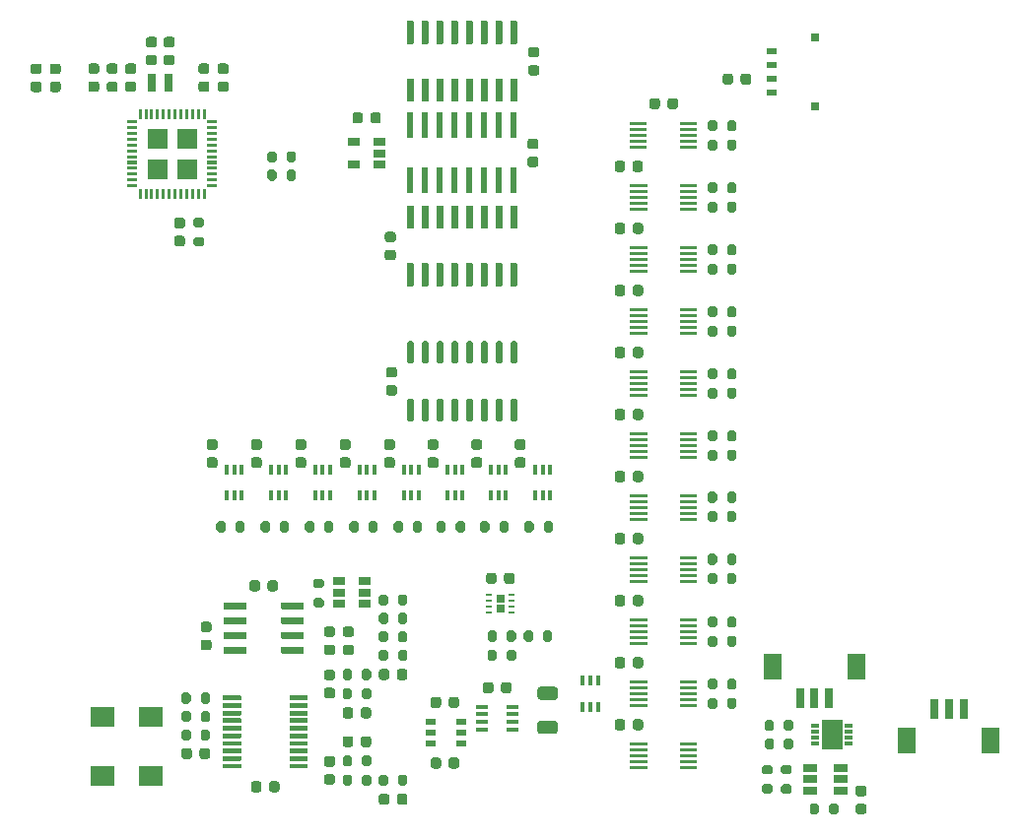
<source format=gbr>
%TF.GenerationSoftware,KiCad,Pcbnew,(5.1.10)-1*%
%TF.CreationDate,2022-12-01T06:34:21-06:00*%
%TF.ProjectId,flight_computer,666c6967-6874-45f6-936f-6d7075746572,A*%
%TF.SameCoordinates,Original*%
%TF.FileFunction,Paste,Top*%
%TF.FilePolarity,Positive*%
%FSLAX46Y46*%
G04 Gerber Fmt 4.6, Leading zero omitted, Abs format (unit mm)*
G04 Created by KiCad (PCBNEW (5.1.10)-1) date 2022-12-01 06:34:21*
%MOMM*%
%LPD*%
G01*
G04 APERTURE LIST*
%ADD10C,0.010000*%
%ADD11C,0.025400*%
%ADD12R,2.000000X1.800000*%
%ADD13R,0.700000X1.800000*%
%ADD14R,1.600000X2.200000*%
%ADD15R,0.355600X0.876300*%
%ADD16R,1.220000X0.650000*%
%ADD17R,0.750000X0.650000*%
%ADD18R,0.500000X0.250000*%
%ADD19R,0.850000X0.600000*%
%ADD20R,0.800000X0.700000*%
%ADD21R,0.876300X0.508000*%
%ADD22R,1.003300X0.457200*%
%ADD23R,0.800000X1.500000*%
%ADD24R,0.787400X0.304800*%
%ADD25R,0.558800X2.184400*%
%ADD26R,1.060000X0.650000*%
G04 APERTURE END LIST*
D10*
%TO.C,U34*%
G36*
X128242000Y-77759500D02*
G01*
X129862000Y-77759500D01*
X129862000Y-79379500D01*
X128242000Y-79379500D01*
X128242000Y-77759500D01*
G37*
X128242000Y-77759500D02*
X129862000Y-77759500D01*
X129862000Y-79379500D01*
X128242000Y-79379500D01*
X128242000Y-77759500D01*
G36*
X125662000Y-77759500D02*
G01*
X127282000Y-77759500D01*
X127282000Y-79379500D01*
X125662000Y-79379500D01*
X125662000Y-77759500D01*
G37*
X125662000Y-77759500D02*
X127282000Y-77759500D01*
X127282000Y-79379500D01*
X125662000Y-79379500D01*
X125662000Y-77759500D01*
G36*
X128242000Y-75179500D02*
G01*
X129862000Y-75179500D01*
X129862000Y-76799500D01*
X128242000Y-76799500D01*
X128242000Y-75179500D01*
G37*
X128242000Y-75179500D02*
X129862000Y-75179500D01*
X129862000Y-76799500D01*
X128242000Y-76799500D01*
X128242000Y-75179500D01*
G36*
X125662000Y-75179500D02*
G01*
X127282000Y-75179500D01*
X127282000Y-76799500D01*
X125662000Y-76799500D01*
X125662000Y-75179500D01*
G37*
X125662000Y-75179500D02*
X127282000Y-75179500D01*
X127282000Y-76799500D01*
X125662000Y-76799500D01*
X125662000Y-75179500D01*
D11*
%TO.C,U30*%
G36*
X183554899Y-125950500D02*
G01*
X183554899Y-128439700D01*
X185307499Y-128439700D01*
X185307499Y-125950500D01*
X183554899Y-125950500D01*
G37*
X183554899Y-125950500D02*
X183554899Y-128439700D01*
X185307499Y-128439700D01*
X185307499Y-125950500D01*
X183554899Y-125950500D01*
%TD*%
D12*
%TO.C,X1*%
X121750400Y-125679200D03*
X125950400Y-125679200D03*
X121750400Y-130759200D03*
X125950400Y-130759200D03*
%TD*%
D13*
%TO.C,J7*%
X195750500Y-124998500D03*
X194500500Y-124998500D03*
X193250500Y-124998500D03*
D14*
X190900500Y-127698500D03*
X198100500Y-127698500D03*
%TD*%
D13*
%TO.C,J1*%
X181693500Y-124048500D03*
X182943500Y-124048500D03*
X184193500Y-124048500D03*
D14*
X186543500Y-121348500D03*
X179343500Y-121348500D03*
%TD*%
D15*
%TO.C,U14*%
X164352999Y-124809250D03*
X163703000Y-124809250D03*
X163053001Y-124809250D03*
X163053001Y-122586750D03*
X163703000Y-122586750D03*
X164352999Y-122586750D03*
%TD*%
D16*
%TO.C,Q1*%
X185206000Y-130114000D03*
X185206000Y-131064000D03*
X185206000Y-132014000D03*
X182586000Y-132014000D03*
X182586000Y-131064000D03*
X182586000Y-130114000D03*
%TD*%
D17*
%TO.C,U10*%
X155956000Y-115551000D03*
X155956000Y-116351000D03*
D18*
X156906000Y-116201000D03*
X156906000Y-116701000D03*
X155006000Y-116701000D03*
X155006000Y-115701000D03*
X155006000Y-115201000D03*
X156906000Y-115201000D03*
X156906000Y-115701000D03*
X155006000Y-116201000D03*
%TD*%
%TO.C,R30*%
G36*
G01*
X183344000Y-133329000D02*
X183344000Y-133879000D01*
G75*
G02*
X183144000Y-134079000I-200000J0D01*
G01*
X182744000Y-134079000D01*
G75*
G02*
X182544000Y-133879000I0J200000D01*
G01*
X182544000Y-133329000D01*
G75*
G02*
X182744000Y-133129000I200000J0D01*
G01*
X183144000Y-133129000D01*
G75*
G02*
X183344000Y-133329000I0J-200000D01*
G01*
G37*
G36*
G01*
X184994000Y-133329000D02*
X184994000Y-133879000D01*
G75*
G02*
X184794000Y-134079000I-200000J0D01*
G01*
X184394000Y-134079000D01*
G75*
G02*
X184194000Y-133879000I0J200000D01*
G01*
X184194000Y-133329000D01*
G75*
G02*
X184394000Y-133129000I200000J0D01*
G01*
X184794000Y-133129000D01*
G75*
G02*
X184994000Y-133329000I0J-200000D01*
G01*
G37*
%TD*%
%TO.C,R24*%
G36*
G01*
X159394998Y-126033100D02*
X160645002Y-126033100D01*
G75*
G02*
X160895000Y-126283098I0J-249998D01*
G01*
X160895000Y-126908102D01*
G75*
G02*
X160645002Y-127158100I-249998J0D01*
G01*
X159394998Y-127158100D01*
G75*
G02*
X159145000Y-126908102I0J249998D01*
G01*
X159145000Y-126283098D01*
G75*
G02*
X159394998Y-126033100I249998J0D01*
G01*
G37*
G36*
G01*
X159394998Y-123108100D02*
X160645002Y-123108100D01*
G75*
G02*
X160895000Y-123358098I0J-249998D01*
G01*
X160895000Y-123983102D01*
G75*
G02*
X160645002Y-124233100I-249998J0D01*
G01*
X159394998Y-124233100D01*
G75*
G02*
X159145000Y-123983102I0J249998D01*
G01*
X159145000Y-123358098D01*
G75*
G02*
X159394998Y-123108100I249998J0D01*
G01*
G37*
%TD*%
%TO.C,C46*%
G36*
G01*
X165780000Y-126615000D02*
X165780000Y-126115000D01*
G75*
G02*
X166005000Y-125890000I225000J0D01*
G01*
X166455000Y-125890000D01*
G75*
G02*
X166680000Y-126115000I0J-225000D01*
G01*
X166680000Y-126615000D01*
G75*
G02*
X166455000Y-126840000I-225000J0D01*
G01*
X166005000Y-126840000D01*
G75*
G02*
X165780000Y-126615000I0J225000D01*
G01*
G37*
G36*
G01*
X167330000Y-126615000D02*
X167330000Y-126115000D01*
G75*
G02*
X167555000Y-125890000I225000J0D01*
G01*
X168005000Y-125890000D01*
G75*
G02*
X168230000Y-126115000I0J-225000D01*
G01*
X168230000Y-126615000D01*
G75*
G02*
X168005000Y-126840000I-225000J0D01*
G01*
X167555000Y-126840000D01*
G75*
G02*
X167330000Y-126615000I0J225000D01*
G01*
G37*
%TD*%
D19*
%TO.C,J5*%
X179260500Y-72031000D03*
D20*
X183035500Y-73181000D03*
X183035500Y-67281000D03*
D19*
X179260500Y-70831000D03*
X179260500Y-69631000D03*
X179260500Y-68431000D03*
%TD*%
D21*
%TO.C,U31*%
X152571450Y-126113499D03*
X152571450Y-127063500D03*
X152571450Y-128013501D03*
X149942550Y-128013501D03*
X149942550Y-127063500D03*
X149942550Y-126113499D03*
%TD*%
D22*
%TO.C,U13*%
X157029150Y-124818501D03*
X157029150Y-125468499D03*
X157029150Y-126118501D03*
X157029150Y-126768499D03*
X154374850Y-126768499D03*
X154374850Y-126118501D03*
X154374850Y-125468499D03*
X154374850Y-124818501D03*
%TD*%
D15*
%TO.C,U9*%
X158945501Y-104425750D03*
X159595500Y-104425750D03*
X160245499Y-104425750D03*
X160245499Y-106648250D03*
X159595500Y-106648250D03*
X158945501Y-106648250D03*
%TD*%
%TO.C,U8*%
X155135501Y-104425750D03*
X155785500Y-104425750D03*
X156435499Y-104425750D03*
X156435499Y-106648250D03*
X155785500Y-106648250D03*
X155135501Y-106648250D03*
%TD*%
%TO.C,U7*%
X151403501Y-104425750D03*
X152053500Y-104425750D03*
X152703499Y-104425750D03*
X152703499Y-106648250D03*
X152053500Y-106648250D03*
X151403501Y-106648250D03*
%TD*%
%TO.C,U6*%
X147657001Y-104425750D03*
X148307000Y-104425750D03*
X148956999Y-104425750D03*
X148956999Y-106648250D03*
X148307000Y-106648250D03*
X147657001Y-106648250D03*
%TD*%
%TO.C,U5*%
X143861501Y-104425750D03*
X144511500Y-104425750D03*
X145161499Y-104425750D03*
X145161499Y-106648250D03*
X144511500Y-106648250D03*
X143861501Y-106648250D03*
%TD*%
%TO.C,U4*%
X140051501Y-104425750D03*
X140701500Y-104425750D03*
X141351499Y-104425750D03*
X141351499Y-106648250D03*
X140701500Y-106648250D03*
X140051501Y-106648250D03*
%TD*%
%TO.C,U3*%
X136256001Y-104425750D03*
X136906000Y-104425750D03*
X137555999Y-104425750D03*
X137555999Y-106648250D03*
X136906000Y-106648250D03*
X136256001Y-106648250D03*
%TD*%
%TO.C,U2*%
X132446001Y-104425750D03*
X133096000Y-104425750D03*
X133745999Y-104425750D03*
X133745999Y-106648250D03*
X133096000Y-106648250D03*
X132446001Y-106648250D03*
%TD*%
D23*
%TO.C,Y1*%
X127496000Y-71183500D03*
X125996000Y-71183500D03*
%TD*%
%TO.C,U34*%
G36*
G01*
X130767000Y-74651700D02*
X130767000Y-74407300D01*
G75*
G02*
X130774800Y-74399500I7800J0D01*
G01*
X131619200Y-74399500D01*
G75*
G02*
X131627000Y-74407300I0J-7800D01*
G01*
X131627000Y-74651700D01*
G75*
G02*
X131619200Y-74659500I-7800J0D01*
G01*
X130774800Y-74659500D01*
G75*
G02*
X130767000Y-74651700I0J7800D01*
G01*
G37*
G36*
G01*
X130767000Y-75151700D02*
X130767000Y-74907300D01*
G75*
G02*
X130774800Y-74899500I7800J0D01*
G01*
X131619200Y-74899500D01*
G75*
G02*
X131627000Y-74907300I0J-7800D01*
G01*
X131627000Y-75151700D01*
G75*
G02*
X131619200Y-75159500I-7800J0D01*
G01*
X130774800Y-75159500D01*
G75*
G02*
X130767000Y-75151700I0J7800D01*
G01*
G37*
G36*
G01*
X130767000Y-75651700D02*
X130767000Y-75407300D01*
G75*
G02*
X130774800Y-75399500I7800J0D01*
G01*
X131619200Y-75399500D01*
G75*
G02*
X131627000Y-75407300I0J-7800D01*
G01*
X131627000Y-75651700D01*
G75*
G02*
X131619200Y-75659500I-7800J0D01*
G01*
X130774800Y-75659500D01*
G75*
G02*
X130767000Y-75651700I0J7800D01*
G01*
G37*
G36*
G01*
X130767000Y-76151700D02*
X130767000Y-75907300D01*
G75*
G02*
X130774800Y-75899500I7800J0D01*
G01*
X131619200Y-75899500D01*
G75*
G02*
X131627000Y-75907300I0J-7800D01*
G01*
X131627000Y-76151700D01*
G75*
G02*
X131619200Y-76159500I-7800J0D01*
G01*
X130774800Y-76159500D01*
G75*
G02*
X130767000Y-76151700I0J7800D01*
G01*
G37*
G36*
G01*
X130767000Y-76651700D02*
X130767000Y-76407300D01*
G75*
G02*
X130774800Y-76399500I7800J0D01*
G01*
X131619200Y-76399500D01*
G75*
G02*
X131627000Y-76407300I0J-7800D01*
G01*
X131627000Y-76651700D01*
G75*
G02*
X131619200Y-76659500I-7800J0D01*
G01*
X130774800Y-76659500D01*
G75*
G02*
X130767000Y-76651700I0J7800D01*
G01*
G37*
G36*
G01*
X130767000Y-77151700D02*
X130767000Y-76907300D01*
G75*
G02*
X130774800Y-76899500I7800J0D01*
G01*
X131619200Y-76899500D01*
G75*
G02*
X131627000Y-76907300I0J-7800D01*
G01*
X131627000Y-77151700D01*
G75*
G02*
X131619200Y-77159500I-7800J0D01*
G01*
X130774800Y-77159500D01*
G75*
G02*
X130767000Y-77151700I0J7800D01*
G01*
G37*
G36*
G01*
X130767000Y-77651700D02*
X130767000Y-77407300D01*
G75*
G02*
X130774800Y-77399500I7800J0D01*
G01*
X131619200Y-77399500D01*
G75*
G02*
X131627000Y-77407300I0J-7800D01*
G01*
X131627000Y-77651700D01*
G75*
G02*
X131619200Y-77659500I-7800J0D01*
G01*
X130774800Y-77659500D01*
G75*
G02*
X130767000Y-77651700I0J7800D01*
G01*
G37*
G36*
G01*
X130767000Y-78151700D02*
X130767000Y-77907300D01*
G75*
G02*
X130774800Y-77899500I7800J0D01*
G01*
X131619200Y-77899500D01*
G75*
G02*
X131627000Y-77907300I0J-7800D01*
G01*
X131627000Y-78151700D01*
G75*
G02*
X131619200Y-78159500I-7800J0D01*
G01*
X130774800Y-78159500D01*
G75*
G02*
X130767000Y-78151700I0J7800D01*
G01*
G37*
G36*
G01*
X130767000Y-78651700D02*
X130767000Y-78407300D01*
G75*
G02*
X130774800Y-78399500I7800J0D01*
G01*
X131619200Y-78399500D01*
G75*
G02*
X131627000Y-78407300I0J-7800D01*
G01*
X131627000Y-78651700D01*
G75*
G02*
X131619200Y-78659500I-7800J0D01*
G01*
X130774800Y-78659500D01*
G75*
G02*
X130767000Y-78651700I0J7800D01*
G01*
G37*
G36*
G01*
X130767000Y-79151700D02*
X130767000Y-78907300D01*
G75*
G02*
X130774800Y-78899500I7800J0D01*
G01*
X131619200Y-78899500D01*
G75*
G02*
X131627000Y-78907300I0J-7800D01*
G01*
X131627000Y-79151700D01*
G75*
G02*
X131619200Y-79159500I-7800J0D01*
G01*
X130774800Y-79159500D01*
G75*
G02*
X130767000Y-79151700I0J7800D01*
G01*
G37*
G36*
G01*
X130767000Y-79651700D02*
X130767000Y-79407300D01*
G75*
G02*
X130774800Y-79399500I7800J0D01*
G01*
X131619200Y-79399500D01*
G75*
G02*
X131627000Y-79407300I0J-7800D01*
G01*
X131627000Y-79651700D01*
G75*
G02*
X131619200Y-79659500I-7800J0D01*
G01*
X130774800Y-79659500D01*
G75*
G02*
X130767000Y-79651700I0J7800D01*
G01*
G37*
G36*
G01*
X130767000Y-80151700D02*
X130767000Y-79907300D01*
G75*
G02*
X130774800Y-79899500I7800J0D01*
G01*
X131619200Y-79899500D01*
G75*
G02*
X131627000Y-79907300I0J-7800D01*
G01*
X131627000Y-80151700D01*
G75*
G02*
X131619200Y-80159500I-7800J0D01*
G01*
X130774800Y-80159500D01*
G75*
G02*
X130767000Y-80151700I0J7800D01*
G01*
G37*
G36*
G01*
X123897000Y-80151700D02*
X123897000Y-79907300D01*
G75*
G02*
X123904800Y-79899500I7800J0D01*
G01*
X124749200Y-79899500D01*
G75*
G02*
X124757000Y-79907300I0J-7800D01*
G01*
X124757000Y-80151700D01*
G75*
G02*
X124749200Y-80159500I-7800J0D01*
G01*
X123904800Y-80159500D01*
G75*
G02*
X123897000Y-80151700I0J7800D01*
G01*
G37*
G36*
G01*
X123897000Y-79651700D02*
X123897000Y-79407300D01*
G75*
G02*
X123904800Y-79399500I7800J0D01*
G01*
X124749200Y-79399500D01*
G75*
G02*
X124757000Y-79407300I0J-7800D01*
G01*
X124757000Y-79651700D01*
G75*
G02*
X124749200Y-79659500I-7800J0D01*
G01*
X123904800Y-79659500D01*
G75*
G02*
X123897000Y-79651700I0J7800D01*
G01*
G37*
G36*
G01*
X123897000Y-79151700D02*
X123897000Y-78907300D01*
G75*
G02*
X123904800Y-78899500I7800J0D01*
G01*
X124749200Y-78899500D01*
G75*
G02*
X124757000Y-78907300I0J-7800D01*
G01*
X124757000Y-79151700D01*
G75*
G02*
X124749200Y-79159500I-7800J0D01*
G01*
X123904800Y-79159500D01*
G75*
G02*
X123897000Y-79151700I0J7800D01*
G01*
G37*
G36*
G01*
X123897000Y-78651700D02*
X123897000Y-78407300D01*
G75*
G02*
X123904800Y-78399500I7800J0D01*
G01*
X124749200Y-78399500D01*
G75*
G02*
X124757000Y-78407300I0J-7800D01*
G01*
X124757000Y-78651700D01*
G75*
G02*
X124749200Y-78659500I-7800J0D01*
G01*
X123904800Y-78659500D01*
G75*
G02*
X123897000Y-78651700I0J7800D01*
G01*
G37*
G36*
G01*
X123897000Y-78151700D02*
X123897000Y-77907300D01*
G75*
G02*
X123904800Y-77899500I7800J0D01*
G01*
X124749200Y-77899500D01*
G75*
G02*
X124757000Y-77907300I0J-7800D01*
G01*
X124757000Y-78151700D01*
G75*
G02*
X124749200Y-78159500I-7800J0D01*
G01*
X123904800Y-78159500D01*
G75*
G02*
X123897000Y-78151700I0J7800D01*
G01*
G37*
G36*
G01*
X123897000Y-77651700D02*
X123897000Y-77407300D01*
G75*
G02*
X123904800Y-77399500I7800J0D01*
G01*
X124749200Y-77399500D01*
G75*
G02*
X124757000Y-77407300I0J-7800D01*
G01*
X124757000Y-77651700D01*
G75*
G02*
X124749200Y-77659500I-7800J0D01*
G01*
X123904800Y-77659500D01*
G75*
G02*
X123897000Y-77651700I0J7800D01*
G01*
G37*
G36*
G01*
X123897000Y-77151700D02*
X123897000Y-76907300D01*
G75*
G02*
X123904800Y-76899500I7800J0D01*
G01*
X124749200Y-76899500D01*
G75*
G02*
X124757000Y-76907300I0J-7800D01*
G01*
X124757000Y-77151700D01*
G75*
G02*
X124749200Y-77159500I-7800J0D01*
G01*
X123904800Y-77159500D01*
G75*
G02*
X123897000Y-77151700I0J7800D01*
G01*
G37*
G36*
G01*
X123897000Y-76651700D02*
X123897000Y-76407300D01*
G75*
G02*
X123904800Y-76399500I7800J0D01*
G01*
X124749200Y-76399500D01*
G75*
G02*
X124757000Y-76407300I0J-7800D01*
G01*
X124757000Y-76651700D01*
G75*
G02*
X124749200Y-76659500I-7800J0D01*
G01*
X123904800Y-76659500D01*
G75*
G02*
X123897000Y-76651700I0J7800D01*
G01*
G37*
G36*
G01*
X123897000Y-76151700D02*
X123897000Y-75907300D01*
G75*
G02*
X123904800Y-75899500I7800J0D01*
G01*
X124749200Y-75899500D01*
G75*
G02*
X124757000Y-75907300I0J-7800D01*
G01*
X124757000Y-76151700D01*
G75*
G02*
X124749200Y-76159500I-7800J0D01*
G01*
X123904800Y-76159500D01*
G75*
G02*
X123897000Y-76151700I0J7800D01*
G01*
G37*
G36*
G01*
X123897000Y-75651700D02*
X123897000Y-75407300D01*
G75*
G02*
X123904800Y-75399500I7800J0D01*
G01*
X124749200Y-75399500D01*
G75*
G02*
X124757000Y-75407300I0J-7800D01*
G01*
X124757000Y-75651700D01*
G75*
G02*
X124749200Y-75659500I-7800J0D01*
G01*
X123904800Y-75659500D01*
G75*
G02*
X123897000Y-75651700I0J7800D01*
G01*
G37*
G36*
G01*
X123897000Y-75151700D02*
X123897000Y-74907300D01*
G75*
G02*
X123904800Y-74899500I7800J0D01*
G01*
X124749200Y-74899500D01*
G75*
G02*
X124757000Y-74907300I0J-7800D01*
G01*
X124757000Y-75151700D01*
G75*
G02*
X124749200Y-75159500I-7800J0D01*
G01*
X123904800Y-75159500D01*
G75*
G02*
X123897000Y-75151700I0J7800D01*
G01*
G37*
G36*
G01*
X123897000Y-74651700D02*
X123897000Y-74407300D01*
G75*
G02*
X123904800Y-74399500I7800J0D01*
G01*
X124749200Y-74399500D01*
G75*
G02*
X124757000Y-74407300I0J-7800D01*
G01*
X124757000Y-74651700D01*
G75*
G02*
X124749200Y-74659500I-7800J0D01*
G01*
X123904800Y-74659500D01*
G75*
G02*
X123897000Y-74651700I0J7800D01*
G01*
G37*
G36*
G01*
X125134200Y-74274500D02*
X124889800Y-74274500D01*
G75*
G02*
X124882000Y-74266700I0J7800D01*
G01*
X124882000Y-73422300D01*
G75*
G02*
X124889800Y-73414500I7800J0D01*
G01*
X125134200Y-73414500D01*
G75*
G02*
X125142000Y-73422300I0J-7800D01*
G01*
X125142000Y-74266700D01*
G75*
G02*
X125134200Y-74274500I-7800J0D01*
G01*
G37*
G36*
G01*
X125634200Y-74274500D02*
X125389800Y-74274500D01*
G75*
G02*
X125382000Y-74266700I0J7800D01*
G01*
X125382000Y-73422300D01*
G75*
G02*
X125389800Y-73414500I7800J0D01*
G01*
X125634200Y-73414500D01*
G75*
G02*
X125642000Y-73422300I0J-7800D01*
G01*
X125642000Y-74266700D01*
G75*
G02*
X125634200Y-74274500I-7800J0D01*
G01*
G37*
G36*
G01*
X126134200Y-74274500D02*
X125889800Y-74274500D01*
G75*
G02*
X125882000Y-74266700I0J7800D01*
G01*
X125882000Y-73422300D01*
G75*
G02*
X125889800Y-73414500I7800J0D01*
G01*
X126134200Y-73414500D01*
G75*
G02*
X126142000Y-73422300I0J-7800D01*
G01*
X126142000Y-74266700D01*
G75*
G02*
X126134200Y-74274500I-7800J0D01*
G01*
G37*
G36*
G01*
X126634200Y-74274500D02*
X126389800Y-74274500D01*
G75*
G02*
X126382000Y-74266700I0J7800D01*
G01*
X126382000Y-73422300D01*
G75*
G02*
X126389800Y-73414500I7800J0D01*
G01*
X126634200Y-73414500D01*
G75*
G02*
X126642000Y-73422300I0J-7800D01*
G01*
X126642000Y-74266700D01*
G75*
G02*
X126634200Y-74274500I-7800J0D01*
G01*
G37*
G36*
G01*
X127134200Y-74274500D02*
X126889800Y-74274500D01*
G75*
G02*
X126882000Y-74266700I0J7800D01*
G01*
X126882000Y-73422300D01*
G75*
G02*
X126889800Y-73414500I7800J0D01*
G01*
X127134200Y-73414500D01*
G75*
G02*
X127142000Y-73422300I0J-7800D01*
G01*
X127142000Y-74266700D01*
G75*
G02*
X127134200Y-74274500I-7800J0D01*
G01*
G37*
G36*
G01*
X127634200Y-74274500D02*
X127389800Y-74274500D01*
G75*
G02*
X127382000Y-74266700I0J7800D01*
G01*
X127382000Y-73422300D01*
G75*
G02*
X127389800Y-73414500I7800J0D01*
G01*
X127634200Y-73414500D01*
G75*
G02*
X127642000Y-73422300I0J-7800D01*
G01*
X127642000Y-74266700D01*
G75*
G02*
X127634200Y-74274500I-7800J0D01*
G01*
G37*
G36*
G01*
X128134200Y-74274500D02*
X127889800Y-74274500D01*
G75*
G02*
X127882000Y-74266700I0J7800D01*
G01*
X127882000Y-73422300D01*
G75*
G02*
X127889800Y-73414500I7800J0D01*
G01*
X128134200Y-73414500D01*
G75*
G02*
X128142000Y-73422300I0J-7800D01*
G01*
X128142000Y-74266700D01*
G75*
G02*
X128134200Y-74274500I-7800J0D01*
G01*
G37*
G36*
G01*
X128634200Y-74274500D02*
X128389800Y-74274500D01*
G75*
G02*
X128382000Y-74266700I0J7800D01*
G01*
X128382000Y-73422300D01*
G75*
G02*
X128389800Y-73414500I7800J0D01*
G01*
X128634200Y-73414500D01*
G75*
G02*
X128642000Y-73422300I0J-7800D01*
G01*
X128642000Y-74266700D01*
G75*
G02*
X128634200Y-74274500I-7800J0D01*
G01*
G37*
G36*
G01*
X129134200Y-74274500D02*
X128889800Y-74274500D01*
G75*
G02*
X128882000Y-74266700I0J7800D01*
G01*
X128882000Y-73422300D01*
G75*
G02*
X128889800Y-73414500I7800J0D01*
G01*
X129134200Y-73414500D01*
G75*
G02*
X129142000Y-73422300I0J-7800D01*
G01*
X129142000Y-74266700D01*
G75*
G02*
X129134200Y-74274500I-7800J0D01*
G01*
G37*
G36*
G01*
X129634200Y-74274500D02*
X129389800Y-74274500D01*
G75*
G02*
X129382000Y-74266700I0J7800D01*
G01*
X129382000Y-73422300D01*
G75*
G02*
X129389800Y-73414500I7800J0D01*
G01*
X129634200Y-73414500D01*
G75*
G02*
X129642000Y-73422300I0J-7800D01*
G01*
X129642000Y-74266700D01*
G75*
G02*
X129634200Y-74274500I-7800J0D01*
G01*
G37*
G36*
G01*
X130134200Y-74274500D02*
X129889800Y-74274500D01*
G75*
G02*
X129882000Y-74266700I0J7800D01*
G01*
X129882000Y-73422300D01*
G75*
G02*
X129889800Y-73414500I7800J0D01*
G01*
X130134200Y-73414500D01*
G75*
G02*
X130142000Y-73422300I0J-7800D01*
G01*
X130142000Y-74266700D01*
G75*
G02*
X130134200Y-74274500I-7800J0D01*
G01*
G37*
G36*
G01*
X130634200Y-74274500D02*
X130389800Y-74274500D01*
G75*
G02*
X130382000Y-74266700I0J7800D01*
G01*
X130382000Y-73422300D01*
G75*
G02*
X130389800Y-73414500I7800J0D01*
G01*
X130634200Y-73414500D01*
G75*
G02*
X130642000Y-73422300I0J-7800D01*
G01*
X130642000Y-74266700D01*
G75*
G02*
X130634200Y-74274500I-7800J0D01*
G01*
G37*
G36*
G01*
X130634200Y-81144500D02*
X130389800Y-81144500D01*
G75*
G02*
X130382000Y-81136700I0J7800D01*
G01*
X130382000Y-80292300D01*
G75*
G02*
X130389800Y-80284500I7800J0D01*
G01*
X130634200Y-80284500D01*
G75*
G02*
X130642000Y-80292300I0J-7800D01*
G01*
X130642000Y-81136700D01*
G75*
G02*
X130634200Y-81144500I-7800J0D01*
G01*
G37*
G36*
G01*
X130134200Y-81144500D02*
X129889800Y-81144500D01*
G75*
G02*
X129882000Y-81136700I0J7800D01*
G01*
X129882000Y-80292300D01*
G75*
G02*
X129889800Y-80284500I7800J0D01*
G01*
X130134200Y-80284500D01*
G75*
G02*
X130142000Y-80292300I0J-7800D01*
G01*
X130142000Y-81136700D01*
G75*
G02*
X130134200Y-81144500I-7800J0D01*
G01*
G37*
G36*
G01*
X129634200Y-81144500D02*
X129389800Y-81144500D01*
G75*
G02*
X129382000Y-81136700I0J7800D01*
G01*
X129382000Y-80292300D01*
G75*
G02*
X129389800Y-80284500I7800J0D01*
G01*
X129634200Y-80284500D01*
G75*
G02*
X129642000Y-80292300I0J-7800D01*
G01*
X129642000Y-81136700D01*
G75*
G02*
X129634200Y-81144500I-7800J0D01*
G01*
G37*
G36*
G01*
X129134200Y-81144500D02*
X128889800Y-81144500D01*
G75*
G02*
X128882000Y-81136700I0J7800D01*
G01*
X128882000Y-80292300D01*
G75*
G02*
X128889800Y-80284500I7800J0D01*
G01*
X129134200Y-80284500D01*
G75*
G02*
X129142000Y-80292300I0J-7800D01*
G01*
X129142000Y-81136700D01*
G75*
G02*
X129134200Y-81144500I-7800J0D01*
G01*
G37*
G36*
G01*
X128634200Y-81144500D02*
X128389800Y-81144500D01*
G75*
G02*
X128382000Y-81136700I0J7800D01*
G01*
X128382000Y-80292300D01*
G75*
G02*
X128389800Y-80284500I7800J0D01*
G01*
X128634200Y-80284500D01*
G75*
G02*
X128642000Y-80292300I0J-7800D01*
G01*
X128642000Y-81136700D01*
G75*
G02*
X128634200Y-81144500I-7800J0D01*
G01*
G37*
G36*
G01*
X128134200Y-81144500D02*
X127889800Y-81144500D01*
G75*
G02*
X127882000Y-81136700I0J7800D01*
G01*
X127882000Y-80292300D01*
G75*
G02*
X127889800Y-80284500I7800J0D01*
G01*
X128134200Y-80284500D01*
G75*
G02*
X128142000Y-80292300I0J-7800D01*
G01*
X128142000Y-81136700D01*
G75*
G02*
X128134200Y-81144500I-7800J0D01*
G01*
G37*
G36*
G01*
X127634200Y-81144500D02*
X127389800Y-81144500D01*
G75*
G02*
X127382000Y-81136700I0J7800D01*
G01*
X127382000Y-80292300D01*
G75*
G02*
X127389800Y-80284500I7800J0D01*
G01*
X127634200Y-80284500D01*
G75*
G02*
X127642000Y-80292300I0J-7800D01*
G01*
X127642000Y-81136700D01*
G75*
G02*
X127634200Y-81144500I-7800J0D01*
G01*
G37*
G36*
G01*
X127134200Y-81144500D02*
X126889800Y-81144500D01*
G75*
G02*
X126882000Y-81136700I0J7800D01*
G01*
X126882000Y-80292300D01*
G75*
G02*
X126889800Y-80284500I7800J0D01*
G01*
X127134200Y-80284500D01*
G75*
G02*
X127142000Y-80292300I0J-7800D01*
G01*
X127142000Y-81136700D01*
G75*
G02*
X127134200Y-81144500I-7800J0D01*
G01*
G37*
G36*
G01*
X126634200Y-81144500D02*
X126389800Y-81144500D01*
G75*
G02*
X126382000Y-81136700I0J7800D01*
G01*
X126382000Y-80292300D01*
G75*
G02*
X126389800Y-80284500I7800J0D01*
G01*
X126634200Y-80284500D01*
G75*
G02*
X126642000Y-80292300I0J-7800D01*
G01*
X126642000Y-81136700D01*
G75*
G02*
X126634200Y-81144500I-7800J0D01*
G01*
G37*
G36*
G01*
X126134200Y-81144500D02*
X125889800Y-81144500D01*
G75*
G02*
X125882000Y-81136700I0J7800D01*
G01*
X125882000Y-80292300D01*
G75*
G02*
X125889800Y-80284500I7800J0D01*
G01*
X126134200Y-80284500D01*
G75*
G02*
X126142000Y-80292300I0J-7800D01*
G01*
X126142000Y-81136700D01*
G75*
G02*
X126134200Y-81144500I-7800J0D01*
G01*
G37*
G36*
G01*
X125634200Y-81144500D02*
X125389800Y-81144500D01*
G75*
G02*
X125382000Y-81136700I0J7800D01*
G01*
X125382000Y-80292300D01*
G75*
G02*
X125389800Y-80284500I7800J0D01*
G01*
X125634200Y-80284500D01*
G75*
G02*
X125642000Y-80292300I0J-7800D01*
G01*
X125642000Y-81136700D01*
G75*
G02*
X125634200Y-81144500I-7800J0D01*
G01*
G37*
G36*
G01*
X125134200Y-81144500D02*
X124889800Y-81144500D01*
G75*
G02*
X124882000Y-81136700I0J7800D01*
G01*
X124882000Y-80292300D01*
G75*
G02*
X124889800Y-80284500I7800J0D01*
G01*
X125134200Y-80284500D01*
G75*
G02*
X125142000Y-80292300I0J-7800D01*
G01*
X125142000Y-81136700D01*
G75*
G02*
X125134200Y-81144500I-7800J0D01*
G01*
G37*
%TD*%
%TO.C,U33*%
G36*
G01*
X137126000Y-116395200D02*
X137126000Y-115887800D01*
G75*
G02*
X137167300Y-115846500I41300J0D01*
G01*
X139054700Y-115846500D01*
G75*
G02*
X139096000Y-115887800I0J-41300D01*
G01*
X139096000Y-116395200D01*
G75*
G02*
X139054700Y-116436500I-41300J0D01*
G01*
X137167300Y-116436500D01*
G75*
G02*
X137126000Y-116395200I0J41300D01*
G01*
G37*
G36*
G01*
X137126000Y-117665200D02*
X137126000Y-117157800D01*
G75*
G02*
X137167300Y-117116500I41300J0D01*
G01*
X139054700Y-117116500D01*
G75*
G02*
X139096000Y-117157800I0J-41300D01*
G01*
X139096000Y-117665200D01*
G75*
G02*
X139054700Y-117706500I-41300J0D01*
G01*
X137167300Y-117706500D01*
G75*
G02*
X137126000Y-117665200I0J41300D01*
G01*
G37*
G36*
G01*
X137126000Y-118935200D02*
X137126000Y-118427800D01*
G75*
G02*
X137167300Y-118386500I41300J0D01*
G01*
X139054700Y-118386500D01*
G75*
G02*
X139096000Y-118427800I0J-41300D01*
G01*
X139096000Y-118935200D01*
G75*
G02*
X139054700Y-118976500I-41300J0D01*
G01*
X137167300Y-118976500D01*
G75*
G02*
X137126000Y-118935200I0J41300D01*
G01*
G37*
G36*
G01*
X137126000Y-120205200D02*
X137126000Y-119697800D01*
G75*
G02*
X137167300Y-119656500I41300J0D01*
G01*
X139054700Y-119656500D01*
G75*
G02*
X139096000Y-119697800I0J-41300D01*
G01*
X139096000Y-120205200D01*
G75*
G02*
X139054700Y-120246500I-41300J0D01*
G01*
X137167300Y-120246500D01*
G75*
G02*
X137126000Y-120205200I0J41300D01*
G01*
G37*
G36*
G01*
X132176000Y-120205200D02*
X132176000Y-119697800D01*
G75*
G02*
X132217300Y-119656500I41300J0D01*
G01*
X134104700Y-119656500D01*
G75*
G02*
X134146000Y-119697800I0J-41300D01*
G01*
X134146000Y-120205200D01*
G75*
G02*
X134104700Y-120246500I-41300J0D01*
G01*
X132217300Y-120246500D01*
G75*
G02*
X132176000Y-120205200I0J41300D01*
G01*
G37*
G36*
G01*
X132176000Y-118935200D02*
X132176000Y-118427800D01*
G75*
G02*
X132217300Y-118386500I41300J0D01*
G01*
X134104700Y-118386500D01*
G75*
G02*
X134146000Y-118427800I0J-41300D01*
G01*
X134146000Y-118935200D01*
G75*
G02*
X134104700Y-118976500I-41300J0D01*
G01*
X132217300Y-118976500D01*
G75*
G02*
X132176000Y-118935200I0J41300D01*
G01*
G37*
G36*
G01*
X132176000Y-117665200D02*
X132176000Y-117157800D01*
G75*
G02*
X132217300Y-117116500I41300J0D01*
G01*
X134104700Y-117116500D01*
G75*
G02*
X134146000Y-117157800I0J-41300D01*
G01*
X134146000Y-117665200D01*
G75*
G02*
X134104700Y-117706500I-41300J0D01*
G01*
X132217300Y-117706500D01*
G75*
G02*
X132176000Y-117665200I0J41300D01*
G01*
G37*
G36*
G01*
X132176000Y-116395200D02*
X132176000Y-115887800D01*
G75*
G02*
X132217300Y-115846500I41300J0D01*
G01*
X134104700Y-115846500D01*
G75*
G02*
X134146000Y-115887800I0J-41300D01*
G01*
X134146000Y-116395200D01*
G75*
G02*
X134104700Y-116436500I-41300J0D01*
G01*
X132217300Y-116436500D01*
G75*
G02*
X132176000Y-116395200I0J41300D01*
G01*
G37*
%TD*%
D24*
%TO.C,U30*%
X185891699Y-126445100D03*
X185891699Y-126945100D03*
X185891699Y-127445100D03*
X185891699Y-127945100D03*
X182970699Y-127945100D03*
X182970699Y-127445100D03*
X182970699Y-126945100D03*
X182970699Y-126445100D03*
%TD*%
%TO.C,U29*%
G36*
G01*
X167104500Y-122826800D02*
X167104500Y-122569200D01*
G75*
G02*
X167115700Y-122558000I11200J0D01*
G01*
X168563300Y-122558000D01*
G75*
G02*
X168574500Y-122569200I0J-11200D01*
G01*
X168574500Y-122826800D01*
G75*
G02*
X168563300Y-122838000I-11200J0D01*
G01*
X167115700Y-122838000D01*
G75*
G02*
X167104500Y-122826800I0J11200D01*
G01*
G37*
G36*
G01*
X167104500Y-123326800D02*
X167104500Y-123069200D01*
G75*
G02*
X167115700Y-123058000I11200J0D01*
G01*
X168563300Y-123058000D01*
G75*
G02*
X168574500Y-123069200I0J-11200D01*
G01*
X168574500Y-123326800D01*
G75*
G02*
X168563300Y-123338000I-11200J0D01*
G01*
X167115700Y-123338000D01*
G75*
G02*
X167104500Y-123326800I0J11200D01*
G01*
G37*
G36*
G01*
X167104500Y-123826800D02*
X167104500Y-123569200D01*
G75*
G02*
X167115700Y-123558000I11200J0D01*
G01*
X168563300Y-123558000D01*
G75*
G02*
X168574500Y-123569200I0J-11200D01*
G01*
X168574500Y-123826800D01*
G75*
G02*
X168563300Y-123838000I-11200J0D01*
G01*
X167115700Y-123838000D01*
G75*
G02*
X167104500Y-123826800I0J11200D01*
G01*
G37*
G36*
G01*
X167104500Y-124326800D02*
X167104500Y-124069200D01*
G75*
G02*
X167115700Y-124058000I11200J0D01*
G01*
X168563300Y-124058000D01*
G75*
G02*
X168574500Y-124069200I0J-11200D01*
G01*
X168574500Y-124326800D01*
G75*
G02*
X168563300Y-124338000I-11200J0D01*
G01*
X167115700Y-124338000D01*
G75*
G02*
X167104500Y-124326800I0J11200D01*
G01*
G37*
G36*
G01*
X167104500Y-124826800D02*
X167104500Y-124569200D01*
G75*
G02*
X167115700Y-124558000I11200J0D01*
G01*
X168563300Y-124558000D01*
G75*
G02*
X168574500Y-124569200I0J-11200D01*
G01*
X168574500Y-124826800D01*
G75*
G02*
X168563300Y-124838000I-11200J0D01*
G01*
X167115700Y-124838000D01*
G75*
G02*
X167104500Y-124826800I0J11200D01*
G01*
G37*
G36*
G01*
X171404500Y-124826800D02*
X171404500Y-124569200D01*
G75*
G02*
X171415700Y-124558000I11200J0D01*
G01*
X172863300Y-124558000D01*
G75*
G02*
X172874500Y-124569200I0J-11200D01*
G01*
X172874500Y-124826800D01*
G75*
G02*
X172863300Y-124838000I-11200J0D01*
G01*
X171415700Y-124838000D01*
G75*
G02*
X171404500Y-124826800I0J11200D01*
G01*
G37*
G36*
G01*
X171404500Y-124326800D02*
X171404500Y-124069200D01*
G75*
G02*
X171415700Y-124058000I11200J0D01*
G01*
X172863300Y-124058000D01*
G75*
G02*
X172874500Y-124069200I0J-11200D01*
G01*
X172874500Y-124326800D01*
G75*
G02*
X172863300Y-124338000I-11200J0D01*
G01*
X171415700Y-124338000D01*
G75*
G02*
X171404500Y-124326800I0J11200D01*
G01*
G37*
G36*
G01*
X171404500Y-123826800D02*
X171404500Y-123569200D01*
G75*
G02*
X171415700Y-123558000I11200J0D01*
G01*
X172863300Y-123558000D01*
G75*
G02*
X172874500Y-123569200I0J-11200D01*
G01*
X172874500Y-123826800D01*
G75*
G02*
X172863300Y-123838000I-11200J0D01*
G01*
X171415700Y-123838000D01*
G75*
G02*
X171404500Y-123826800I0J11200D01*
G01*
G37*
G36*
G01*
X171404500Y-123326800D02*
X171404500Y-123069200D01*
G75*
G02*
X171415700Y-123058000I11200J0D01*
G01*
X172863300Y-123058000D01*
G75*
G02*
X172874500Y-123069200I0J-11200D01*
G01*
X172874500Y-123326800D01*
G75*
G02*
X172863300Y-123338000I-11200J0D01*
G01*
X171415700Y-123338000D01*
G75*
G02*
X171404500Y-123326800I0J11200D01*
G01*
G37*
G36*
G01*
X171404500Y-122826800D02*
X171404500Y-122569200D01*
G75*
G02*
X171415700Y-122558000I11200J0D01*
G01*
X172863300Y-122558000D01*
G75*
G02*
X172874500Y-122569200I0J-11200D01*
G01*
X172874500Y-122826800D01*
G75*
G02*
X172863300Y-122838000I-11200J0D01*
G01*
X171415700Y-122838000D01*
G75*
G02*
X171404500Y-122826800I0J11200D01*
G01*
G37*
%TD*%
%TO.C,U28*%
G36*
G01*
X167104500Y-117492800D02*
X167104500Y-117235200D01*
G75*
G02*
X167115700Y-117224000I11200J0D01*
G01*
X168563300Y-117224000D01*
G75*
G02*
X168574500Y-117235200I0J-11200D01*
G01*
X168574500Y-117492800D01*
G75*
G02*
X168563300Y-117504000I-11200J0D01*
G01*
X167115700Y-117504000D01*
G75*
G02*
X167104500Y-117492800I0J11200D01*
G01*
G37*
G36*
G01*
X167104500Y-117992800D02*
X167104500Y-117735200D01*
G75*
G02*
X167115700Y-117724000I11200J0D01*
G01*
X168563300Y-117724000D01*
G75*
G02*
X168574500Y-117735200I0J-11200D01*
G01*
X168574500Y-117992800D01*
G75*
G02*
X168563300Y-118004000I-11200J0D01*
G01*
X167115700Y-118004000D01*
G75*
G02*
X167104500Y-117992800I0J11200D01*
G01*
G37*
G36*
G01*
X167104500Y-118492800D02*
X167104500Y-118235200D01*
G75*
G02*
X167115700Y-118224000I11200J0D01*
G01*
X168563300Y-118224000D01*
G75*
G02*
X168574500Y-118235200I0J-11200D01*
G01*
X168574500Y-118492800D01*
G75*
G02*
X168563300Y-118504000I-11200J0D01*
G01*
X167115700Y-118504000D01*
G75*
G02*
X167104500Y-118492800I0J11200D01*
G01*
G37*
G36*
G01*
X167104500Y-118992800D02*
X167104500Y-118735200D01*
G75*
G02*
X167115700Y-118724000I11200J0D01*
G01*
X168563300Y-118724000D01*
G75*
G02*
X168574500Y-118735200I0J-11200D01*
G01*
X168574500Y-118992800D01*
G75*
G02*
X168563300Y-119004000I-11200J0D01*
G01*
X167115700Y-119004000D01*
G75*
G02*
X167104500Y-118992800I0J11200D01*
G01*
G37*
G36*
G01*
X167104500Y-119492800D02*
X167104500Y-119235200D01*
G75*
G02*
X167115700Y-119224000I11200J0D01*
G01*
X168563300Y-119224000D01*
G75*
G02*
X168574500Y-119235200I0J-11200D01*
G01*
X168574500Y-119492800D01*
G75*
G02*
X168563300Y-119504000I-11200J0D01*
G01*
X167115700Y-119504000D01*
G75*
G02*
X167104500Y-119492800I0J11200D01*
G01*
G37*
G36*
G01*
X171404500Y-119492800D02*
X171404500Y-119235200D01*
G75*
G02*
X171415700Y-119224000I11200J0D01*
G01*
X172863300Y-119224000D01*
G75*
G02*
X172874500Y-119235200I0J-11200D01*
G01*
X172874500Y-119492800D01*
G75*
G02*
X172863300Y-119504000I-11200J0D01*
G01*
X171415700Y-119504000D01*
G75*
G02*
X171404500Y-119492800I0J11200D01*
G01*
G37*
G36*
G01*
X171404500Y-118992800D02*
X171404500Y-118735200D01*
G75*
G02*
X171415700Y-118724000I11200J0D01*
G01*
X172863300Y-118724000D01*
G75*
G02*
X172874500Y-118735200I0J-11200D01*
G01*
X172874500Y-118992800D01*
G75*
G02*
X172863300Y-119004000I-11200J0D01*
G01*
X171415700Y-119004000D01*
G75*
G02*
X171404500Y-118992800I0J11200D01*
G01*
G37*
G36*
G01*
X171404500Y-118492800D02*
X171404500Y-118235200D01*
G75*
G02*
X171415700Y-118224000I11200J0D01*
G01*
X172863300Y-118224000D01*
G75*
G02*
X172874500Y-118235200I0J-11200D01*
G01*
X172874500Y-118492800D01*
G75*
G02*
X172863300Y-118504000I-11200J0D01*
G01*
X171415700Y-118504000D01*
G75*
G02*
X171404500Y-118492800I0J11200D01*
G01*
G37*
G36*
G01*
X171404500Y-117992800D02*
X171404500Y-117735200D01*
G75*
G02*
X171415700Y-117724000I11200J0D01*
G01*
X172863300Y-117724000D01*
G75*
G02*
X172874500Y-117735200I0J-11200D01*
G01*
X172874500Y-117992800D01*
G75*
G02*
X172863300Y-118004000I-11200J0D01*
G01*
X171415700Y-118004000D01*
G75*
G02*
X171404500Y-117992800I0J11200D01*
G01*
G37*
G36*
G01*
X171404500Y-117492800D02*
X171404500Y-117235200D01*
G75*
G02*
X171415700Y-117224000I11200J0D01*
G01*
X172863300Y-117224000D01*
G75*
G02*
X172874500Y-117235200I0J-11200D01*
G01*
X172874500Y-117492800D01*
G75*
G02*
X172863300Y-117504000I-11200J0D01*
G01*
X171415700Y-117504000D01*
G75*
G02*
X171404500Y-117492800I0J11200D01*
G01*
G37*
%TD*%
%TO.C,U27*%
G36*
G01*
X167104500Y-112158800D02*
X167104500Y-111901200D01*
G75*
G02*
X167115700Y-111890000I11200J0D01*
G01*
X168563300Y-111890000D01*
G75*
G02*
X168574500Y-111901200I0J-11200D01*
G01*
X168574500Y-112158800D01*
G75*
G02*
X168563300Y-112170000I-11200J0D01*
G01*
X167115700Y-112170000D01*
G75*
G02*
X167104500Y-112158800I0J11200D01*
G01*
G37*
G36*
G01*
X167104500Y-112658800D02*
X167104500Y-112401200D01*
G75*
G02*
X167115700Y-112390000I11200J0D01*
G01*
X168563300Y-112390000D01*
G75*
G02*
X168574500Y-112401200I0J-11200D01*
G01*
X168574500Y-112658800D01*
G75*
G02*
X168563300Y-112670000I-11200J0D01*
G01*
X167115700Y-112670000D01*
G75*
G02*
X167104500Y-112658800I0J11200D01*
G01*
G37*
G36*
G01*
X167104500Y-113158800D02*
X167104500Y-112901200D01*
G75*
G02*
X167115700Y-112890000I11200J0D01*
G01*
X168563300Y-112890000D01*
G75*
G02*
X168574500Y-112901200I0J-11200D01*
G01*
X168574500Y-113158800D01*
G75*
G02*
X168563300Y-113170000I-11200J0D01*
G01*
X167115700Y-113170000D01*
G75*
G02*
X167104500Y-113158800I0J11200D01*
G01*
G37*
G36*
G01*
X167104500Y-113658800D02*
X167104500Y-113401200D01*
G75*
G02*
X167115700Y-113390000I11200J0D01*
G01*
X168563300Y-113390000D01*
G75*
G02*
X168574500Y-113401200I0J-11200D01*
G01*
X168574500Y-113658800D01*
G75*
G02*
X168563300Y-113670000I-11200J0D01*
G01*
X167115700Y-113670000D01*
G75*
G02*
X167104500Y-113658800I0J11200D01*
G01*
G37*
G36*
G01*
X167104500Y-114158800D02*
X167104500Y-113901200D01*
G75*
G02*
X167115700Y-113890000I11200J0D01*
G01*
X168563300Y-113890000D01*
G75*
G02*
X168574500Y-113901200I0J-11200D01*
G01*
X168574500Y-114158800D01*
G75*
G02*
X168563300Y-114170000I-11200J0D01*
G01*
X167115700Y-114170000D01*
G75*
G02*
X167104500Y-114158800I0J11200D01*
G01*
G37*
G36*
G01*
X171404500Y-114158800D02*
X171404500Y-113901200D01*
G75*
G02*
X171415700Y-113890000I11200J0D01*
G01*
X172863300Y-113890000D01*
G75*
G02*
X172874500Y-113901200I0J-11200D01*
G01*
X172874500Y-114158800D01*
G75*
G02*
X172863300Y-114170000I-11200J0D01*
G01*
X171415700Y-114170000D01*
G75*
G02*
X171404500Y-114158800I0J11200D01*
G01*
G37*
G36*
G01*
X171404500Y-113658800D02*
X171404500Y-113401200D01*
G75*
G02*
X171415700Y-113390000I11200J0D01*
G01*
X172863300Y-113390000D01*
G75*
G02*
X172874500Y-113401200I0J-11200D01*
G01*
X172874500Y-113658800D01*
G75*
G02*
X172863300Y-113670000I-11200J0D01*
G01*
X171415700Y-113670000D01*
G75*
G02*
X171404500Y-113658800I0J11200D01*
G01*
G37*
G36*
G01*
X171404500Y-113158800D02*
X171404500Y-112901200D01*
G75*
G02*
X171415700Y-112890000I11200J0D01*
G01*
X172863300Y-112890000D01*
G75*
G02*
X172874500Y-112901200I0J-11200D01*
G01*
X172874500Y-113158800D01*
G75*
G02*
X172863300Y-113170000I-11200J0D01*
G01*
X171415700Y-113170000D01*
G75*
G02*
X171404500Y-113158800I0J11200D01*
G01*
G37*
G36*
G01*
X171404500Y-112658800D02*
X171404500Y-112401200D01*
G75*
G02*
X171415700Y-112390000I11200J0D01*
G01*
X172863300Y-112390000D01*
G75*
G02*
X172874500Y-112401200I0J-11200D01*
G01*
X172874500Y-112658800D01*
G75*
G02*
X172863300Y-112670000I-11200J0D01*
G01*
X171415700Y-112670000D01*
G75*
G02*
X171404500Y-112658800I0J11200D01*
G01*
G37*
G36*
G01*
X171404500Y-112158800D02*
X171404500Y-111901200D01*
G75*
G02*
X171415700Y-111890000I11200J0D01*
G01*
X172863300Y-111890000D01*
G75*
G02*
X172874500Y-111901200I0J-11200D01*
G01*
X172874500Y-112158800D01*
G75*
G02*
X172863300Y-112170000I-11200J0D01*
G01*
X171415700Y-112170000D01*
G75*
G02*
X171404500Y-112158800I0J11200D01*
G01*
G37*
%TD*%
%TO.C,U26*%
G36*
G01*
X167104500Y-106824800D02*
X167104500Y-106567200D01*
G75*
G02*
X167115700Y-106556000I11200J0D01*
G01*
X168563300Y-106556000D01*
G75*
G02*
X168574500Y-106567200I0J-11200D01*
G01*
X168574500Y-106824800D01*
G75*
G02*
X168563300Y-106836000I-11200J0D01*
G01*
X167115700Y-106836000D01*
G75*
G02*
X167104500Y-106824800I0J11200D01*
G01*
G37*
G36*
G01*
X167104500Y-107324800D02*
X167104500Y-107067200D01*
G75*
G02*
X167115700Y-107056000I11200J0D01*
G01*
X168563300Y-107056000D01*
G75*
G02*
X168574500Y-107067200I0J-11200D01*
G01*
X168574500Y-107324800D01*
G75*
G02*
X168563300Y-107336000I-11200J0D01*
G01*
X167115700Y-107336000D01*
G75*
G02*
X167104500Y-107324800I0J11200D01*
G01*
G37*
G36*
G01*
X167104500Y-107824800D02*
X167104500Y-107567200D01*
G75*
G02*
X167115700Y-107556000I11200J0D01*
G01*
X168563300Y-107556000D01*
G75*
G02*
X168574500Y-107567200I0J-11200D01*
G01*
X168574500Y-107824800D01*
G75*
G02*
X168563300Y-107836000I-11200J0D01*
G01*
X167115700Y-107836000D01*
G75*
G02*
X167104500Y-107824800I0J11200D01*
G01*
G37*
G36*
G01*
X167104500Y-108324800D02*
X167104500Y-108067200D01*
G75*
G02*
X167115700Y-108056000I11200J0D01*
G01*
X168563300Y-108056000D01*
G75*
G02*
X168574500Y-108067200I0J-11200D01*
G01*
X168574500Y-108324800D01*
G75*
G02*
X168563300Y-108336000I-11200J0D01*
G01*
X167115700Y-108336000D01*
G75*
G02*
X167104500Y-108324800I0J11200D01*
G01*
G37*
G36*
G01*
X167104500Y-108824800D02*
X167104500Y-108567200D01*
G75*
G02*
X167115700Y-108556000I11200J0D01*
G01*
X168563300Y-108556000D01*
G75*
G02*
X168574500Y-108567200I0J-11200D01*
G01*
X168574500Y-108824800D01*
G75*
G02*
X168563300Y-108836000I-11200J0D01*
G01*
X167115700Y-108836000D01*
G75*
G02*
X167104500Y-108824800I0J11200D01*
G01*
G37*
G36*
G01*
X171404500Y-108824800D02*
X171404500Y-108567200D01*
G75*
G02*
X171415700Y-108556000I11200J0D01*
G01*
X172863300Y-108556000D01*
G75*
G02*
X172874500Y-108567200I0J-11200D01*
G01*
X172874500Y-108824800D01*
G75*
G02*
X172863300Y-108836000I-11200J0D01*
G01*
X171415700Y-108836000D01*
G75*
G02*
X171404500Y-108824800I0J11200D01*
G01*
G37*
G36*
G01*
X171404500Y-108324800D02*
X171404500Y-108067200D01*
G75*
G02*
X171415700Y-108056000I11200J0D01*
G01*
X172863300Y-108056000D01*
G75*
G02*
X172874500Y-108067200I0J-11200D01*
G01*
X172874500Y-108324800D01*
G75*
G02*
X172863300Y-108336000I-11200J0D01*
G01*
X171415700Y-108336000D01*
G75*
G02*
X171404500Y-108324800I0J11200D01*
G01*
G37*
G36*
G01*
X171404500Y-107824800D02*
X171404500Y-107567200D01*
G75*
G02*
X171415700Y-107556000I11200J0D01*
G01*
X172863300Y-107556000D01*
G75*
G02*
X172874500Y-107567200I0J-11200D01*
G01*
X172874500Y-107824800D01*
G75*
G02*
X172863300Y-107836000I-11200J0D01*
G01*
X171415700Y-107836000D01*
G75*
G02*
X171404500Y-107824800I0J11200D01*
G01*
G37*
G36*
G01*
X171404500Y-107324800D02*
X171404500Y-107067200D01*
G75*
G02*
X171415700Y-107056000I11200J0D01*
G01*
X172863300Y-107056000D01*
G75*
G02*
X172874500Y-107067200I0J-11200D01*
G01*
X172874500Y-107324800D01*
G75*
G02*
X172863300Y-107336000I-11200J0D01*
G01*
X171415700Y-107336000D01*
G75*
G02*
X171404500Y-107324800I0J11200D01*
G01*
G37*
G36*
G01*
X171404500Y-106824800D02*
X171404500Y-106567200D01*
G75*
G02*
X171415700Y-106556000I11200J0D01*
G01*
X172863300Y-106556000D01*
G75*
G02*
X172874500Y-106567200I0J-11200D01*
G01*
X172874500Y-106824800D01*
G75*
G02*
X172863300Y-106836000I-11200J0D01*
G01*
X171415700Y-106836000D01*
G75*
G02*
X171404500Y-106824800I0J11200D01*
G01*
G37*
%TD*%
%TO.C,U25*%
G36*
G01*
X167104500Y-101490800D02*
X167104500Y-101233200D01*
G75*
G02*
X167115700Y-101222000I11200J0D01*
G01*
X168563300Y-101222000D01*
G75*
G02*
X168574500Y-101233200I0J-11200D01*
G01*
X168574500Y-101490800D01*
G75*
G02*
X168563300Y-101502000I-11200J0D01*
G01*
X167115700Y-101502000D01*
G75*
G02*
X167104500Y-101490800I0J11200D01*
G01*
G37*
G36*
G01*
X167104500Y-101990800D02*
X167104500Y-101733200D01*
G75*
G02*
X167115700Y-101722000I11200J0D01*
G01*
X168563300Y-101722000D01*
G75*
G02*
X168574500Y-101733200I0J-11200D01*
G01*
X168574500Y-101990800D01*
G75*
G02*
X168563300Y-102002000I-11200J0D01*
G01*
X167115700Y-102002000D01*
G75*
G02*
X167104500Y-101990800I0J11200D01*
G01*
G37*
G36*
G01*
X167104500Y-102490800D02*
X167104500Y-102233200D01*
G75*
G02*
X167115700Y-102222000I11200J0D01*
G01*
X168563300Y-102222000D01*
G75*
G02*
X168574500Y-102233200I0J-11200D01*
G01*
X168574500Y-102490800D01*
G75*
G02*
X168563300Y-102502000I-11200J0D01*
G01*
X167115700Y-102502000D01*
G75*
G02*
X167104500Y-102490800I0J11200D01*
G01*
G37*
G36*
G01*
X167104500Y-102990800D02*
X167104500Y-102733200D01*
G75*
G02*
X167115700Y-102722000I11200J0D01*
G01*
X168563300Y-102722000D01*
G75*
G02*
X168574500Y-102733200I0J-11200D01*
G01*
X168574500Y-102990800D01*
G75*
G02*
X168563300Y-103002000I-11200J0D01*
G01*
X167115700Y-103002000D01*
G75*
G02*
X167104500Y-102990800I0J11200D01*
G01*
G37*
G36*
G01*
X167104500Y-103490800D02*
X167104500Y-103233200D01*
G75*
G02*
X167115700Y-103222000I11200J0D01*
G01*
X168563300Y-103222000D01*
G75*
G02*
X168574500Y-103233200I0J-11200D01*
G01*
X168574500Y-103490800D01*
G75*
G02*
X168563300Y-103502000I-11200J0D01*
G01*
X167115700Y-103502000D01*
G75*
G02*
X167104500Y-103490800I0J11200D01*
G01*
G37*
G36*
G01*
X171404500Y-103490800D02*
X171404500Y-103233200D01*
G75*
G02*
X171415700Y-103222000I11200J0D01*
G01*
X172863300Y-103222000D01*
G75*
G02*
X172874500Y-103233200I0J-11200D01*
G01*
X172874500Y-103490800D01*
G75*
G02*
X172863300Y-103502000I-11200J0D01*
G01*
X171415700Y-103502000D01*
G75*
G02*
X171404500Y-103490800I0J11200D01*
G01*
G37*
G36*
G01*
X171404500Y-102990800D02*
X171404500Y-102733200D01*
G75*
G02*
X171415700Y-102722000I11200J0D01*
G01*
X172863300Y-102722000D01*
G75*
G02*
X172874500Y-102733200I0J-11200D01*
G01*
X172874500Y-102990800D01*
G75*
G02*
X172863300Y-103002000I-11200J0D01*
G01*
X171415700Y-103002000D01*
G75*
G02*
X171404500Y-102990800I0J11200D01*
G01*
G37*
G36*
G01*
X171404500Y-102490800D02*
X171404500Y-102233200D01*
G75*
G02*
X171415700Y-102222000I11200J0D01*
G01*
X172863300Y-102222000D01*
G75*
G02*
X172874500Y-102233200I0J-11200D01*
G01*
X172874500Y-102490800D01*
G75*
G02*
X172863300Y-102502000I-11200J0D01*
G01*
X171415700Y-102502000D01*
G75*
G02*
X171404500Y-102490800I0J11200D01*
G01*
G37*
G36*
G01*
X171404500Y-101990800D02*
X171404500Y-101733200D01*
G75*
G02*
X171415700Y-101722000I11200J0D01*
G01*
X172863300Y-101722000D01*
G75*
G02*
X172874500Y-101733200I0J-11200D01*
G01*
X172874500Y-101990800D01*
G75*
G02*
X172863300Y-102002000I-11200J0D01*
G01*
X171415700Y-102002000D01*
G75*
G02*
X171404500Y-101990800I0J11200D01*
G01*
G37*
G36*
G01*
X171404500Y-101490800D02*
X171404500Y-101233200D01*
G75*
G02*
X171415700Y-101222000I11200J0D01*
G01*
X172863300Y-101222000D01*
G75*
G02*
X172874500Y-101233200I0J-11200D01*
G01*
X172874500Y-101490800D01*
G75*
G02*
X172863300Y-101502000I-11200J0D01*
G01*
X171415700Y-101502000D01*
G75*
G02*
X171404500Y-101490800I0J11200D01*
G01*
G37*
%TD*%
%TO.C,U24*%
G36*
G01*
X167104500Y-96156800D02*
X167104500Y-95899200D01*
G75*
G02*
X167115700Y-95888000I11200J0D01*
G01*
X168563300Y-95888000D01*
G75*
G02*
X168574500Y-95899200I0J-11200D01*
G01*
X168574500Y-96156800D01*
G75*
G02*
X168563300Y-96168000I-11200J0D01*
G01*
X167115700Y-96168000D01*
G75*
G02*
X167104500Y-96156800I0J11200D01*
G01*
G37*
G36*
G01*
X167104500Y-96656800D02*
X167104500Y-96399200D01*
G75*
G02*
X167115700Y-96388000I11200J0D01*
G01*
X168563300Y-96388000D01*
G75*
G02*
X168574500Y-96399200I0J-11200D01*
G01*
X168574500Y-96656800D01*
G75*
G02*
X168563300Y-96668000I-11200J0D01*
G01*
X167115700Y-96668000D01*
G75*
G02*
X167104500Y-96656800I0J11200D01*
G01*
G37*
G36*
G01*
X167104500Y-97156800D02*
X167104500Y-96899200D01*
G75*
G02*
X167115700Y-96888000I11200J0D01*
G01*
X168563300Y-96888000D01*
G75*
G02*
X168574500Y-96899200I0J-11200D01*
G01*
X168574500Y-97156800D01*
G75*
G02*
X168563300Y-97168000I-11200J0D01*
G01*
X167115700Y-97168000D01*
G75*
G02*
X167104500Y-97156800I0J11200D01*
G01*
G37*
G36*
G01*
X167104500Y-97656800D02*
X167104500Y-97399200D01*
G75*
G02*
X167115700Y-97388000I11200J0D01*
G01*
X168563300Y-97388000D01*
G75*
G02*
X168574500Y-97399200I0J-11200D01*
G01*
X168574500Y-97656800D01*
G75*
G02*
X168563300Y-97668000I-11200J0D01*
G01*
X167115700Y-97668000D01*
G75*
G02*
X167104500Y-97656800I0J11200D01*
G01*
G37*
G36*
G01*
X167104500Y-98156800D02*
X167104500Y-97899200D01*
G75*
G02*
X167115700Y-97888000I11200J0D01*
G01*
X168563300Y-97888000D01*
G75*
G02*
X168574500Y-97899200I0J-11200D01*
G01*
X168574500Y-98156800D01*
G75*
G02*
X168563300Y-98168000I-11200J0D01*
G01*
X167115700Y-98168000D01*
G75*
G02*
X167104500Y-98156800I0J11200D01*
G01*
G37*
G36*
G01*
X171404500Y-98156800D02*
X171404500Y-97899200D01*
G75*
G02*
X171415700Y-97888000I11200J0D01*
G01*
X172863300Y-97888000D01*
G75*
G02*
X172874500Y-97899200I0J-11200D01*
G01*
X172874500Y-98156800D01*
G75*
G02*
X172863300Y-98168000I-11200J0D01*
G01*
X171415700Y-98168000D01*
G75*
G02*
X171404500Y-98156800I0J11200D01*
G01*
G37*
G36*
G01*
X171404500Y-97656800D02*
X171404500Y-97399200D01*
G75*
G02*
X171415700Y-97388000I11200J0D01*
G01*
X172863300Y-97388000D01*
G75*
G02*
X172874500Y-97399200I0J-11200D01*
G01*
X172874500Y-97656800D01*
G75*
G02*
X172863300Y-97668000I-11200J0D01*
G01*
X171415700Y-97668000D01*
G75*
G02*
X171404500Y-97656800I0J11200D01*
G01*
G37*
G36*
G01*
X171404500Y-97156800D02*
X171404500Y-96899200D01*
G75*
G02*
X171415700Y-96888000I11200J0D01*
G01*
X172863300Y-96888000D01*
G75*
G02*
X172874500Y-96899200I0J-11200D01*
G01*
X172874500Y-97156800D01*
G75*
G02*
X172863300Y-97168000I-11200J0D01*
G01*
X171415700Y-97168000D01*
G75*
G02*
X171404500Y-97156800I0J11200D01*
G01*
G37*
G36*
G01*
X171404500Y-96656800D02*
X171404500Y-96399200D01*
G75*
G02*
X171415700Y-96388000I11200J0D01*
G01*
X172863300Y-96388000D01*
G75*
G02*
X172874500Y-96399200I0J-11200D01*
G01*
X172874500Y-96656800D01*
G75*
G02*
X172863300Y-96668000I-11200J0D01*
G01*
X171415700Y-96668000D01*
G75*
G02*
X171404500Y-96656800I0J11200D01*
G01*
G37*
G36*
G01*
X171404500Y-96156800D02*
X171404500Y-95899200D01*
G75*
G02*
X171415700Y-95888000I11200J0D01*
G01*
X172863300Y-95888000D01*
G75*
G02*
X172874500Y-95899200I0J-11200D01*
G01*
X172874500Y-96156800D01*
G75*
G02*
X172863300Y-96168000I-11200J0D01*
G01*
X171415700Y-96168000D01*
G75*
G02*
X171404500Y-96156800I0J11200D01*
G01*
G37*
%TD*%
%TO.C,U23*%
G36*
G01*
X167104500Y-90822800D02*
X167104500Y-90565200D01*
G75*
G02*
X167115700Y-90554000I11200J0D01*
G01*
X168563300Y-90554000D01*
G75*
G02*
X168574500Y-90565200I0J-11200D01*
G01*
X168574500Y-90822800D01*
G75*
G02*
X168563300Y-90834000I-11200J0D01*
G01*
X167115700Y-90834000D01*
G75*
G02*
X167104500Y-90822800I0J11200D01*
G01*
G37*
G36*
G01*
X167104500Y-91322800D02*
X167104500Y-91065200D01*
G75*
G02*
X167115700Y-91054000I11200J0D01*
G01*
X168563300Y-91054000D01*
G75*
G02*
X168574500Y-91065200I0J-11200D01*
G01*
X168574500Y-91322800D01*
G75*
G02*
X168563300Y-91334000I-11200J0D01*
G01*
X167115700Y-91334000D01*
G75*
G02*
X167104500Y-91322800I0J11200D01*
G01*
G37*
G36*
G01*
X167104500Y-91822800D02*
X167104500Y-91565200D01*
G75*
G02*
X167115700Y-91554000I11200J0D01*
G01*
X168563300Y-91554000D01*
G75*
G02*
X168574500Y-91565200I0J-11200D01*
G01*
X168574500Y-91822800D01*
G75*
G02*
X168563300Y-91834000I-11200J0D01*
G01*
X167115700Y-91834000D01*
G75*
G02*
X167104500Y-91822800I0J11200D01*
G01*
G37*
G36*
G01*
X167104500Y-92322800D02*
X167104500Y-92065200D01*
G75*
G02*
X167115700Y-92054000I11200J0D01*
G01*
X168563300Y-92054000D01*
G75*
G02*
X168574500Y-92065200I0J-11200D01*
G01*
X168574500Y-92322800D01*
G75*
G02*
X168563300Y-92334000I-11200J0D01*
G01*
X167115700Y-92334000D01*
G75*
G02*
X167104500Y-92322800I0J11200D01*
G01*
G37*
G36*
G01*
X167104500Y-92822800D02*
X167104500Y-92565200D01*
G75*
G02*
X167115700Y-92554000I11200J0D01*
G01*
X168563300Y-92554000D01*
G75*
G02*
X168574500Y-92565200I0J-11200D01*
G01*
X168574500Y-92822800D01*
G75*
G02*
X168563300Y-92834000I-11200J0D01*
G01*
X167115700Y-92834000D01*
G75*
G02*
X167104500Y-92822800I0J11200D01*
G01*
G37*
G36*
G01*
X171404500Y-92822800D02*
X171404500Y-92565200D01*
G75*
G02*
X171415700Y-92554000I11200J0D01*
G01*
X172863300Y-92554000D01*
G75*
G02*
X172874500Y-92565200I0J-11200D01*
G01*
X172874500Y-92822800D01*
G75*
G02*
X172863300Y-92834000I-11200J0D01*
G01*
X171415700Y-92834000D01*
G75*
G02*
X171404500Y-92822800I0J11200D01*
G01*
G37*
G36*
G01*
X171404500Y-92322800D02*
X171404500Y-92065200D01*
G75*
G02*
X171415700Y-92054000I11200J0D01*
G01*
X172863300Y-92054000D01*
G75*
G02*
X172874500Y-92065200I0J-11200D01*
G01*
X172874500Y-92322800D01*
G75*
G02*
X172863300Y-92334000I-11200J0D01*
G01*
X171415700Y-92334000D01*
G75*
G02*
X171404500Y-92322800I0J11200D01*
G01*
G37*
G36*
G01*
X171404500Y-91822800D02*
X171404500Y-91565200D01*
G75*
G02*
X171415700Y-91554000I11200J0D01*
G01*
X172863300Y-91554000D01*
G75*
G02*
X172874500Y-91565200I0J-11200D01*
G01*
X172874500Y-91822800D01*
G75*
G02*
X172863300Y-91834000I-11200J0D01*
G01*
X171415700Y-91834000D01*
G75*
G02*
X171404500Y-91822800I0J11200D01*
G01*
G37*
G36*
G01*
X171404500Y-91322800D02*
X171404500Y-91065200D01*
G75*
G02*
X171415700Y-91054000I11200J0D01*
G01*
X172863300Y-91054000D01*
G75*
G02*
X172874500Y-91065200I0J-11200D01*
G01*
X172874500Y-91322800D01*
G75*
G02*
X172863300Y-91334000I-11200J0D01*
G01*
X171415700Y-91334000D01*
G75*
G02*
X171404500Y-91322800I0J11200D01*
G01*
G37*
G36*
G01*
X171404500Y-90822800D02*
X171404500Y-90565200D01*
G75*
G02*
X171415700Y-90554000I11200J0D01*
G01*
X172863300Y-90554000D01*
G75*
G02*
X172874500Y-90565200I0J-11200D01*
G01*
X172874500Y-90822800D01*
G75*
G02*
X172863300Y-90834000I-11200J0D01*
G01*
X171415700Y-90834000D01*
G75*
G02*
X171404500Y-90822800I0J11200D01*
G01*
G37*
%TD*%
%TO.C,U22*%
G36*
G01*
X167104500Y-85488800D02*
X167104500Y-85231200D01*
G75*
G02*
X167115700Y-85220000I11200J0D01*
G01*
X168563300Y-85220000D01*
G75*
G02*
X168574500Y-85231200I0J-11200D01*
G01*
X168574500Y-85488800D01*
G75*
G02*
X168563300Y-85500000I-11200J0D01*
G01*
X167115700Y-85500000D01*
G75*
G02*
X167104500Y-85488800I0J11200D01*
G01*
G37*
G36*
G01*
X167104500Y-85988800D02*
X167104500Y-85731200D01*
G75*
G02*
X167115700Y-85720000I11200J0D01*
G01*
X168563300Y-85720000D01*
G75*
G02*
X168574500Y-85731200I0J-11200D01*
G01*
X168574500Y-85988800D01*
G75*
G02*
X168563300Y-86000000I-11200J0D01*
G01*
X167115700Y-86000000D01*
G75*
G02*
X167104500Y-85988800I0J11200D01*
G01*
G37*
G36*
G01*
X167104500Y-86488800D02*
X167104500Y-86231200D01*
G75*
G02*
X167115700Y-86220000I11200J0D01*
G01*
X168563300Y-86220000D01*
G75*
G02*
X168574500Y-86231200I0J-11200D01*
G01*
X168574500Y-86488800D01*
G75*
G02*
X168563300Y-86500000I-11200J0D01*
G01*
X167115700Y-86500000D01*
G75*
G02*
X167104500Y-86488800I0J11200D01*
G01*
G37*
G36*
G01*
X167104500Y-86988800D02*
X167104500Y-86731200D01*
G75*
G02*
X167115700Y-86720000I11200J0D01*
G01*
X168563300Y-86720000D01*
G75*
G02*
X168574500Y-86731200I0J-11200D01*
G01*
X168574500Y-86988800D01*
G75*
G02*
X168563300Y-87000000I-11200J0D01*
G01*
X167115700Y-87000000D01*
G75*
G02*
X167104500Y-86988800I0J11200D01*
G01*
G37*
G36*
G01*
X167104500Y-87488800D02*
X167104500Y-87231200D01*
G75*
G02*
X167115700Y-87220000I11200J0D01*
G01*
X168563300Y-87220000D01*
G75*
G02*
X168574500Y-87231200I0J-11200D01*
G01*
X168574500Y-87488800D01*
G75*
G02*
X168563300Y-87500000I-11200J0D01*
G01*
X167115700Y-87500000D01*
G75*
G02*
X167104500Y-87488800I0J11200D01*
G01*
G37*
G36*
G01*
X171404500Y-87488800D02*
X171404500Y-87231200D01*
G75*
G02*
X171415700Y-87220000I11200J0D01*
G01*
X172863300Y-87220000D01*
G75*
G02*
X172874500Y-87231200I0J-11200D01*
G01*
X172874500Y-87488800D01*
G75*
G02*
X172863300Y-87500000I-11200J0D01*
G01*
X171415700Y-87500000D01*
G75*
G02*
X171404500Y-87488800I0J11200D01*
G01*
G37*
G36*
G01*
X171404500Y-86988800D02*
X171404500Y-86731200D01*
G75*
G02*
X171415700Y-86720000I11200J0D01*
G01*
X172863300Y-86720000D01*
G75*
G02*
X172874500Y-86731200I0J-11200D01*
G01*
X172874500Y-86988800D01*
G75*
G02*
X172863300Y-87000000I-11200J0D01*
G01*
X171415700Y-87000000D01*
G75*
G02*
X171404500Y-86988800I0J11200D01*
G01*
G37*
G36*
G01*
X171404500Y-86488800D02*
X171404500Y-86231200D01*
G75*
G02*
X171415700Y-86220000I11200J0D01*
G01*
X172863300Y-86220000D01*
G75*
G02*
X172874500Y-86231200I0J-11200D01*
G01*
X172874500Y-86488800D01*
G75*
G02*
X172863300Y-86500000I-11200J0D01*
G01*
X171415700Y-86500000D01*
G75*
G02*
X171404500Y-86488800I0J11200D01*
G01*
G37*
G36*
G01*
X171404500Y-85988800D02*
X171404500Y-85731200D01*
G75*
G02*
X171415700Y-85720000I11200J0D01*
G01*
X172863300Y-85720000D01*
G75*
G02*
X172874500Y-85731200I0J-11200D01*
G01*
X172874500Y-85988800D01*
G75*
G02*
X172863300Y-86000000I-11200J0D01*
G01*
X171415700Y-86000000D01*
G75*
G02*
X171404500Y-85988800I0J11200D01*
G01*
G37*
G36*
G01*
X171404500Y-85488800D02*
X171404500Y-85231200D01*
G75*
G02*
X171415700Y-85220000I11200J0D01*
G01*
X172863300Y-85220000D01*
G75*
G02*
X172874500Y-85231200I0J-11200D01*
G01*
X172874500Y-85488800D01*
G75*
G02*
X172863300Y-85500000I-11200J0D01*
G01*
X171415700Y-85500000D01*
G75*
G02*
X171404500Y-85488800I0J11200D01*
G01*
G37*
%TD*%
%TO.C,U21*%
G36*
G01*
X167104500Y-80154800D02*
X167104500Y-79897200D01*
G75*
G02*
X167115700Y-79886000I11200J0D01*
G01*
X168563300Y-79886000D01*
G75*
G02*
X168574500Y-79897200I0J-11200D01*
G01*
X168574500Y-80154800D01*
G75*
G02*
X168563300Y-80166000I-11200J0D01*
G01*
X167115700Y-80166000D01*
G75*
G02*
X167104500Y-80154800I0J11200D01*
G01*
G37*
G36*
G01*
X167104500Y-80654800D02*
X167104500Y-80397200D01*
G75*
G02*
X167115700Y-80386000I11200J0D01*
G01*
X168563300Y-80386000D01*
G75*
G02*
X168574500Y-80397200I0J-11200D01*
G01*
X168574500Y-80654800D01*
G75*
G02*
X168563300Y-80666000I-11200J0D01*
G01*
X167115700Y-80666000D01*
G75*
G02*
X167104500Y-80654800I0J11200D01*
G01*
G37*
G36*
G01*
X167104500Y-81154800D02*
X167104500Y-80897200D01*
G75*
G02*
X167115700Y-80886000I11200J0D01*
G01*
X168563300Y-80886000D01*
G75*
G02*
X168574500Y-80897200I0J-11200D01*
G01*
X168574500Y-81154800D01*
G75*
G02*
X168563300Y-81166000I-11200J0D01*
G01*
X167115700Y-81166000D01*
G75*
G02*
X167104500Y-81154800I0J11200D01*
G01*
G37*
G36*
G01*
X167104500Y-81654800D02*
X167104500Y-81397200D01*
G75*
G02*
X167115700Y-81386000I11200J0D01*
G01*
X168563300Y-81386000D01*
G75*
G02*
X168574500Y-81397200I0J-11200D01*
G01*
X168574500Y-81654800D01*
G75*
G02*
X168563300Y-81666000I-11200J0D01*
G01*
X167115700Y-81666000D01*
G75*
G02*
X167104500Y-81654800I0J11200D01*
G01*
G37*
G36*
G01*
X167104500Y-82154800D02*
X167104500Y-81897200D01*
G75*
G02*
X167115700Y-81886000I11200J0D01*
G01*
X168563300Y-81886000D01*
G75*
G02*
X168574500Y-81897200I0J-11200D01*
G01*
X168574500Y-82154800D01*
G75*
G02*
X168563300Y-82166000I-11200J0D01*
G01*
X167115700Y-82166000D01*
G75*
G02*
X167104500Y-82154800I0J11200D01*
G01*
G37*
G36*
G01*
X171404500Y-82154800D02*
X171404500Y-81897200D01*
G75*
G02*
X171415700Y-81886000I11200J0D01*
G01*
X172863300Y-81886000D01*
G75*
G02*
X172874500Y-81897200I0J-11200D01*
G01*
X172874500Y-82154800D01*
G75*
G02*
X172863300Y-82166000I-11200J0D01*
G01*
X171415700Y-82166000D01*
G75*
G02*
X171404500Y-82154800I0J11200D01*
G01*
G37*
G36*
G01*
X171404500Y-81654800D02*
X171404500Y-81397200D01*
G75*
G02*
X171415700Y-81386000I11200J0D01*
G01*
X172863300Y-81386000D01*
G75*
G02*
X172874500Y-81397200I0J-11200D01*
G01*
X172874500Y-81654800D01*
G75*
G02*
X172863300Y-81666000I-11200J0D01*
G01*
X171415700Y-81666000D01*
G75*
G02*
X171404500Y-81654800I0J11200D01*
G01*
G37*
G36*
G01*
X171404500Y-81154800D02*
X171404500Y-80897200D01*
G75*
G02*
X171415700Y-80886000I11200J0D01*
G01*
X172863300Y-80886000D01*
G75*
G02*
X172874500Y-80897200I0J-11200D01*
G01*
X172874500Y-81154800D01*
G75*
G02*
X172863300Y-81166000I-11200J0D01*
G01*
X171415700Y-81166000D01*
G75*
G02*
X171404500Y-81154800I0J11200D01*
G01*
G37*
G36*
G01*
X171404500Y-80654800D02*
X171404500Y-80397200D01*
G75*
G02*
X171415700Y-80386000I11200J0D01*
G01*
X172863300Y-80386000D01*
G75*
G02*
X172874500Y-80397200I0J-11200D01*
G01*
X172874500Y-80654800D01*
G75*
G02*
X172863300Y-80666000I-11200J0D01*
G01*
X171415700Y-80666000D01*
G75*
G02*
X171404500Y-80654800I0J11200D01*
G01*
G37*
G36*
G01*
X171404500Y-80154800D02*
X171404500Y-79897200D01*
G75*
G02*
X171415700Y-79886000I11200J0D01*
G01*
X172863300Y-79886000D01*
G75*
G02*
X172874500Y-79897200I0J-11200D01*
G01*
X172874500Y-80154800D01*
G75*
G02*
X172863300Y-80166000I-11200J0D01*
G01*
X171415700Y-80166000D01*
G75*
G02*
X171404500Y-80154800I0J11200D01*
G01*
G37*
%TD*%
%TO.C,U20*%
G36*
G01*
X167088000Y-74820800D02*
X167088000Y-74563200D01*
G75*
G02*
X167099200Y-74552000I11200J0D01*
G01*
X168546800Y-74552000D01*
G75*
G02*
X168558000Y-74563200I0J-11200D01*
G01*
X168558000Y-74820800D01*
G75*
G02*
X168546800Y-74832000I-11200J0D01*
G01*
X167099200Y-74832000D01*
G75*
G02*
X167088000Y-74820800I0J11200D01*
G01*
G37*
G36*
G01*
X167088000Y-75320800D02*
X167088000Y-75063200D01*
G75*
G02*
X167099200Y-75052000I11200J0D01*
G01*
X168546800Y-75052000D01*
G75*
G02*
X168558000Y-75063200I0J-11200D01*
G01*
X168558000Y-75320800D01*
G75*
G02*
X168546800Y-75332000I-11200J0D01*
G01*
X167099200Y-75332000D01*
G75*
G02*
X167088000Y-75320800I0J11200D01*
G01*
G37*
G36*
G01*
X167088000Y-75820800D02*
X167088000Y-75563200D01*
G75*
G02*
X167099200Y-75552000I11200J0D01*
G01*
X168546800Y-75552000D01*
G75*
G02*
X168558000Y-75563200I0J-11200D01*
G01*
X168558000Y-75820800D01*
G75*
G02*
X168546800Y-75832000I-11200J0D01*
G01*
X167099200Y-75832000D01*
G75*
G02*
X167088000Y-75820800I0J11200D01*
G01*
G37*
G36*
G01*
X167088000Y-76320800D02*
X167088000Y-76063200D01*
G75*
G02*
X167099200Y-76052000I11200J0D01*
G01*
X168546800Y-76052000D01*
G75*
G02*
X168558000Y-76063200I0J-11200D01*
G01*
X168558000Y-76320800D01*
G75*
G02*
X168546800Y-76332000I-11200J0D01*
G01*
X167099200Y-76332000D01*
G75*
G02*
X167088000Y-76320800I0J11200D01*
G01*
G37*
G36*
G01*
X167088000Y-76820800D02*
X167088000Y-76563200D01*
G75*
G02*
X167099200Y-76552000I11200J0D01*
G01*
X168546800Y-76552000D01*
G75*
G02*
X168558000Y-76563200I0J-11200D01*
G01*
X168558000Y-76820800D01*
G75*
G02*
X168546800Y-76832000I-11200J0D01*
G01*
X167099200Y-76832000D01*
G75*
G02*
X167088000Y-76820800I0J11200D01*
G01*
G37*
G36*
G01*
X171388000Y-76820800D02*
X171388000Y-76563200D01*
G75*
G02*
X171399200Y-76552000I11200J0D01*
G01*
X172846800Y-76552000D01*
G75*
G02*
X172858000Y-76563200I0J-11200D01*
G01*
X172858000Y-76820800D01*
G75*
G02*
X172846800Y-76832000I-11200J0D01*
G01*
X171399200Y-76832000D01*
G75*
G02*
X171388000Y-76820800I0J11200D01*
G01*
G37*
G36*
G01*
X171388000Y-76320800D02*
X171388000Y-76063200D01*
G75*
G02*
X171399200Y-76052000I11200J0D01*
G01*
X172846800Y-76052000D01*
G75*
G02*
X172858000Y-76063200I0J-11200D01*
G01*
X172858000Y-76320800D01*
G75*
G02*
X172846800Y-76332000I-11200J0D01*
G01*
X171399200Y-76332000D01*
G75*
G02*
X171388000Y-76320800I0J11200D01*
G01*
G37*
G36*
G01*
X171388000Y-75820800D02*
X171388000Y-75563200D01*
G75*
G02*
X171399200Y-75552000I11200J0D01*
G01*
X172846800Y-75552000D01*
G75*
G02*
X172858000Y-75563200I0J-11200D01*
G01*
X172858000Y-75820800D01*
G75*
G02*
X172846800Y-75832000I-11200J0D01*
G01*
X171399200Y-75832000D01*
G75*
G02*
X171388000Y-75820800I0J11200D01*
G01*
G37*
G36*
G01*
X171388000Y-75320800D02*
X171388000Y-75063200D01*
G75*
G02*
X171399200Y-75052000I11200J0D01*
G01*
X172846800Y-75052000D01*
G75*
G02*
X172858000Y-75063200I0J-11200D01*
G01*
X172858000Y-75320800D01*
G75*
G02*
X172846800Y-75332000I-11200J0D01*
G01*
X171399200Y-75332000D01*
G75*
G02*
X171388000Y-75320800I0J11200D01*
G01*
G37*
G36*
G01*
X171388000Y-74820800D02*
X171388000Y-74563200D01*
G75*
G02*
X171399200Y-74552000I11200J0D01*
G01*
X172846800Y-74552000D01*
G75*
G02*
X172858000Y-74563200I0J-11200D01*
G01*
X172858000Y-74820800D01*
G75*
G02*
X172846800Y-74832000I-11200J0D01*
G01*
X171399200Y-74832000D01*
G75*
G02*
X171388000Y-74820800I0J11200D01*
G01*
G37*
%TD*%
%TO.C,U19*%
G36*
G01*
X167104500Y-128160800D02*
X167104500Y-127903200D01*
G75*
G02*
X167115700Y-127892000I11200J0D01*
G01*
X168563300Y-127892000D01*
G75*
G02*
X168574500Y-127903200I0J-11200D01*
G01*
X168574500Y-128160800D01*
G75*
G02*
X168563300Y-128172000I-11200J0D01*
G01*
X167115700Y-128172000D01*
G75*
G02*
X167104500Y-128160800I0J11200D01*
G01*
G37*
G36*
G01*
X167104500Y-128660800D02*
X167104500Y-128403200D01*
G75*
G02*
X167115700Y-128392000I11200J0D01*
G01*
X168563300Y-128392000D01*
G75*
G02*
X168574500Y-128403200I0J-11200D01*
G01*
X168574500Y-128660800D01*
G75*
G02*
X168563300Y-128672000I-11200J0D01*
G01*
X167115700Y-128672000D01*
G75*
G02*
X167104500Y-128660800I0J11200D01*
G01*
G37*
G36*
G01*
X167104500Y-129160800D02*
X167104500Y-128903200D01*
G75*
G02*
X167115700Y-128892000I11200J0D01*
G01*
X168563300Y-128892000D01*
G75*
G02*
X168574500Y-128903200I0J-11200D01*
G01*
X168574500Y-129160800D01*
G75*
G02*
X168563300Y-129172000I-11200J0D01*
G01*
X167115700Y-129172000D01*
G75*
G02*
X167104500Y-129160800I0J11200D01*
G01*
G37*
G36*
G01*
X167104500Y-129660800D02*
X167104500Y-129403200D01*
G75*
G02*
X167115700Y-129392000I11200J0D01*
G01*
X168563300Y-129392000D01*
G75*
G02*
X168574500Y-129403200I0J-11200D01*
G01*
X168574500Y-129660800D01*
G75*
G02*
X168563300Y-129672000I-11200J0D01*
G01*
X167115700Y-129672000D01*
G75*
G02*
X167104500Y-129660800I0J11200D01*
G01*
G37*
G36*
G01*
X167104500Y-130160800D02*
X167104500Y-129903200D01*
G75*
G02*
X167115700Y-129892000I11200J0D01*
G01*
X168563300Y-129892000D01*
G75*
G02*
X168574500Y-129903200I0J-11200D01*
G01*
X168574500Y-130160800D01*
G75*
G02*
X168563300Y-130172000I-11200J0D01*
G01*
X167115700Y-130172000D01*
G75*
G02*
X167104500Y-130160800I0J11200D01*
G01*
G37*
G36*
G01*
X171404500Y-130160800D02*
X171404500Y-129903200D01*
G75*
G02*
X171415700Y-129892000I11200J0D01*
G01*
X172863300Y-129892000D01*
G75*
G02*
X172874500Y-129903200I0J-11200D01*
G01*
X172874500Y-130160800D01*
G75*
G02*
X172863300Y-130172000I-11200J0D01*
G01*
X171415700Y-130172000D01*
G75*
G02*
X171404500Y-130160800I0J11200D01*
G01*
G37*
G36*
G01*
X171404500Y-129660800D02*
X171404500Y-129403200D01*
G75*
G02*
X171415700Y-129392000I11200J0D01*
G01*
X172863300Y-129392000D01*
G75*
G02*
X172874500Y-129403200I0J-11200D01*
G01*
X172874500Y-129660800D01*
G75*
G02*
X172863300Y-129672000I-11200J0D01*
G01*
X171415700Y-129672000D01*
G75*
G02*
X171404500Y-129660800I0J11200D01*
G01*
G37*
G36*
G01*
X171404500Y-129160800D02*
X171404500Y-128903200D01*
G75*
G02*
X171415700Y-128892000I11200J0D01*
G01*
X172863300Y-128892000D01*
G75*
G02*
X172874500Y-128903200I0J-11200D01*
G01*
X172874500Y-129160800D01*
G75*
G02*
X172863300Y-129172000I-11200J0D01*
G01*
X171415700Y-129172000D01*
G75*
G02*
X171404500Y-129160800I0J11200D01*
G01*
G37*
G36*
G01*
X171404500Y-128660800D02*
X171404500Y-128403200D01*
G75*
G02*
X171415700Y-128392000I11200J0D01*
G01*
X172863300Y-128392000D01*
G75*
G02*
X172874500Y-128403200I0J-11200D01*
G01*
X172874500Y-128660800D01*
G75*
G02*
X172863300Y-128672000I-11200J0D01*
G01*
X171415700Y-128672000D01*
G75*
G02*
X171404500Y-128660800I0J11200D01*
G01*
G37*
G36*
G01*
X171404500Y-128160800D02*
X171404500Y-127903200D01*
G75*
G02*
X171415700Y-127892000I11200J0D01*
G01*
X172863300Y-127892000D01*
G75*
G02*
X172874500Y-127903200I0J-11200D01*
G01*
X172874500Y-128160800D01*
G75*
G02*
X172863300Y-128172000I-11200J0D01*
G01*
X171415700Y-128172000D01*
G75*
G02*
X171404500Y-128160800I0J11200D01*
G01*
G37*
%TD*%
%TO.C,U18*%
G36*
G01*
X148479700Y-88664300D02*
X147963700Y-88664300D01*
G75*
G02*
X147921700Y-88622300I0J42000D01*
G01*
X147921700Y-86736300D01*
G75*
G02*
X147963700Y-86694300I42000J0D01*
G01*
X148479700Y-86694300D01*
G75*
G02*
X148521700Y-86736300I0J-42000D01*
G01*
X148521700Y-88622300D01*
G75*
G02*
X148479700Y-88664300I-42000J0D01*
G01*
G37*
G36*
G01*
X149749700Y-88664300D02*
X149233700Y-88664300D01*
G75*
G02*
X149191700Y-88622300I0J42000D01*
G01*
X149191700Y-86736300D01*
G75*
G02*
X149233700Y-86694300I42000J0D01*
G01*
X149749700Y-86694300D01*
G75*
G02*
X149791700Y-86736300I0J-42000D01*
G01*
X149791700Y-88622300D01*
G75*
G02*
X149749700Y-88664300I-42000J0D01*
G01*
G37*
G36*
G01*
X151019700Y-88664300D02*
X150503700Y-88664300D01*
G75*
G02*
X150461700Y-88622300I0J42000D01*
G01*
X150461700Y-86736300D01*
G75*
G02*
X150503700Y-86694300I42000J0D01*
G01*
X151019700Y-86694300D01*
G75*
G02*
X151061700Y-86736300I0J-42000D01*
G01*
X151061700Y-88622300D01*
G75*
G02*
X151019700Y-88664300I-42000J0D01*
G01*
G37*
G36*
G01*
X152289700Y-88664300D02*
X151773700Y-88664300D01*
G75*
G02*
X151731700Y-88622300I0J42000D01*
G01*
X151731700Y-86736300D01*
G75*
G02*
X151773700Y-86694300I42000J0D01*
G01*
X152289700Y-86694300D01*
G75*
G02*
X152331700Y-86736300I0J-42000D01*
G01*
X152331700Y-88622300D01*
G75*
G02*
X152289700Y-88664300I-42000J0D01*
G01*
G37*
G36*
G01*
X153559700Y-88664300D02*
X153043700Y-88664300D01*
G75*
G02*
X153001700Y-88622300I0J42000D01*
G01*
X153001700Y-86736300D01*
G75*
G02*
X153043700Y-86694300I42000J0D01*
G01*
X153559700Y-86694300D01*
G75*
G02*
X153601700Y-86736300I0J-42000D01*
G01*
X153601700Y-88622300D01*
G75*
G02*
X153559700Y-88664300I-42000J0D01*
G01*
G37*
G36*
G01*
X154829700Y-88664300D02*
X154313700Y-88664300D01*
G75*
G02*
X154271700Y-88622300I0J42000D01*
G01*
X154271700Y-86736300D01*
G75*
G02*
X154313700Y-86694300I42000J0D01*
G01*
X154829700Y-86694300D01*
G75*
G02*
X154871700Y-86736300I0J-42000D01*
G01*
X154871700Y-88622300D01*
G75*
G02*
X154829700Y-88664300I-42000J0D01*
G01*
G37*
G36*
G01*
X156099700Y-88664300D02*
X155583700Y-88664300D01*
G75*
G02*
X155541700Y-88622300I0J42000D01*
G01*
X155541700Y-86736300D01*
G75*
G02*
X155583700Y-86694300I42000J0D01*
G01*
X156099700Y-86694300D01*
G75*
G02*
X156141700Y-86736300I0J-42000D01*
G01*
X156141700Y-88622300D01*
G75*
G02*
X156099700Y-88664300I-42000J0D01*
G01*
G37*
G36*
G01*
X157369700Y-88664300D02*
X156853700Y-88664300D01*
G75*
G02*
X156811700Y-88622300I0J42000D01*
G01*
X156811700Y-86736300D01*
G75*
G02*
X156853700Y-86694300I42000J0D01*
G01*
X157369700Y-86694300D01*
G75*
G02*
X157411700Y-86736300I0J-42000D01*
G01*
X157411700Y-88622300D01*
G75*
G02*
X157369700Y-88664300I-42000J0D01*
G01*
G37*
G36*
G01*
X157369700Y-83714300D02*
X156853700Y-83714300D01*
G75*
G02*
X156811700Y-83672300I0J42000D01*
G01*
X156811700Y-81786300D01*
G75*
G02*
X156853700Y-81744300I42000J0D01*
G01*
X157369700Y-81744300D01*
G75*
G02*
X157411700Y-81786300I0J-42000D01*
G01*
X157411700Y-83672300D01*
G75*
G02*
X157369700Y-83714300I-42000J0D01*
G01*
G37*
G36*
G01*
X156099700Y-83714300D02*
X155583700Y-83714300D01*
G75*
G02*
X155541700Y-83672300I0J42000D01*
G01*
X155541700Y-81786300D01*
G75*
G02*
X155583700Y-81744300I42000J0D01*
G01*
X156099700Y-81744300D01*
G75*
G02*
X156141700Y-81786300I0J-42000D01*
G01*
X156141700Y-83672300D01*
G75*
G02*
X156099700Y-83714300I-42000J0D01*
G01*
G37*
G36*
G01*
X154829700Y-83714300D02*
X154313700Y-83714300D01*
G75*
G02*
X154271700Y-83672300I0J42000D01*
G01*
X154271700Y-81786300D01*
G75*
G02*
X154313700Y-81744300I42000J0D01*
G01*
X154829700Y-81744300D01*
G75*
G02*
X154871700Y-81786300I0J-42000D01*
G01*
X154871700Y-83672300D01*
G75*
G02*
X154829700Y-83714300I-42000J0D01*
G01*
G37*
G36*
G01*
X153559700Y-83714300D02*
X153043700Y-83714300D01*
G75*
G02*
X153001700Y-83672300I0J42000D01*
G01*
X153001700Y-81786300D01*
G75*
G02*
X153043700Y-81744300I42000J0D01*
G01*
X153559700Y-81744300D01*
G75*
G02*
X153601700Y-81786300I0J-42000D01*
G01*
X153601700Y-83672300D01*
G75*
G02*
X153559700Y-83714300I-42000J0D01*
G01*
G37*
G36*
G01*
X152289700Y-83714300D02*
X151773700Y-83714300D01*
G75*
G02*
X151731700Y-83672300I0J42000D01*
G01*
X151731700Y-81786300D01*
G75*
G02*
X151773700Y-81744300I42000J0D01*
G01*
X152289700Y-81744300D01*
G75*
G02*
X152331700Y-81786300I0J-42000D01*
G01*
X152331700Y-83672300D01*
G75*
G02*
X152289700Y-83714300I-42000J0D01*
G01*
G37*
G36*
G01*
X151019700Y-83714300D02*
X150503700Y-83714300D01*
G75*
G02*
X150461700Y-83672300I0J42000D01*
G01*
X150461700Y-81786300D01*
G75*
G02*
X150503700Y-81744300I42000J0D01*
G01*
X151019700Y-81744300D01*
G75*
G02*
X151061700Y-81786300I0J-42000D01*
G01*
X151061700Y-83672300D01*
G75*
G02*
X151019700Y-83714300I-42000J0D01*
G01*
G37*
G36*
G01*
X149749700Y-83714300D02*
X149233700Y-83714300D01*
G75*
G02*
X149191700Y-83672300I0J42000D01*
G01*
X149191700Y-81786300D01*
G75*
G02*
X149233700Y-81744300I42000J0D01*
G01*
X149749700Y-81744300D01*
G75*
G02*
X149791700Y-81786300I0J-42000D01*
G01*
X149791700Y-83672300D01*
G75*
G02*
X149749700Y-83714300I-42000J0D01*
G01*
G37*
G36*
G01*
X148479700Y-83714300D02*
X147963700Y-83714300D01*
G75*
G02*
X147921700Y-83672300I0J42000D01*
G01*
X147921700Y-81786300D01*
G75*
G02*
X147963700Y-81744300I42000J0D01*
G01*
X148479700Y-81744300D01*
G75*
G02*
X148521700Y-81786300I0J-42000D01*
G01*
X148521700Y-83672300D01*
G75*
G02*
X148479700Y-83714300I-42000J0D01*
G01*
G37*
%TD*%
%TO.C,U17*%
G36*
G01*
X156853700Y-65869300D02*
X157369700Y-65869300D01*
G75*
G02*
X157411700Y-65911300I0J-42000D01*
G01*
X157411700Y-67797300D01*
G75*
G02*
X157369700Y-67839300I-42000J0D01*
G01*
X156853700Y-67839300D01*
G75*
G02*
X156811700Y-67797300I0J42000D01*
G01*
X156811700Y-65911300D01*
G75*
G02*
X156853700Y-65869300I42000J0D01*
G01*
G37*
G36*
G01*
X155583700Y-65869300D02*
X156099700Y-65869300D01*
G75*
G02*
X156141700Y-65911300I0J-42000D01*
G01*
X156141700Y-67797300D01*
G75*
G02*
X156099700Y-67839300I-42000J0D01*
G01*
X155583700Y-67839300D01*
G75*
G02*
X155541700Y-67797300I0J42000D01*
G01*
X155541700Y-65911300D01*
G75*
G02*
X155583700Y-65869300I42000J0D01*
G01*
G37*
G36*
G01*
X154313700Y-65869300D02*
X154829700Y-65869300D01*
G75*
G02*
X154871700Y-65911300I0J-42000D01*
G01*
X154871700Y-67797300D01*
G75*
G02*
X154829700Y-67839300I-42000J0D01*
G01*
X154313700Y-67839300D01*
G75*
G02*
X154271700Y-67797300I0J42000D01*
G01*
X154271700Y-65911300D01*
G75*
G02*
X154313700Y-65869300I42000J0D01*
G01*
G37*
G36*
G01*
X153043700Y-65869300D02*
X153559700Y-65869300D01*
G75*
G02*
X153601700Y-65911300I0J-42000D01*
G01*
X153601700Y-67797300D01*
G75*
G02*
X153559700Y-67839300I-42000J0D01*
G01*
X153043700Y-67839300D01*
G75*
G02*
X153001700Y-67797300I0J42000D01*
G01*
X153001700Y-65911300D01*
G75*
G02*
X153043700Y-65869300I42000J0D01*
G01*
G37*
G36*
G01*
X151773700Y-65869300D02*
X152289700Y-65869300D01*
G75*
G02*
X152331700Y-65911300I0J-42000D01*
G01*
X152331700Y-67797300D01*
G75*
G02*
X152289700Y-67839300I-42000J0D01*
G01*
X151773700Y-67839300D01*
G75*
G02*
X151731700Y-67797300I0J42000D01*
G01*
X151731700Y-65911300D01*
G75*
G02*
X151773700Y-65869300I42000J0D01*
G01*
G37*
G36*
G01*
X150503700Y-65869300D02*
X151019700Y-65869300D01*
G75*
G02*
X151061700Y-65911300I0J-42000D01*
G01*
X151061700Y-67797300D01*
G75*
G02*
X151019700Y-67839300I-42000J0D01*
G01*
X150503700Y-67839300D01*
G75*
G02*
X150461700Y-67797300I0J42000D01*
G01*
X150461700Y-65911300D01*
G75*
G02*
X150503700Y-65869300I42000J0D01*
G01*
G37*
G36*
G01*
X149233700Y-65869300D02*
X149749700Y-65869300D01*
G75*
G02*
X149791700Y-65911300I0J-42000D01*
G01*
X149791700Y-67797300D01*
G75*
G02*
X149749700Y-67839300I-42000J0D01*
G01*
X149233700Y-67839300D01*
G75*
G02*
X149191700Y-67797300I0J42000D01*
G01*
X149191700Y-65911300D01*
G75*
G02*
X149233700Y-65869300I42000J0D01*
G01*
G37*
G36*
G01*
X147963700Y-65869300D02*
X148479700Y-65869300D01*
G75*
G02*
X148521700Y-65911300I0J-42000D01*
G01*
X148521700Y-67797300D01*
G75*
G02*
X148479700Y-67839300I-42000J0D01*
G01*
X147963700Y-67839300D01*
G75*
G02*
X147921700Y-67797300I0J42000D01*
G01*
X147921700Y-65911300D01*
G75*
G02*
X147963700Y-65869300I42000J0D01*
G01*
G37*
G36*
G01*
X147963700Y-70819300D02*
X148479700Y-70819300D01*
G75*
G02*
X148521700Y-70861300I0J-42000D01*
G01*
X148521700Y-72747300D01*
G75*
G02*
X148479700Y-72789300I-42000J0D01*
G01*
X147963700Y-72789300D01*
G75*
G02*
X147921700Y-72747300I0J42000D01*
G01*
X147921700Y-70861300D01*
G75*
G02*
X147963700Y-70819300I42000J0D01*
G01*
G37*
G36*
G01*
X149233700Y-70819300D02*
X149749700Y-70819300D01*
G75*
G02*
X149791700Y-70861300I0J-42000D01*
G01*
X149791700Y-72747300D01*
G75*
G02*
X149749700Y-72789300I-42000J0D01*
G01*
X149233700Y-72789300D01*
G75*
G02*
X149191700Y-72747300I0J42000D01*
G01*
X149191700Y-70861300D01*
G75*
G02*
X149233700Y-70819300I42000J0D01*
G01*
G37*
G36*
G01*
X150503700Y-70819300D02*
X151019700Y-70819300D01*
G75*
G02*
X151061700Y-70861300I0J-42000D01*
G01*
X151061700Y-72747300D01*
G75*
G02*
X151019700Y-72789300I-42000J0D01*
G01*
X150503700Y-72789300D01*
G75*
G02*
X150461700Y-72747300I0J42000D01*
G01*
X150461700Y-70861300D01*
G75*
G02*
X150503700Y-70819300I42000J0D01*
G01*
G37*
G36*
G01*
X151773700Y-70819300D02*
X152289700Y-70819300D01*
G75*
G02*
X152331700Y-70861300I0J-42000D01*
G01*
X152331700Y-72747300D01*
G75*
G02*
X152289700Y-72789300I-42000J0D01*
G01*
X151773700Y-72789300D01*
G75*
G02*
X151731700Y-72747300I0J42000D01*
G01*
X151731700Y-70861300D01*
G75*
G02*
X151773700Y-70819300I42000J0D01*
G01*
G37*
G36*
G01*
X153043700Y-70819300D02*
X153559700Y-70819300D01*
G75*
G02*
X153601700Y-70861300I0J-42000D01*
G01*
X153601700Y-72747300D01*
G75*
G02*
X153559700Y-72789300I-42000J0D01*
G01*
X153043700Y-72789300D01*
G75*
G02*
X153001700Y-72747300I0J42000D01*
G01*
X153001700Y-70861300D01*
G75*
G02*
X153043700Y-70819300I42000J0D01*
G01*
G37*
G36*
G01*
X154313700Y-70819300D02*
X154829700Y-70819300D01*
G75*
G02*
X154871700Y-70861300I0J-42000D01*
G01*
X154871700Y-72747300D01*
G75*
G02*
X154829700Y-72789300I-42000J0D01*
G01*
X154313700Y-72789300D01*
G75*
G02*
X154271700Y-72747300I0J42000D01*
G01*
X154271700Y-70861300D01*
G75*
G02*
X154313700Y-70819300I42000J0D01*
G01*
G37*
G36*
G01*
X155583700Y-70819300D02*
X156099700Y-70819300D01*
G75*
G02*
X156141700Y-70861300I0J-42000D01*
G01*
X156141700Y-72747300D01*
G75*
G02*
X156099700Y-72789300I-42000J0D01*
G01*
X155583700Y-72789300D01*
G75*
G02*
X155541700Y-72747300I0J42000D01*
G01*
X155541700Y-70861300D01*
G75*
G02*
X155583700Y-70819300I42000J0D01*
G01*
G37*
G36*
G01*
X156853700Y-70819300D02*
X157369700Y-70819300D01*
G75*
G02*
X157411700Y-70861300I0J-42000D01*
G01*
X157411700Y-72747300D01*
G75*
G02*
X157369700Y-72789300I-42000J0D01*
G01*
X156853700Y-72789300D01*
G75*
G02*
X156811700Y-72747300I0J42000D01*
G01*
X156811700Y-70861300D01*
G75*
G02*
X156853700Y-70819300I42000J0D01*
G01*
G37*
%TD*%
D25*
%TO.C,U16*%
X157111700Y-74841100D03*
X155841700Y-74841100D03*
X154571700Y-74841100D03*
X153301700Y-74841100D03*
X152031700Y-74841100D03*
X150761700Y-74841100D03*
X149491700Y-74841100D03*
X148221700Y-74841100D03*
X148221700Y-79565500D03*
X149491700Y-79565500D03*
X150761700Y-79565500D03*
X152031700Y-79565500D03*
X153301700Y-79565500D03*
X154571700Y-79565500D03*
X155841700Y-79565500D03*
X157111700Y-79565500D03*
%TD*%
D26*
%TO.C,U15*%
X145575200Y-78191400D03*
X145575200Y-77241400D03*
X145575200Y-76291400D03*
X143375200Y-76291400D03*
X143375200Y-78191400D03*
%TD*%
%TO.C,U12*%
G36*
G01*
X133678000Y-129740500D02*
X133678000Y-130109500D01*
G75*
G02*
X133657500Y-130130000I-20500J0D01*
G01*
X132128500Y-130130000D01*
G75*
G02*
X132108000Y-130109500I0J20500D01*
G01*
X132108000Y-129740500D01*
G75*
G02*
X132128500Y-129720000I20500J0D01*
G01*
X133657500Y-129720000D01*
G75*
G02*
X133678000Y-129740500I0J-20500D01*
G01*
G37*
G36*
G01*
X133678000Y-129090500D02*
X133678000Y-129459500D01*
G75*
G02*
X133657500Y-129480000I-20500J0D01*
G01*
X132128500Y-129480000D01*
G75*
G02*
X132108000Y-129459500I0J20500D01*
G01*
X132108000Y-129090500D01*
G75*
G02*
X132128500Y-129070000I20500J0D01*
G01*
X133657500Y-129070000D01*
G75*
G02*
X133678000Y-129090500I0J-20500D01*
G01*
G37*
G36*
G01*
X133678000Y-128440500D02*
X133678000Y-128809500D01*
G75*
G02*
X133657500Y-128830000I-20500J0D01*
G01*
X132128500Y-128830000D01*
G75*
G02*
X132108000Y-128809500I0J20500D01*
G01*
X132108000Y-128440500D01*
G75*
G02*
X132128500Y-128420000I20500J0D01*
G01*
X133657500Y-128420000D01*
G75*
G02*
X133678000Y-128440500I0J-20500D01*
G01*
G37*
G36*
G01*
X133678000Y-127790500D02*
X133678000Y-128159500D01*
G75*
G02*
X133657500Y-128180000I-20500J0D01*
G01*
X132128500Y-128180000D01*
G75*
G02*
X132108000Y-128159500I0J20500D01*
G01*
X132108000Y-127790500D01*
G75*
G02*
X132128500Y-127770000I20500J0D01*
G01*
X133657500Y-127770000D01*
G75*
G02*
X133678000Y-127790500I0J-20500D01*
G01*
G37*
G36*
G01*
X133678000Y-127140500D02*
X133678000Y-127509500D01*
G75*
G02*
X133657500Y-127530000I-20500J0D01*
G01*
X132128500Y-127530000D01*
G75*
G02*
X132108000Y-127509500I0J20500D01*
G01*
X132108000Y-127140500D01*
G75*
G02*
X132128500Y-127120000I20500J0D01*
G01*
X133657500Y-127120000D01*
G75*
G02*
X133678000Y-127140500I0J-20500D01*
G01*
G37*
G36*
G01*
X133678000Y-126490500D02*
X133678000Y-126859500D01*
G75*
G02*
X133657500Y-126880000I-20500J0D01*
G01*
X132128500Y-126880000D01*
G75*
G02*
X132108000Y-126859500I0J20500D01*
G01*
X132108000Y-126490500D01*
G75*
G02*
X132128500Y-126470000I20500J0D01*
G01*
X133657500Y-126470000D01*
G75*
G02*
X133678000Y-126490500I0J-20500D01*
G01*
G37*
G36*
G01*
X133678000Y-125840500D02*
X133678000Y-126209500D01*
G75*
G02*
X133657500Y-126230000I-20500J0D01*
G01*
X132128500Y-126230000D01*
G75*
G02*
X132108000Y-126209500I0J20500D01*
G01*
X132108000Y-125840500D01*
G75*
G02*
X132128500Y-125820000I20500J0D01*
G01*
X133657500Y-125820000D01*
G75*
G02*
X133678000Y-125840500I0J-20500D01*
G01*
G37*
G36*
G01*
X133678000Y-125190500D02*
X133678000Y-125559500D01*
G75*
G02*
X133657500Y-125580000I-20500J0D01*
G01*
X132128500Y-125580000D01*
G75*
G02*
X132108000Y-125559500I0J20500D01*
G01*
X132108000Y-125190500D01*
G75*
G02*
X132128500Y-125170000I20500J0D01*
G01*
X133657500Y-125170000D01*
G75*
G02*
X133678000Y-125190500I0J-20500D01*
G01*
G37*
G36*
G01*
X133678000Y-124540500D02*
X133678000Y-124909500D01*
G75*
G02*
X133657500Y-124930000I-20500J0D01*
G01*
X132128500Y-124930000D01*
G75*
G02*
X132108000Y-124909500I0J20500D01*
G01*
X132108000Y-124540500D01*
G75*
G02*
X132128500Y-124520000I20500J0D01*
G01*
X133657500Y-124520000D01*
G75*
G02*
X133678000Y-124540500I0J-20500D01*
G01*
G37*
G36*
G01*
X133678000Y-123890500D02*
X133678000Y-124259500D01*
G75*
G02*
X133657500Y-124280000I-20500J0D01*
G01*
X132128500Y-124280000D01*
G75*
G02*
X132108000Y-124259500I0J20500D01*
G01*
X132108000Y-123890500D01*
G75*
G02*
X132128500Y-123870000I20500J0D01*
G01*
X133657500Y-123870000D01*
G75*
G02*
X133678000Y-123890500I0J-20500D01*
G01*
G37*
G36*
G01*
X139418000Y-123890500D02*
X139418000Y-124259500D01*
G75*
G02*
X139397500Y-124280000I-20500J0D01*
G01*
X137868500Y-124280000D01*
G75*
G02*
X137848000Y-124259500I0J20500D01*
G01*
X137848000Y-123890500D01*
G75*
G02*
X137868500Y-123870000I20500J0D01*
G01*
X139397500Y-123870000D01*
G75*
G02*
X139418000Y-123890500I0J-20500D01*
G01*
G37*
G36*
G01*
X139418000Y-124540500D02*
X139418000Y-124909500D01*
G75*
G02*
X139397500Y-124930000I-20500J0D01*
G01*
X137868500Y-124930000D01*
G75*
G02*
X137848000Y-124909500I0J20500D01*
G01*
X137848000Y-124540500D01*
G75*
G02*
X137868500Y-124520000I20500J0D01*
G01*
X139397500Y-124520000D01*
G75*
G02*
X139418000Y-124540500I0J-20500D01*
G01*
G37*
G36*
G01*
X139418000Y-125190500D02*
X139418000Y-125559500D01*
G75*
G02*
X139397500Y-125580000I-20500J0D01*
G01*
X137868500Y-125580000D01*
G75*
G02*
X137848000Y-125559500I0J20500D01*
G01*
X137848000Y-125190500D01*
G75*
G02*
X137868500Y-125170000I20500J0D01*
G01*
X139397500Y-125170000D01*
G75*
G02*
X139418000Y-125190500I0J-20500D01*
G01*
G37*
G36*
G01*
X139418000Y-125840500D02*
X139418000Y-126209500D01*
G75*
G02*
X139397500Y-126230000I-20500J0D01*
G01*
X137868500Y-126230000D01*
G75*
G02*
X137848000Y-126209500I0J20500D01*
G01*
X137848000Y-125840500D01*
G75*
G02*
X137868500Y-125820000I20500J0D01*
G01*
X139397500Y-125820000D01*
G75*
G02*
X139418000Y-125840500I0J-20500D01*
G01*
G37*
G36*
G01*
X139418000Y-126490500D02*
X139418000Y-126859500D01*
G75*
G02*
X139397500Y-126880000I-20500J0D01*
G01*
X137868500Y-126880000D01*
G75*
G02*
X137848000Y-126859500I0J20500D01*
G01*
X137848000Y-126490500D01*
G75*
G02*
X137868500Y-126470000I20500J0D01*
G01*
X139397500Y-126470000D01*
G75*
G02*
X139418000Y-126490500I0J-20500D01*
G01*
G37*
G36*
G01*
X139418000Y-127140500D02*
X139418000Y-127509500D01*
G75*
G02*
X139397500Y-127530000I-20500J0D01*
G01*
X137868500Y-127530000D01*
G75*
G02*
X137848000Y-127509500I0J20500D01*
G01*
X137848000Y-127140500D01*
G75*
G02*
X137868500Y-127120000I20500J0D01*
G01*
X139397500Y-127120000D01*
G75*
G02*
X139418000Y-127140500I0J-20500D01*
G01*
G37*
G36*
G01*
X139418000Y-127790500D02*
X139418000Y-128159500D01*
G75*
G02*
X139397500Y-128180000I-20500J0D01*
G01*
X137868500Y-128180000D01*
G75*
G02*
X137848000Y-128159500I0J20500D01*
G01*
X137848000Y-127790500D01*
G75*
G02*
X137868500Y-127770000I20500J0D01*
G01*
X139397500Y-127770000D01*
G75*
G02*
X139418000Y-127790500I0J-20500D01*
G01*
G37*
G36*
G01*
X139418000Y-128440500D02*
X139418000Y-128809500D01*
G75*
G02*
X139397500Y-128830000I-20500J0D01*
G01*
X137868500Y-128830000D01*
G75*
G02*
X137848000Y-128809500I0J20500D01*
G01*
X137848000Y-128440500D01*
G75*
G02*
X137868500Y-128420000I20500J0D01*
G01*
X139397500Y-128420000D01*
G75*
G02*
X139418000Y-128440500I0J-20500D01*
G01*
G37*
G36*
G01*
X139418000Y-129090500D02*
X139418000Y-129459500D01*
G75*
G02*
X139397500Y-129480000I-20500J0D01*
G01*
X137868500Y-129480000D01*
G75*
G02*
X137848000Y-129459500I0J20500D01*
G01*
X137848000Y-129090500D01*
G75*
G02*
X137868500Y-129070000I20500J0D01*
G01*
X139397500Y-129070000D01*
G75*
G02*
X139418000Y-129090500I0J-20500D01*
G01*
G37*
G36*
G01*
X139418000Y-129740500D02*
X139418000Y-130109500D01*
G75*
G02*
X139397500Y-130130000I-20500J0D01*
G01*
X137868500Y-130130000D01*
G75*
G02*
X137848000Y-130109500I0J20500D01*
G01*
X137848000Y-129740500D01*
G75*
G02*
X137868500Y-129720000I20500J0D01*
G01*
X139397500Y-129720000D01*
G75*
G02*
X139418000Y-129740500I0J-20500D01*
G01*
G37*
%TD*%
%TO.C,U11*%
X142092500Y-114998500D03*
X142092500Y-115948500D03*
X142092500Y-114048500D03*
X144292500Y-114048500D03*
X144292500Y-114998500D03*
X144292500Y-115948500D03*
%TD*%
%TO.C,U1*%
G36*
G01*
X148384400Y-95337500D02*
X148084400Y-95337500D01*
G75*
G02*
X147934400Y-95187500I0J150000D01*
G01*
X147934400Y-93537500D01*
G75*
G02*
X148084400Y-93387500I150000J0D01*
G01*
X148384400Y-93387500D01*
G75*
G02*
X148534400Y-93537500I0J-150000D01*
G01*
X148534400Y-95187500D01*
G75*
G02*
X148384400Y-95337500I-150000J0D01*
G01*
G37*
G36*
G01*
X149654400Y-95337500D02*
X149354400Y-95337500D01*
G75*
G02*
X149204400Y-95187500I0J150000D01*
G01*
X149204400Y-93537500D01*
G75*
G02*
X149354400Y-93387500I150000J0D01*
G01*
X149654400Y-93387500D01*
G75*
G02*
X149804400Y-93537500I0J-150000D01*
G01*
X149804400Y-95187500D01*
G75*
G02*
X149654400Y-95337500I-150000J0D01*
G01*
G37*
G36*
G01*
X150924400Y-95337500D02*
X150624400Y-95337500D01*
G75*
G02*
X150474400Y-95187500I0J150000D01*
G01*
X150474400Y-93537500D01*
G75*
G02*
X150624400Y-93387500I150000J0D01*
G01*
X150924400Y-93387500D01*
G75*
G02*
X151074400Y-93537500I0J-150000D01*
G01*
X151074400Y-95187500D01*
G75*
G02*
X150924400Y-95337500I-150000J0D01*
G01*
G37*
G36*
G01*
X152194400Y-95337500D02*
X151894400Y-95337500D01*
G75*
G02*
X151744400Y-95187500I0J150000D01*
G01*
X151744400Y-93537500D01*
G75*
G02*
X151894400Y-93387500I150000J0D01*
G01*
X152194400Y-93387500D01*
G75*
G02*
X152344400Y-93537500I0J-150000D01*
G01*
X152344400Y-95187500D01*
G75*
G02*
X152194400Y-95337500I-150000J0D01*
G01*
G37*
G36*
G01*
X153464400Y-95337500D02*
X153164400Y-95337500D01*
G75*
G02*
X153014400Y-95187500I0J150000D01*
G01*
X153014400Y-93537500D01*
G75*
G02*
X153164400Y-93387500I150000J0D01*
G01*
X153464400Y-93387500D01*
G75*
G02*
X153614400Y-93537500I0J-150000D01*
G01*
X153614400Y-95187500D01*
G75*
G02*
X153464400Y-95337500I-150000J0D01*
G01*
G37*
G36*
G01*
X154734400Y-95337500D02*
X154434400Y-95337500D01*
G75*
G02*
X154284400Y-95187500I0J150000D01*
G01*
X154284400Y-93537500D01*
G75*
G02*
X154434400Y-93387500I150000J0D01*
G01*
X154734400Y-93387500D01*
G75*
G02*
X154884400Y-93537500I0J-150000D01*
G01*
X154884400Y-95187500D01*
G75*
G02*
X154734400Y-95337500I-150000J0D01*
G01*
G37*
G36*
G01*
X156004400Y-95337500D02*
X155704400Y-95337500D01*
G75*
G02*
X155554400Y-95187500I0J150000D01*
G01*
X155554400Y-93537500D01*
G75*
G02*
X155704400Y-93387500I150000J0D01*
G01*
X156004400Y-93387500D01*
G75*
G02*
X156154400Y-93537500I0J-150000D01*
G01*
X156154400Y-95187500D01*
G75*
G02*
X156004400Y-95337500I-150000J0D01*
G01*
G37*
G36*
G01*
X157274400Y-95337500D02*
X156974400Y-95337500D01*
G75*
G02*
X156824400Y-95187500I0J150000D01*
G01*
X156824400Y-93537500D01*
G75*
G02*
X156974400Y-93387500I150000J0D01*
G01*
X157274400Y-93387500D01*
G75*
G02*
X157424400Y-93537500I0J-150000D01*
G01*
X157424400Y-95187500D01*
G75*
G02*
X157274400Y-95337500I-150000J0D01*
G01*
G37*
G36*
G01*
X157274400Y-100287500D02*
X156974400Y-100287500D01*
G75*
G02*
X156824400Y-100137500I0J150000D01*
G01*
X156824400Y-98487500D01*
G75*
G02*
X156974400Y-98337500I150000J0D01*
G01*
X157274400Y-98337500D01*
G75*
G02*
X157424400Y-98487500I0J-150000D01*
G01*
X157424400Y-100137500D01*
G75*
G02*
X157274400Y-100287500I-150000J0D01*
G01*
G37*
G36*
G01*
X156004400Y-100287500D02*
X155704400Y-100287500D01*
G75*
G02*
X155554400Y-100137500I0J150000D01*
G01*
X155554400Y-98487500D01*
G75*
G02*
X155704400Y-98337500I150000J0D01*
G01*
X156004400Y-98337500D01*
G75*
G02*
X156154400Y-98487500I0J-150000D01*
G01*
X156154400Y-100137500D01*
G75*
G02*
X156004400Y-100287500I-150000J0D01*
G01*
G37*
G36*
G01*
X154734400Y-100287500D02*
X154434400Y-100287500D01*
G75*
G02*
X154284400Y-100137500I0J150000D01*
G01*
X154284400Y-98487500D01*
G75*
G02*
X154434400Y-98337500I150000J0D01*
G01*
X154734400Y-98337500D01*
G75*
G02*
X154884400Y-98487500I0J-150000D01*
G01*
X154884400Y-100137500D01*
G75*
G02*
X154734400Y-100287500I-150000J0D01*
G01*
G37*
G36*
G01*
X153464400Y-100287500D02*
X153164400Y-100287500D01*
G75*
G02*
X153014400Y-100137500I0J150000D01*
G01*
X153014400Y-98487500D01*
G75*
G02*
X153164400Y-98337500I150000J0D01*
G01*
X153464400Y-98337500D01*
G75*
G02*
X153614400Y-98487500I0J-150000D01*
G01*
X153614400Y-100137500D01*
G75*
G02*
X153464400Y-100287500I-150000J0D01*
G01*
G37*
G36*
G01*
X152194400Y-100287500D02*
X151894400Y-100287500D01*
G75*
G02*
X151744400Y-100137500I0J150000D01*
G01*
X151744400Y-98487500D01*
G75*
G02*
X151894400Y-98337500I150000J0D01*
G01*
X152194400Y-98337500D01*
G75*
G02*
X152344400Y-98487500I0J-150000D01*
G01*
X152344400Y-100137500D01*
G75*
G02*
X152194400Y-100287500I-150000J0D01*
G01*
G37*
G36*
G01*
X150924400Y-100287500D02*
X150624400Y-100287500D01*
G75*
G02*
X150474400Y-100137500I0J150000D01*
G01*
X150474400Y-98487500D01*
G75*
G02*
X150624400Y-98337500I150000J0D01*
G01*
X150924400Y-98337500D01*
G75*
G02*
X151074400Y-98487500I0J-150000D01*
G01*
X151074400Y-100137500D01*
G75*
G02*
X150924400Y-100287500I-150000J0D01*
G01*
G37*
G36*
G01*
X149654400Y-100287500D02*
X149354400Y-100287500D01*
G75*
G02*
X149204400Y-100137500I0J150000D01*
G01*
X149204400Y-98487500D01*
G75*
G02*
X149354400Y-98337500I150000J0D01*
G01*
X149654400Y-98337500D01*
G75*
G02*
X149804400Y-98487500I0J-150000D01*
G01*
X149804400Y-100137500D01*
G75*
G02*
X149654400Y-100287500I-150000J0D01*
G01*
G37*
G36*
G01*
X148384400Y-100287500D02*
X148084400Y-100287500D01*
G75*
G02*
X147934400Y-100137500I0J150000D01*
G01*
X147934400Y-98487500D01*
G75*
G02*
X148084400Y-98337500I150000J0D01*
G01*
X148384400Y-98337500D01*
G75*
G02*
X148534400Y-98487500I0J-150000D01*
G01*
X148534400Y-100137500D01*
G75*
G02*
X148384400Y-100287500I-150000J0D01*
G01*
G37*
%TD*%
%TO.C,R57*%
G36*
G01*
X129773000Y-84435500D02*
X130323000Y-84435500D01*
G75*
G02*
X130523000Y-84635500I0J-200000D01*
G01*
X130523000Y-85035500D01*
G75*
G02*
X130323000Y-85235500I-200000J0D01*
G01*
X129773000Y-85235500D01*
G75*
G02*
X129573000Y-85035500I0J200000D01*
G01*
X129573000Y-84635500D01*
G75*
G02*
X129773000Y-84435500I200000J0D01*
G01*
G37*
G36*
G01*
X129773000Y-82785500D02*
X130323000Y-82785500D01*
G75*
G02*
X130523000Y-82985500I0J-200000D01*
G01*
X130523000Y-83385500D01*
G75*
G02*
X130323000Y-83585500I-200000J0D01*
G01*
X129773000Y-83585500D01*
G75*
G02*
X129573000Y-83385500I0J200000D01*
G01*
X129573000Y-82985500D01*
G75*
G02*
X129773000Y-82785500I200000J0D01*
G01*
G37*
%TD*%
%TO.C,R52*%
G36*
G01*
X180320500Y-126703500D02*
X180320500Y-126153500D01*
G75*
G02*
X180520500Y-125953500I200000J0D01*
G01*
X180920500Y-125953500D01*
G75*
G02*
X181120500Y-126153500I0J-200000D01*
G01*
X181120500Y-126703500D01*
G75*
G02*
X180920500Y-126903500I-200000J0D01*
G01*
X180520500Y-126903500D01*
G75*
G02*
X180320500Y-126703500I0J200000D01*
G01*
G37*
G36*
G01*
X178670500Y-126703500D02*
X178670500Y-126153500D01*
G75*
G02*
X178870500Y-125953500I200000J0D01*
G01*
X179270500Y-125953500D01*
G75*
G02*
X179470500Y-126153500I0J-200000D01*
G01*
X179470500Y-126703500D01*
G75*
G02*
X179270500Y-126903500I-200000J0D01*
G01*
X178870500Y-126903500D01*
G75*
G02*
X178670500Y-126703500I0J200000D01*
G01*
G37*
%TD*%
%TO.C,R51*%
G36*
G01*
X180320500Y-128291000D02*
X180320500Y-127741000D01*
G75*
G02*
X180520500Y-127541000I200000J0D01*
G01*
X180920500Y-127541000D01*
G75*
G02*
X181120500Y-127741000I0J-200000D01*
G01*
X181120500Y-128291000D01*
G75*
G02*
X180920500Y-128491000I-200000J0D01*
G01*
X180520500Y-128491000D01*
G75*
G02*
X180320500Y-128291000I0J200000D01*
G01*
G37*
G36*
G01*
X178670500Y-128291000D02*
X178670500Y-127741000D01*
G75*
G02*
X178870500Y-127541000I200000J0D01*
G01*
X179270500Y-127541000D01*
G75*
G02*
X179470500Y-127741000I0J-200000D01*
G01*
X179470500Y-128291000D01*
G75*
G02*
X179270500Y-128491000I-200000J0D01*
G01*
X178870500Y-128491000D01*
G75*
G02*
X178670500Y-128291000I0J200000D01*
G01*
G37*
%TD*%
%TO.C,R50*%
G36*
G01*
X176231000Y-124248500D02*
X176231000Y-124798500D01*
G75*
G02*
X176031000Y-124998500I-200000J0D01*
G01*
X175631000Y-124998500D01*
G75*
G02*
X175431000Y-124798500I0J200000D01*
G01*
X175431000Y-124248500D01*
G75*
G02*
X175631000Y-124048500I200000J0D01*
G01*
X176031000Y-124048500D01*
G75*
G02*
X176231000Y-124248500I0J-200000D01*
G01*
G37*
G36*
G01*
X174581000Y-124248500D02*
X174581000Y-124798500D01*
G75*
G02*
X174381000Y-124998500I-200000J0D01*
G01*
X173981000Y-124998500D01*
G75*
G02*
X173781000Y-124798500I0J200000D01*
G01*
X173781000Y-124248500D01*
G75*
G02*
X173981000Y-124048500I200000J0D01*
G01*
X174381000Y-124048500D01*
G75*
G02*
X174581000Y-124248500I0J-200000D01*
G01*
G37*
%TD*%
%TO.C,R49*%
G36*
G01*
X176231000Y-122597500D02*
X176231000Y-123147500D01*
G75*
G02*
X176031000Y-123347500I-200000J0D01*
G01*
X175631000Y-123347500D01*
G75*
G02*
X175431000Y-123147500I0J200000D01*
G01*
X175431000Y-122597500D01*
G75*
G02*
X175631000Y-122397500I200000J0D01*
G01*
X176031000Y-122397500D01*
G75*
G02*
X176231000Y-122597500I0J-200000D01*
G01*
G37*
G36*
G01*
X174581000Y-122597500D02*
X174581000Y-123147500D01*
G75*
G02*
X174381000Y-123347500I-200000J0D01*
G01*
X173981000Y-123347500D01*
G75*
G02*
X173781000Y-123147500I0J200000D01*
G01*
X173781000Y-122597500D01*
G75*
G02*
X173981000Y-122397500I200000J0D01*
G01*
X174381000Y-122397500D01*
G75*
G02*
X174581000Y-122597500I0J-200000D01*
G01*
G37*
%TD*%
%TO.C,R48*%
G36*
G01*
X176231000Y-118914500D02*
X176231000Y-119464500D01*
G75*
G02*
X176031000Y-119664500I-200000J0D01*
G01*
X175631000Y-119664500D01*
G75*
G02*
X175431000Y-119464500I0J200000D01*
G01*
X175431000Y-118914500D01*
G75*
G02*
X175631000Y-118714500I200000J0D01*
G01*
X176031000Y-118714500D01*
G75*
G02*
X176231000Y-118914500I0J-200000D01*
G01*
G37*
G36*
G01*
X174581000Y-118914500D02*
X174581000Y-119464500D01*
G75*
G02*
X174381000Y-119664500I-200000J0D01*
G01*
X173981000Y-119664500D01*
G75*
G02*
X173781000Y-119464500I0J200000D01*
G01*
X173781000Y-118914500D01*
G75*
G02*
X173981000Y-118714500I200000J0D01*
G01*
X174381000Y-118714500D01*
G75*
G02*
X174581000Y-118914500I0J-200000D01*
G01*
G37*
%TD*%
%TO.C,R47*%
G36*
G01*
X176231000Y-117263500D02*
X176231000Y-117813500D01*
G75*
G02*
X176031000Y-118013500I-200000J0D01*
G01*
X175631000Y-118013500D01*
G75*
G02*
X175431000Y-117813500I0J200000D01*
G01*
X175431000Y-117263500D01*
G75*
G02*
X175631000Y-117063500I200000J0D01*
G01*
X176031000Y-117063500D01*
G75*
G02*
X176231000Y-117263500I0J-200000D01*
G01*
G37*
G36*
G01*
X174581000Y-117263500D02*
X174581000Y-117813500D01*
G75*
G02*
X174381000Y-118013500I-200000J0D01*
G01*
X173981000Y-118013500D01*
G75*
G02*
X173781000Y-117813500I0J200000D01*
G01*
X173781000Y-117263500D01*
G75*
G02*
X173981000Y-117063500I200000J0D01*
G01*
X174381000Y-117063500D01*
G75*
G02*
X174581000Y-117263500I0J-200000D01*
G01*
G37*
%TD*%
%TO.C,R46*%
G36*
G01*
X176231000Y-113517000D02*
X176231000Y-114067000D01*
G75*
G02*
X176031000Y-114267000I-200000J0D01*
G01*
X175631000Y-114267000D01*
G75*
G02*
X175431000Y-114067000I0J200000D01*
G01*
X175431000Y-113517000D01*
G75*
G02*
X175631000Y-113317000I200000J0D01*
G01*
X176031000Y-113317000D01*
G75*
G02*
X176231000Y-113517000I0J-200000D01*
G01*
G37*
G36*
G01*
X174581000Y-113517000D02*
X174581000Y-114067000D01*
G75*
G02*
X174381000Y-114267000I-200000J0D01*
G01*
X173981000Y-114267000D01*
G75*
G02*
X173781000Y-114067000I0J200000D01*
G01*
X173781000Y-113517000D01*
G75*
G02*
X173981000Y-113317000I200000J0D01*
G01*
X174381000Y-113317000D01*
G75*
G02*
X174581000Y-113517000I0J-200000D01*
G01*
G37*
%TD*%
%TO.C,R45*%
G36*
G01*
X176231000Y-111866000D02*
X176231000Y-112416000D01*
G75*
G02*
X176031000Y-112616000I-200000J0D01*
G01*
X175631000Y-112616000D01*
G75*
G02*
X175431000Y-112416000I0J200000D01*
G01*
X175431000Y-111866000D01*
G75*
G02*
X175631000Y-111666000I200000J0D01*
G01*
X176031000Y-111666000D01*
G75*
G02*
X176231000Y-111866000I0J-200000D01*
G01*
G37*
G36*
G01*
X174581000Y-111866000D02*
X174581000Y-112416000D01*
G75*
G02*
X174381000Y-112616000I-200000J0D01*
G01*
X173981000Y-112616000D01*
G75*
G02*
X173781000Y-112416000I0J200000D01*
G01*
X173781000Y-111866000D01*
G75*
G02*
X173981000Y-111666000I200000J0D01*
G01*
X174381000Y-111666000D01*
G75*
G02*
X174581000Y-111866000I0J-200000D01*
G01*
G37*
%TD*%
%TO.C,R44*%
G36*
G01*
X176231000Y-108183000D02*
X176231000Y-108733000D01*
G75*
G02*
X176031000Y-108933000I-200000J0D01*
G01*
X175631000Y-108933000D01*
G75*
G02*
X175431000Y-108733000I0J200000D01*
G01*
X175431000Y-108183000D01*
G75*
G02*
X175631000Y-107983000I200000J0D01*
G01*
X176031000Y-107983000D01*
G75*
G02*
X176231000Y-108183000I0J-200000D01*
G01*
G37*
G36*
G01*
X174581000Y-108183000D02*
X174581000Y-108733000D01*
G75*
G02*
X174381000Y-108933000I-200000J0D01*
G01*
X173981000Y-108933000D01*
G75*
G02*
X173781000Y-108733000I0J200000D01*
G01*
X173781000Y-108183000D01*
G75*
G02*
X173981000Y-107983000I200000J0D01*
G01*
X174381000Y-107983000D01*
G75*
G02*
X174581000Y-108183000I0J-200000D01*
G01*
G37*
%TD*%
%TO.C,R43*%
G36*
G01*
X176231000Y-106532000D02*
X176231000Y-107082000D01*
G75*
G02*
X176031000Y-107282000I-200000J0D01*
G01*
X175631000Y-107282000D01*
G75*
G02*
X175431000Y-107082000I0J200000D01*
G01*
X175431000Y-106532000D01*
G75*
G02*
X175631000Y-106332000I200000J0D01*
G01*
X176031000Y-106332000D01*
G75*
G02*
X176231000Y-106532000I0J-200000D01*
G01*
G37*
G36*
G01*
X174581000Y-106532000D02*
X174581000Y-107082000D01*
G75*
G02*
X174381000Y-107282000I-200000J0D01*
G01*
X173981000Y-107282000D01*
G75*
G02*
X173781000Y-107082000I0J200000D01*
G01*
X173781000Y-106532000D01*
G75*
G02*
X173981000Y-106332000I200000J0D01*
G01*
X174381000Y-106332000D01*
G75*
G02*
X174581000Y-106532000I0J-200000D01*
G01*
G37*
%TD*%
%TO.C,R42*%
G36*
G01*
X176231000Y-102912500D02*
X176231000Y-103462500D01*
G75*
G02*
X176031000Y-103662500I-200000J0D01*
G01*
X175631000Y-103662500D01*
G75*
G02*
X175431000Y-103462500I0J200000D01*
G01*
X175431000Y-102912500D01*
G75*
G02*
X175631000Y-102712500I200000J0D01*
G01*
X176031000Y-102712500D01*
G75*
G02*
X176231000Y-102912500I0J-200000D01*
G01*
G37*
G36*
G01*
X174581000Y-102912500D02*
X174581000Y-103462500D01*
G75*
G02*
X174381000Y-103662500I-200000J0D01*
G01*
X173981000Y-103662500D01*
G75*
G02*
X173781000Y-103462500I0J200000D01*
G01*
X173781000Y-102912500D01*
G75*
G02*
X173981000Y-102712500I200000J0D01*
G01*
X174381000Y-102712500D01*
G75*
G02*
X174581000Y-102912500I0J-200000D01*
G01*
G37*
%TD*%
%TO.C,R41*%
G36*
G01*
X176231000Y-101261500D02*
X176231000Y-101811500D01*
G75*
G02*
X176031000Y-102011500I-200000J0D01*
G01*
X175631000Y-102011500D01*
G75*
G02*
X175431000Y-101811500I0J200000D01*
G01*
X175431000Y-101261500D01*
G75*
G02*
X175631000Y-101061500I200000J0D01*
G01*
X176031000Y-101061500D01*
G75*
G02*
X176231000Y-101261500I0J-200000D01*
G01*
G37*
G36*
G01*
X174581000Y-101261500D02*
X174581000Y-101811500D01*
G75*
G02*
X174381000Y-102011500I-200000J0D01*
G01*
X173981000Y-102011500D01*
G75*
G02*
X173781000Y-101811500I0J200000D01*
G01*
X173781000Y-101261500D01*
G75*
G02*
X173981000Y-101061500I200000J0D01*
G01*
X174381000Y-101061500D01*
G75*
G02*
X174581000Y-101261500I0J-200000D01*
G01*
G37*
%TD*%
%TO.C,R40*%
G36*
G01*
X176231000Y-97578500D02*
X176231000Y-98128500D01*
G75*
G02*
X176031000Y-98328500I-200000J0D01*
G01*
X175631000Y-98328500D01*
G75*
G02*
X175431000Y-98128500I0J200000D01*
G01*
X175431000Y-97578500D01*
G75*
G02*
X175631000Y-97378500I200000J0D01*
G01*
X176031000Y-97378500D01*
G75*
G02*
X176231000Y-97578500I0J-200000D01*
G01*
G37*
G36*
G01*
X174581000Y-97578500D02*
X174581000Y-98128500D01*
G75*
G02*
X174381000Y-98328500I-200000J0D01*
G01*
X173981000Y-98328500D01*
G75*
G02*
X173781000Y-98128500I0J200000D01*
G01*
X173781000Y-97578500D01*
G75*
G02*
X173981000Y-97378500I200000J0D01*
G01*
X174381000Y-97378500D01*
G75*
G02*
X174581000Y-97578500I0J-200000D01*
G01*
G37*
%TD*%
%TO.C,R39*%
G36*
G01*
X176231000Y-95927500D02*
X176231000Y-96477500D01*
G75*
G02*
X176031000Y-96677500I-200000J0D01*
G01*
X175631000Y-96677500D01*
G75*
G02*
X175431000Y-96477500I0J200000D01*
G01*
X175431000Y-95927500D01*
G75*
G02*
X175631000Y-95727500I200000J0D01*
G01*
X176031000Y-95727500D01*
G75*
G02*
X176231000Y-95927500I0J-200000D01*
G01*
G37*
G36*
G01*
X174581000Y-95927500D02*
X174581000Y-96477500D01*
G75*
G02*
X174381000Y-96677500I-200000J0D01*
G01*
X173981000Y-96677500D01*
G75*
G02*
X173781000Y-96477500I0J200000D01*
G01*
X173781000Y-95927500D01*
G75*
G02*
X173981000Y-95727500I200000J0D01*
G01*
X174381000Y-95727500D01*
G75*
G02*
X174581000Y-95927500I0J-200000D01*
G01*
G37*
%TD*%
%TO.C,R38*%
G36*
G01*
X176231000Y-92244500D02*
X176231000Y-92794500D01*
G75*
G02*
X176031000Y-92994500I-200000J0D01*
G01*
X175631000Y-92994500D01*
G75*
G02*
X175431000Y-92794500I0J200000D01*
G01*
X175431000Y-92244500D01*
G75*
G02*
X175631000Y-92044500I200000J0D01*
G01*
X176031000Y-92044500D01*
G75*
G02*
X176231000Y-92244500I0J-200000D01*
G01*
G37*
G36*
G01*
X174581000Y-92244500D02*
X174581000Y-92794500D01*
G75*
G02*
X174381000Y-92994500I-200000J0D01*
G01*
X173981000Y-92994500D01*
G75*
G02*
X173781000Y-92794500I0J200000D01*
G01*
X173781000Y-92244500D01*
G75*
G02*
X173981000Y-92044500I200000J0D01*
G01*
X174381000Y-92044500D01*
G75*
G02*
X174581000Y-92244500I0J-200000D01*
G01*
G37*
%TD*%
%TO.C,R37*%
G36*
G01*
X176231000Y-90593500D02*
X176231000Y-91143500D01*
G75*
G02*
X176031000Y-91343500I-200000J0D01*
G01*
X175631000Y-91343500D01*
G75*
G02*
X175431000Y-91143500I0J200000D01*
G01*
X175431000Y-90593500D01*
G75*
G02*
X175631000Y-90393500I200000J0D01*
G01*
X176031000Y-90393500D01*
G75*
G02*
X176231000Y-90593500I0J-200000D01*
G01*
G37*
G36*
G01*
X174581000Y-90593500D02*
X174581000Y-91143500D01*
G75*
G02*
X174381000Y-91343500I-200000J0D01*
G01*
X173981000Y-91343500D01*
G75*
G02*
X173781000Y-91143500I0J200000D01*
G01*
X173781000Y-90593500D01*
G75*
G02*
X173981000Y-90393500I200000J0D01*
G01*
X174381000Y-90393500D01*
G75*
G02*
X174581000Y-90593500I0J-200000D01*
G01*
G37*
%TD*%
%TO.C,R36*%
G36*
G01*
X176231000Y-86910500D02*
X176231000Y-87460500D01*
G75*
G02*
X176031000Y-87660500I-200000J0D01*
G01*
X175631000Y-87660500D01*
G75*
G02*
X175431000Y-87460500I0J200000D01*
G01*
X175431000Y-86910500D01*
G75*
G02*
X175631000Y-86710500I200000J0D01*
G01*
X176031000Y-86710500D01*
G75*
G02*
X176231000Y-86910500I0J-200000D01*
G01*
G37*
G36*
G01*
X174581000Y-86910500D02*
X174581000Y-87460500D01*
G75*
G02*
X174381000Y-87660500I-200000J0D01*
G01*
X173981000Y-87660500D01*
G75*
G02*
X173781000Y-87460500I0J200000D01*
G01*
X173781000Y-86910500D01*
G75*
G02*
X173981000Y-86710500I200000J0D01*
G01*
X174381000Y-86710500D01*
G75*
G02*
X174581000Y-86910500I0J-200000D01*
G01*
G37*
%TD*%
%TO.C,R35*%
G36*
G01*
X176231000Y-85259500D02*
X176231000Y-85809500D01*
G75*
G02*
X176031000Y-86009500I-200000J0D01*
G01*
X175631000Y-86009500D01*
G75*
G02*
X175431000Y-85809500I0J200000D01*
G01*
X175431000Y-85259500D01*
G75*
G02*
X175631000Y-85059500I200000J0D01*
G01*
X176031000Y-85059500D01*
G75*
G02*
X176231000Y-85259500I0J-200000D01*
G01*
G37*
G36*
G01*
X174581000Y-85259500D02*
X174581000Y-85809500D01*
G75*
G02*
X174381000Y-86009500I-200000J0D01*
G01*
X173981000Y-86009500D01*
G75*
G02*
X173781000Y-85809500I0J200000D01*
G01*
X173781000Y-85259500D01*
G75*
G02*
X173981000Y-85059500I200000J0D01*
G01*
X174381000Y-85059500D01*
G75*
G02*
X174581000Y-85259500I0J-200000D01*
G01*
G37*
%TD*%
%TO.C,R34*%
G36*
G01*
X176231000Y-81576500D02*
X176231000Y-82126500D01*
G75*
G02*
X176031000Y-82326500I-200000J0D01*
G01*
X175631000Y-82326500D01*
G75*
G02*
X175431000Y-82126500I0J200000D01*
G01*
X175431000Y-81576500D01*
G75*
G02*
X175631000Y-81376500I200000J0D01*
G01*
X176031000Y-81376500D01*
G75*
G02*
X176231000Y-81576500I0J-200000D01*
G01*
G37*
G36*
G01*
X174581000Y-81576500D02*
X174581000Y-82126500D01*
G75*
G02*
X174381000Y-82326500I-200000J0D01*
G01*
X173981000Y-82326500D01*
G75*
G02*
X173781000Y-82126500I0J200000D01*
G01*
X173781000Y-81576500D01*
G75*
G02*
X173981000Y-81376500I200000J0D01*
G01*
X174381000Y-81376500D01*
G75*
G02*
X174581000Y-81576500I0J-200000D01*
G01*
G37*
%TD*%
%TO.C,R33*%
G36*
G01*
X176231000Y-79925500D02*
X176231000Y-80475500D01*
G75*
G02*
X176031000Y-80675500I-200000J0D01*
G01*
X175631000Y-80675500D01*
G75*
G02*
X175431000Y-80475500I0J200000D01*
G01*
X175431000Y-79925500D01*
G75*
G02*
X175631000Y-79725500I200000J0D01*
G01*
X176031000Y-79725500D01*
G75*
G02*
X176231000Y-79925500I0J-200000D01*
G01*
G37*
G36*
G01*
X174581000Y-79925500D02*
X174581000Y-80475500D01*
G75*
G02*
X174381000Y-80675500I-200000J0D01*
G01*
X173981000Y-80675500D01*
G75*
G02*
X173781000Y-80475500I0J200000D01*
G01*
X173781000Y-79925500D01*
G75*
G02*
X173981000Y-79725500I200000J0D01*
G01*
X174381000Y-79725500D01*
G75*
G02*
X174581000Y-79925500I0J-200000D01*
G01*
G37*
%TD*%
%TO.C,R32*%
G36*
G01*
X176231000Y-76242500D02*
X176231000Y-76792500D01*
G75*
G02*
X176031000Y-76992500I-200000J0D01*
G01*
X175631000Y-76992500D01*
G75*
G02*
X175431000Y-76792500I0J200000D01*
G01*
X175431000Y-76242500D01*
G75*
G02*
X175631000Y-76042500I200000J0D01*
G01*
X176031000Y-76042500D01*
G75*
G02*
X176231000Y-76242500I0J-200000D01*
G01*
G37*
G36*
G01*
X174581000Y-76242500D02*
X174581000Y-76792500D01*
G75*
G02*
X174381000Y-76992500I-200000J0D01*
G01*
X173981000Y-76992500D01*
G75*
G02*
X173781000Y-76792500I0J200000D01*
G01*
X173781000Y-76242500D01*
G75*
G02*
X173981000Y-76042500I200000J0D01*
G01*
X174381000Y-76042500D01*
G75*
G02*
X174581000Y-76242500I0J-200000D01*
G01*
G37*
%TD*%
%TO.C,R31*%
G36*
G01*
X176231000Y-74591500D02*
X176231000Y-75141500D01*
G75*
G02*
X176031000Y-75341500I-200000J0D01*
G01*
X175631000Y-75341500D01*
G75*
G02*
X175431000Y-75141500I0J200000D01*
G01*
X175431000Y-74591500D01*
G75*
G02*
X175631000Y-74391500I200000J0D01*
G01*
X176031000Y-74391500D01*
G75*
G02*
X176231000Y-74591500I0J-200000D01*
G01*
G37*
G36*
G01*
X174581000Y-74591500D02*
X174581000Y-75141500D01*
G75*
G02*
X174381000Y-75341500I-200000J0D01*
G01*
X173981000Y-75341500D01*
G75*
G02*
X173781000Y-75141500I0J200000D01*
G01*
X173781000Y-74591500D01*
G75*
G02*
X173981000Y-74391500I200000J0D01*
G01*
X174381000Y-74391500D01*
G75*
G02*
X174581000Y-74591500I0J-200000D01*
G01*
G37*
%TD*%
%TO.C,R29*%
G36*
G01*
X180255500Y-131489000D02*
X180805500Y-131489000D01*
G75*
G02*
X181005500Y-131689000I0J-200000D01*
G01*
X181005500Y-132089000D01*
G75*
G02*
X180805500Y-132289000I-200000J0D01*
G01*
X180255500Y-132289000D01*
G75*
G02*
X180055500Y-132089000I0J200000D01*
G01*
X180055500Y-131689000D01*
G75*
G02*
X180255500Y-131489000I200000J0D01*
G01*
G37*
G36*
G01*
X180255500Y-129839000D02*
X180805500Y-129839000D01*
G75*
G02*
X181005500Y-130039000I0J-200000D01*
G01*
X181005500Y-130439000D01*
G75*
G02*
X180805500Y-130639000I-200000J0D01*
G01*
X180255500Y-130639000D01*
G75*
G02*
X180055500Y-130439000I0J200000D01*
G01*
X180055500Y-130039000D01*
G75*
G02*
X180255500Y-129839000I200000J0D01*
G01*
G37*
%TD*%
%TO.C,R28*%
G36*
G01*
X178604500Y-131489000D02*
X179154500Y-131489000D01*
G75*
G02*
X179354500Y-131689000I0J-200000D01*
G01*
X179354500Y-132089000D01*
G75*
G02*
X179154500Y-132289000I-200000J0D01*
G01*
X178604500Y-132289000D01*
G75*
G02*
X178404500Y-132089000I0J200000D01*
G01*
X178404500Y-131689000D01*
G75*
G02*
X178604500Y-131489000I200000J0D01*
G01*
G37*
G36*
G01*
X178604500Y-129839000D02*
X179154500Y-129839000D01*
G75*
G02*
X179354500Y-130039000I0J-200000D01*
G01*
X179354500Y-130439000D01*
G75*
G02*
X179154500Y-130639000I-200000J0D01*
G01*
X178604500Y-130639000D01*
G75*
G02*
X178404500Y-130439000I0J200000D01*
G01*
X178404500Y-130039000D01*
G75*
G02*
X178604500Y-129839000I200000J0D01*
G01*
G37*
%TD*%
%TO.C,R27*%
G36*
G01*
X156508000Y-119020000D02*
X156508000Y-118470000D01*
G75*
G02*
X156708000Y-118270000I200000J0D01*
G01*
X157108000Y-118270000D01*
G75*
G02*
X157308000Y-118470000I0J-200000D01*
G01*
X157308000Y-119020000D01*
G75*
G02*
X157108000Y-119220000I-200000J0D01*
G01*
X156708000Y-119220000D01*
G75*
G02*
X156508000Y-119020000I0J200000D01*
G01*
G37*
G36*
G01*
X154858000Y-119020000D02*
X154858000Y-118470000D01*
G75*
G02*
X155058000Y-118270000I200000J0D01*
G01*
X155458000Y-118270000D01*
G75*
G02*
X155658000Y-118470000I0J-200000D01*
G01*
X155658000Y-119020000D01*
G75*
G02*
X155458000Y-119220000I-200000J0D01*
G01*
X155058000Y-119220000D01*
G75*
G02*
X154858000Y-119020000I0J200000D01*
G01*
G37*
%TD*%
%TO.C,R26*%
G36*
G01*
X159619500Y-119020000D02*
X159619500Y-118470000D01*
G75*
G02*
X159819500Y-118270000I200000J0D01*
G01*
X160219500Y-118270000D01*
G75*
G02*
X160419500Y-118470000I0J-200000D01*
G01*
X160419500Y-119020000D01*
G75*
G02*
X160219500Y-119220000I-200000J0D01*
G01*
X159819500Y-119220000D01*
G75*
G02*
X159619500Y-119020000I0J200000D01*
G01*
G37*
G36*
G01*
X157969500Y-119020000D02*
X157969500Y-118470000D01*
G75*
G02*
X158169500Y-118270000I200000J0D01*
G01*
X158569500Y-118270000D01*
G75*
G02*
X158769500Y-118470000I0J-200000D01*
G01*
X158769500Y-119020000D01*
G75*
G02*
X158569500Y-119220000I-200000J0D01*
G01*
X158169500Y-119220000D01*
G75*
G02*
X157969500Y-119020000I0J200000D01*
G01*
G37*
%TD*%
%TO.C,R25*%
G36*
G01*
X156508000Y-120671000D02*
X156508000Y-120121000D01*
G75*
G02*
X156708000Y-119921000I200000J0D01*
G01*
X157108000Y-119921000D01*
G75*
G02*
X157308000Y-120121000I0J-200000D01*
G01*
X157308000Y-120671000D01*
G75*
G02*
X157108000Y-120871000I-200000J0D01*
G01*
X156708000Y-120871000D01*
G75*
G02*
X156508000Y-120671000I0J200000D01*
G01*
G37*
G36*
G01*
X154858000Y-120671000D02*
X154858000Y-120121000D01*
G75*
G02*
X155058000Y-119921000I200000J0D01*
G01*
X155458000Y-119921000D01*
G75*
G02*
X155658000Y-120121000I0J-200000D01*
G01*
X155658000Y-120671000D01*
G75*
G02*
X155458000Y-120871000I-200000J0D01*
G01*
X155058000Y-120871000D01*
G75*
G02*
X154858000Y-120671000I0J200000D01*
G01*
G37*
%TD*%
%TO.C,R23*%
G36*
G01*
X147173500Y-120671000D02*
X147173500Y-120121000D01*
G75*
G02*
X147373500Y-119921000I200000J0D01*
G01*
X147773500Y-119921000D01*
G75*
G02*
X147973500Y-120121000I0J-200000D01*
G01*
X147973500Y-120671000D01*
G75*
G02*
X147773500Y-120871000I-200000J0D01*
G01*
X147373500Y-120871000D01*
G75*
G02*
X147173500Y-120671000I0J200000D01*
G01*
G37*
G36*
G01*
X145523500Y-120671000D02*
X145523500Y-120121000D01*
G75*
G02*
X145723500Y-119921000I200000J0D01*
G01*
X146123500Y-119921000D01*
G75*
G02*
X146323500Y-120121000I0J-200000D01*
G01*
X146323500Y-120671000D01*
G75*
G02*
X146123500Y-120871000I-200000J0D01*
G01*
X145723500Y-120871000D01*
G75*
G02*
X145523500Y-120671000I0J200000D01*
G01*
G37*
%TD*%
%TO.C,R22*%
G36*
G01*
X147173500Y-131402500D02*
X147173500Y-130852500D01*
G75*
G02*
X147373500Y-130652500I200000J0D01*
G01*
X147773500Y-130652500D01*
G75*
G02*
X147973500Y-130852500I0J-200000D01*
G01*
X147973500Y-131402500D01*
G75*
G02*
X147773500Y-131602500I-200000J0D01*
G01*
X147373500Y-131602500D01*
G75*
G02*
X147173500Y-131402500I0J200000D01*
G01*
G37*
G36*
G01*
X145523500Y-131402500D02*
X145523500Y-130852500D01*
G75*
G02*
X145723500Y-130652500I200000J0D01*
G01*
X146123500Y-130652500D01*
G75*
G02*
X146323500Y-130852500I0J-200000D01*
G01*
X146323500Y-131402500D01*
G75*
G02*
X146123500Y-131602500I-200000J0D01*
G01*
X145723500Y-131602500D01*
G75*
G02*
X145523500Y-131402500I0J200000D01*
G01*
G37*
%TD*%
%TO.C,R21*%
G36*
G01*
X144062000Y-123973000D02*
X144062000Y-123423000D01*
G75*
G02*
X144262000Y-123223000I200000J0D01*
G01*
X144662000Y-123223000D01*
G75*
G02*
X144862000Y-123423000I0J-200000D01*
G01*
X144862000Y-123973000D01*
G75*
G02*
X144662000Y-124173000I-200000J0D01*
G01*
X144262000Y-124173000D01*
G75*
G02*
X144062000Y-123973000I0J200000D01*
G01*
G37*
G36*
G01*
X142412000Y-123973000D02*
X142412000Y-123423000D01*
G75*
G02*
X142612000Y-123223000I200000J0D01*
G01*
X143012000Y-123223000D01*
G75*
G02*
X143212000Y-123423000I0J-200000D01*
G01*
X143212000Y-123973000D01*
G75*
G02*
X143012000Y-124173000I-200000J0D01*
G01*
X142612000Y-124173000D01*
G75*
G02*
X142412000Y-123973000I0J200000D01*
G01*
G37*
%TD*%
%TO.C,R20*%
G36*
G01*
X144062000Y-122322000D02*
X144062000Y-121772000D01*
G75*
G02*
X144262000Y-121572000I200000J0D01*
G01*
X144662000Y-121572000D01*
G75*
G02*
X144862000Y-121772000I0J-200000D01*
G01*
X144862000Y-122322000D01*
G75*
G02*
X144662000Y-122522000I-200000J0D01*
G01*
X144262000Y-122522000D01*
G75*
G02*
X144062000Y-122322000I0J200000D01*
G01*
G37*
G36*
G01*
X142412000Y-122322000D02*
X142412000Y-121772000D01*
G75*
G02*
X142612000Y-121572000I200000J0D01*
G01*
X143012000Y-121572000D01*
G75*
G02*
X143212000Y-121772000I0J-200000D01*
G01*
X143212000Y-122322000D01*
G75*
G02*
X143012000Y-122522000I-200000J0D01*
G01*
X142612000Y-122522000D01*
G75*
G02*
X142412000Y-122322000I0J200000D01*
G01*
G37*
%TD*%
%TO.C,R19*%
G36*
G01*
X144062000Y-129751500D02*
X144062000Y-129201500D01*
G75*
G02*
X144262000Y-129001500I200000J0D01*
G01*
X144662000Y-129001500D01*
G75*
G02*
X144862000Y-129201500I0J-200000D01*
G01*
X144862000Y-129751500D01*
G75*
G02*
X144662000Y-129951500I-200000J0D01*
G01*
X144262000Y-129951500D01*
G75*
G02*
X144062000Y-129751500I0J200000D01*
G01*
G37*
G36*
G01*
X142412000Y-129751500D02*
X142412000Y-129201500D01*
G75*
G02*
X142612000Y-129001500I200000J0D01*
G01*
X143012000Y-129001500D01*
G75*
G02*
X143212000Y-129201500I0J-200000D01*
G01*
X143212000Y-129751500D01*
G75*
G02*
X143012000Y-129951500I-200000J0D01*
G01*
X142612000Y-129951500D01*
G75*
G02*
X142412000Y-129751500I0J200000D01*
G01*
G37*
%TD*%
%TO.C,R18*%
G36*
G01*
X144062000Y-131402500D02*
X144062000Y-130852500D01*
G75*
G02*
X144262000Y-130652500I200000J0D01*
G01*
X144662000Y-130652500D01*
G75*
G02*
X144862000Y-130852500I0J-200000D01*
G01*
X144862000Y-131402500D01*
G75*
G02*
X144662000Y-131602500I-200000J0D01*
G01*
X144262000Y-131602500D01*
G75*
G02*
X144062000Y-131402500I0J200000D01*
G01*
G37*
G36*
G01*
X142412000Y-131402500D02*
X142412000Y-130852500D01*
G75*
G02*
X142612000Y-130652500I200000J0D01*
G01*
X143012000Y-130652500D01*
G75*
G02*
X143212000Y-130852500I0J-200000D01*
G01*
X143212000Y-131402500D01*
G75*
G02*
X143012000Y-131602500I-200000J0D01*
G01*
X142612000Y-131602500D01*
G75*
G02*
X142412000Y-131402500I0J200000D01*
G01*
G37*
%TD*%
%TO.C,R17*%
G36*
G01*
X130219000Y-124354000D02*
X130219000Y-123804000D01*
G75*
G02*
X130419000Y-123604000I200000J0D01*
G01*
X130819000Y-123604000D01*
G75*
G02*
X131019000Y-123804000I0J-200000D01*
G01*
X131019000Y-124354000D01*
G75*
G02*
X130819000Y-124554000I-200000J0D01*
G01*
X130419000Y-124554000D01*
G75*
G02*
X130219000Y-124354000I0J200000D01*
G01*
G37*
G36*
G01*
X128569000Y-124354000D02*
X128569000Y-123804000D01*
G75*
G02*
X128769000Y-123604000I200000J0D01*
G01*
X129169000Y-123604000D01*
G75*
G02*
X129369000Y-123804000I0J-200000D01*
G01*
X129369000Y-124354000D01*
G75*
G02*
X129169000Y-124554000I-200000J0D01*
G01*
X128769000Y-124554000D01*
G75*
G02*
X128569000Y-124354000I0J200000D01*
G01*
G37*
%TD*%
%TO.C,R16*%
G36*
G01*
X130219000Y-127529000D02*
X130219000Y-126979000D01*
G75*
G02*
X130419000Y-126779000I200000J0D01*
G01*
X130819000Y-126779000D01*
G75*
G02*
X131019000Y-126979000I0J-200000D01*
G01*
X131019000Y-127529000D01*
G75*
G02*
X130819000Y-127729000I-200000J0D01*
G01*
X130419000Y-127729000D01*
G75*
G02*
X130219000Y-127529000I0J200000D01*
G01*
G37*
G36*
G01*
X128569000Y-127529000D02*
X128569000Y-126979000D01*
G75*
G02*
X128769000Y-126779000I200000J0D01*
G01*
X129169000Y-126779000D01*
G75*
G02*
X129369000Y-126979000I0J-200000D01*
G01*
X129369000Y-127529000D01*
G75*
G02*
X129169000Y-127729000I-200000J0D01*
G01*
X128769000Y-127729000D01*
G75*
G02*
X128569000Y-127529000I0J200000D01*
G01*
G37*
%TD*%
%TO.C,R15*%
G36*
G01*
X130219000Y-125941500D02*
X130219000Y-125391500D01*
G75*
G02*
X130419000Y-125191500I200000J0D01*
G01*
X130819000Y-125191500D01*
G75*
G02*
X131019000Y-125391500I0J-200000D01*
G01*
X131019000Y-125941500D01*
G75*
G02*
X130819000Y-126141500I-200000J0D01*
G01*
X130419000Y-126141500D01*
G75*
G02*
X130219000Y-125941500I0J200000D01*
G01*
G37*
G36*
G01*
X128569000Y-125941500D02*
X128569000Y-125391500D01*
G75*
G02*
X128769000Y-125191500I200000J0D01*
G01*
X129169000Y-125191500D01*
G75*
G02*
X129369000Y-125391500I0J-200000D01*
G01*
X129369000Y-125941500D01*
G75*
G02*
X129169000Y-126141500I-200000J0D01*
G01*
X128769000Y-126141500D01*
G75*
G02*
X128569000Y-125941500I0J200000D01*
G01*
G37*
%TD*%
%TO.C,R14*%
G36*
G01*
X146323500Y-116946000D02*
X146323500Y-117496000D01*
G75*
G02*
X146123500Y-117696000I-200000J0D01*
G01*
X145723500Y-117696000D01*
G75*
G02*
X145523500Y-117496000I0J200000D01*
G01*
X145523500Y-116946000D01*
G75*
G02*
X145723500Y-116746000I200000J0D01*
G01*
X146123500Y-116746000D01*
G75*
G02*
X146323500Y-116946000I0J-200000D01*
G01*
G37*
G36*
G01*
X147973500Y-116946000D02*
X147973500Y-117496000D01*
G75*
G02*
X147773500Y-117696000I-200000J0D01*
G01*
X147373500Y-117696000D01*
G75*
G02*
X147173500Y-117496000I0J200000D01*
G01*
X147173500Y-116946000D01*
G75*
G02*
X147373500Y-116746000I200000J0D01*
G01*
X147773500Y-116746000D01*
G75*
G02*
X147973500Y-116946000I0J-200000D01*
G01*
G37*
%TD*%
%TO.C,R13*%
G36*
G01*
X146323500Y-118533500D02*
X146323500Y-119083500D01*
G75*
G02*
X146123500Y-119283500I-200000J0D01*
G01*
X145723500Y-119283500D01*
G75*
G02*
X145523500Y-119083500I0J200000D01*
G01*
X145523500Y-118533500D01*
G75*
G02*
X145723500Y-118333500I200000J0D01*
G01*
X146123500Y-118333500D01*
G75*
G02*
X146323500Y-118533500I0J-200000D01*
G01*
G37*
G36*
G01*
X147973500Y-118533500D02*
X147973500Y-119083500D01*
G75*
G02*
X147773500Y-119283500I-200000J0D01*
G01*
X147373500Y-119283500D01*
G75*
G02*
X147173500Y-119083500I0J200000D01*
G01*
X147173500Y-118533500D01*
G75*
G02*
X147373500Y-118333500I200000J0D01*
G01*
X147773500Y-118333500D01*
G75*
G02*
X147973500Y-118533500I0J-200000D01*
G01*
G37*
%TD*%
%TO.C,R12*%
G36*
G01*
X140060000Y-115487000D02*
X140610000Y-115487000D01*
G75*
G02*
X140810000Y-115687000I0J-200000D01*
G01*
X140810000Y-116087000D01*
G75*
G02*
X140610000Y-116287000I-200000J0D01*
G01*
X140060000Y-116287000D01*
G75*
G02*
X139860000Y-116087000I0J200000D01*
G01*
X139860000Y-115687000D01*
G75*
G02*
X140060000Y-115487000I200000J0D01*
G01*
G37*
G36*
G01*
X140060000Y-113837000D02*
X140610000Y-113837000D01*
G75*
G02*
X140810000Y-114037000I0J-200000D01*
G01*
X140810000Y-114437000D01*
G75*
G02*
X140610000Y-114637000I-200000J0D01*
G01*
X140060000Y-114637000D01*
G75*
G02*
X139860000Y-114437000I0J200000D01*
G01*
X139860000Y-114037000D01*
G75*
G02*
X140060000Y-113837000I200000J0D01*
G01*
G37*
%TD*%
%TO.C,R11*%
G36*
G01*
X147173500Y-115908500D02*
X147173500Y-115358500D01*
G75*
G02*
X147373500Y-115158500I200000J0D01*
G01*
X147773500Y-115158500D01*
G75*
G02*
X147973500Y-115358500I0J-200000D01*
G01*
X147973500Y-115908500D01*
G75*
G02*
X147773500Y-116108500I-200000J0D01*
G01*
X147373500Y-116108500D01*
G75*
G02*
X147173500Y-115908500I0J200000D01*
G01*
G37*
G36*
G01*
X145523500Y-115908500D02*
X145523500Y-115358500D01*
G75*
G02*
X145723500Y-115158500I200000J0D01*
G01*
X146123500Y-115158500D01*
G75*
G02*
X146323500Y-115358500I0J-200000D01*
G01*
X146323500Y-115908500D01*
G75*
G02*
X146123500Y-116108500I-200000J0D01*
G01*
X145723500Y-116108500D01*
G75*
G02*
X145523500Y-115908500I0J200000D01*
G01*
G37*
%TD*%
%TO.C,R10*%
G36*
G01*
X158833000Y-109072000D02*
X158833000Y-109622000D01*
G75*
G02*
X158633000Y-109822000I-200000J0D01*
G01*
X158233000Y-109822000D01*
G75*
G02*
X158033000Y-109622000I0J200000D01*
G01*
X158033000Y-109072000D01*
G75*
G02*
X158233000Y-108872000I200000J0D01*
G01*
X158633000Y-108872000D01*
G75*
G02*
X158833000Y-109072000I0J-200000D01*
G01*
G37*
G36*
G01*
X160483000Y-109072000D02*
X160483000Y-109622000D01*
G75*
G02*
X160283000Y-109822000I-200000J0D01*
G01*
X159883000Y-109822000D01*
G75*
G02*
X159683000Y-109622000I0J200000D01*
G01*
X159683000Y-109072000D01*
G75*
G02*
X159883000Y-108872000I200000J0D01*
G01*
X160283000Y-108872000D01*
G75*
G02*
X160483000Y-109072000I0J-200000D01*
G01*
G37*
%TD*%
%TO.C,R9*%
G36*
G01*
X155023000Y-109072000D02*
X155023000Y-109622000D01*
G75*
G02*
X154823000Y-109822000I-200000J0D01*
G01*
X154423000Y-109822000D01*
G75*
G02*
X154223000Y-109622000I0J200000D01*
G01*
X154223000Y-109072000D01*
G75*
G02*
X154423000Y-108872000I200000J0D01*
G01*
X154823000Y-108872000D01*
G75*
G02*
X155023000Y-109072000I0J-200000D01*
G01*
G37*
G36*
G01*
X156673000Y-109072000D02*
X156673000Y-109622000D01*
G75*
G02*
X156473000Y-109822000I-200000J0D01*
G01*
X156073000Y-109822000D01*
G75*
G02*
X155873000Y-109622000I0J200000D01*
G01*
X155873000Y-109072000D01*
G75*
G02*
X156073000Y-108872000I200000J0D01*
G01*
X156473000Y-108872000D01*
G75*
G02*
X156673000Y-109072000I0J-200000D01*
G01*
G37*
%TD*%
%TO.C,R8*%
G36*
G01*
X151276500Y-109072000D02*
X151276500Y-109622000D01*
G75*
G02*
X151076500Y-109822000I-200000J0D01*
G01*
X150676500Y-109822000D01*
G75*
G02*
X150476500Y-109622000I0J200000D01*
G01*
X150476500Y-109072000D01*
G75*
G02*
X150676500Y-108872000I200000J0D01*
G01*
X151076500Y-108872000D01*
G75*
G02*
X151276500Y-109072000I0J-200000D01*
G01*
G37*
G36*
G01*
X152926500Y-109072000D02*
X152926500Y-109622000D01*
G75*
G02*
X152726500Y-109822000I-200000J0D01*
G01*
X152326500Y-109822000D01*
G75*
G02*
X152126500Y-109622000I0J200000D01*
G01*
X152126500Y-109072000D01*
G75*
G02*
X152326500Y-108872000I200000J0D01*
G01*
X152726500Y-108872000D01*
G75*
G02*
X152926500Y-109072000I0J-200000D01*
G01*
G37*
%TD*%
%TO.C,R7*%
G36*
G01*
X147593500Y-109072000D02*
X147593500Y-109622000D01*
G75*
G02*
X147393500Y-109822000I-200000J0D01*
G01*
X146993500Y-109822000D01*
G75*
G02*
X146793500Y-109622000I0J200000D01*
G01*
X146793500Y-109072000D01*
G75*
G02*
X146993500Y-108872000I200000J0D01*
G01*
X147393500Y-108872000D01*
G75*
G02*
X147593500Y-109072000I0J-200000D01*
G01*
G37*
G36*
G01*
X149243500Y-109072000D02*
X149243500Y-109622000D01*
G75*
G02*
X149043500Y-109822000I-200000J0D01*
G01*
X148643500Y-109822000D01*
G75*
G02*
X148443500Y-109622000I0J200000D01*
G01*
X148443500Y-109072000D01*
G75*
G02*
X148643500Y-108872000I200000J0D01*
G01*
X149043500Y-108872000D01*
G75*
G02*
X149243500Y-109072000I0J-200000D01*
G01*
G37*
%TD*%
%TO.C,R6*%
G36*
G01*
X143783500Y-109072000D02*
X143783500Y-109622000D01*
G75*
G02*
X143583500Y-109822000I-200000J0D01*
G01*
X143183500Y-109822000D01*
G75*
G02*
X142983500Y-109622000I0J200000D01*
G01*
X142983500Y-109072000D01*
G75*
G02*
X143183500Y-108872000I200000J0D01*
G01*
X143583500Y-108872000D01*
G75*
G02*
X143783500Y-109072000I0J-200000D01*
G01*
G37*
G36*
G01*
X145433500Y-109072000D02*
X145433500Y-109622000D01*
G75*
G02*
X145233500Y-109822000I-200000J0D01*
G01*
X144833500Y-109822000D01*
G75*
G02*
X144633500Y-109622000I0J200000D01*
G01*
X144633500Y-109072000D01*
G75*
G02*
X144833500Y-108872000I200000J0D01*
G01*
X145233500Y-108872000D01*
G75*
G02*
X145433500Y-109072000I0J-200000D01*
G01*
G37*
%TD*%
%TO.C,R5*%
G36*
G01*
X139973500Y-109072000D02*
X139973500Y-109622000D01*
G75*
G02*
X139773500Y-109822000I-200000J0D01*
G01*
X139373500Y-109822000D01*
G75*
G02*
X139173500Y-109622000I0J200000D01*
G01*
X139173500Y-109072000D01*
G75*
G02*
X139373500Y-108872000I200000J0D01*
G01*
X139773500Y-108872000D01*
G75*
G02*
X139973500Y-109072000I0J-200000D01*
G01*
G37*
G36*
G01*
X141623500Y-109072000D02*
X141623500Y-109622000D01*
G75*
G02*
X141423500Y-109822000I-200000J0D01*
G01*
X141023500Y-109822000D01*
G75*
G02*
X140823500Y-109622000I0J200000D01*
G01*
X140823500Y-109072000D01*
G75*
G02*
X141023500Y-108872000I200000J0D01*
G01*
X141423500Y-108872000D01*
G75*
G02*
X141623500Y-109072000I0J-200000D01*
G01*
G37*
%TD*%
%TO.C,R4*%
G36*
G01*
X136163500Y-109072000D02*
X136163500Y-109622000D01*
G75*
G02*
X135963500Y-109822000I-200000J0D01*
G01*
X135563500Y-109822000D01*
G75*
G02*
X135363500Y-109622000I0J200000D01*
G01*
X135363500Y-109072000D01*
G75*
G02*
X135563500Y-108872000I200000J0D01*
G01*
X135963500Y-108872000D01*
G75*
G02*
X136163500Y-109072000I0J-200000D01*
G01*
G37*
G36*
G01*
X137813500Y-109072000D02*
X137813500Y-109622000D01*
G75*
G02*
X137613500Y-109822000I-200000J0D01*
G01*
X137213500Y-109822000D01*
G75*
G02*
X137013500Y-109622000I0J200000D01*
G01*
X137013500Y-109072000D01*
G75*
G02*
X137213500Y-108872000I200000J0D01*
G01*
X137613500Y-108872000D01*
G75*
G02*
X137813500Y-109072000I0J-200000D01*
G01*
G37*
%TD*%
%TO.C,R3*%
G36*
G01*
X132353500Y-109072000D02*
X132353500Y-109622000D01*
G75*
G02*
X132153500Y-109822000I-200000J0D01*
G01*
X131753500Y-109822000D01*
G75*
G02*
X131553500Y-109622000I0J200000D01*
G01*
X131553500Y-109072000D01*
G75*
G02*
X131753500Y-108872000I200000J0D01*
G01*
X132153500Y-108872000D01*
G75*
G02*
X132353500Y-109072000I0J-200000D01*
G01*
G37*
G36*
G01*
X134003500Y-109072000D02*
X134003500Y-109622000D01*
G75*
G02*
X133803500Y-109822000I-200000J0D01*
G01*
X133403500Y-109822000D01*
G75*
G02*
X133203500Y-109622000I0J200000D01*
G01*
X133203500Y-109072000D01*
G75*
G02*
X133403500Y-108872000I200000J0D01*
G01*
X133803500Y-108872000D01*
G75*
G02*
X134003500Y-109072000I0J-200000D01*
G01*
G37*
%TD*%
%TO.C,R2*%
G36*
G01*
X137585000Y-77808500D02*
X137585000Y-77258500D01*
G75*
G02*
X137785000Y-77058500I200000J0D01*
G01*
X138185000Y-77058500D01*
G75*
G02*
X138385000Y-77258500I0J-200000D01*
G01*
X138385000Y-77808500D01*
G75*
G02*
X138185000Y-78008500I-200000J0D01*
G01*
X137785000Y-78008500D01*
G75*
G02*
X137585000Y-77808500I0J200000D01*
G01*
G37*
G36*
G01*
X135935000Y-77808500D02*
X135935000Y-77258500D01*
G75*
G02*
X136135000Y-77058500I200000J0D01*
G01*
X136535000Y-77058500D01*
G75*
G02*
X136735000Y-77258500I0J-200000D01*
G01*
X136735000Y-77808500D01*
G75*
G02*
X136535000Y-78008500I-200000J0D01*
G01*
X136135000Y-78008500D01*
G75*
G02*
X135935000Y-77808500I0J200000D01*
G01*
G37*
%TD*%
%TO.C,R1*%
G36*
G01*
X137585500Y-79396000D02*
X137585500Y-78846000D01*
G75*
G02*
X137785500Y-78646000I200000J0D01*
G01*
X138185500Y-78646000D01*
G75*
G02*
X138385500Y-78846000I0J-200000D01*
G01*
X138385500Y-79396000D01*
G75*
G02*
X138185500Y-79596000I-200000J0D01*
G01*
X137785500Y-79596000D01*
G75*
G02*
X137585500Y-79396000I0J200000D01*
G01*
G37*
G36*
G01*
X135935500Y-79396000D02*
X135935500Y-78846000D01*
G75*
G02*
X136135500Y-78646000I200000J0D01*
G01*
X136535500Y-78646000D01*
G75*
G02*
X136735500Y-78846000I0J-200000D01*
G01*
X136735500Y-79396000D01*
G75*
G02*
X136535500Y-79596000I-200000J0D01*
G01*
X136135500Y-79596000D01*
G75*
G02*
X135935500Y-79396000I0J200000D01*
G01*
G37*
%TD*%
%TO.C,FB2*%
G36*
G01*
X122362250Y-71089000D02*
X122874750Y-71089000D01*
G75*
G02*
X123093500Y-71307750I0J-218750D01*
G01*
X123093500Y-71745250D01*
G75*
G02*
X122874750Y-71964000I-218750J0D01*
G01*
X122362250Y-71964000D01*
G75*
G02*
X122143500Y-71745250I0J218750D01*
G01*
X122143500Y-71307750D01*
G75*
G02*
X122362250Y-71089000I218750J0D01*
G01*
G37*
G36*
G01*
X122362250Y-69514000D02*
X122874750Y-69514000D01*
G75*
G02*
X123093500Y-69732750I0J-218750D01*
G01*
X123093500Y-70170250D01*
G75*
G02*
X122874750Y-70389000I-218750J0D01*
G01*
X122362250Y-70389000D01*
G75*
G02*
X122143500Y-70170250I0J218750D01*
G01*
X122143500Y-69732750D01*
G75*
G02*
X122362250Y-69514000I218750J0D01*
G01*
G37*
%TD*%
%TO.C,C62*%
G36*
G01*
X176601000Y-71116000D02*
X176601000Y-70616000D01*
G75*
G02*
X176826000Y-70391000I225000J0D01*
G01*
X177276000Y-70391000D01*
G75*
G02*
X177501000Y-70616000I0J-225000D01*
G01*
X177501000Y-71116000D01*
G75*
G02*
X177276000Y-71341000I-225000J0D01*
G01*
X176826000Y-71341000D01*
G75*
G02*
X176601000Y-71116000I0J225000D01*
G01*
G37*
G36*
G01*
X175051000Y-71116000D02*
X175051000Y-70616000D01*
G75*
G02*
X175276000Y-70391000I225000J0D01*
G01*
X175726000Y-70391000D01*
G75*
G02*
X175951000Y-70616000I0J-225000D01*
G01*
X175951000Y-71116000D01*
G75*
G02*
X175726000Y-71341000I-225000J0D01*
G01*
X175276000Y-71341000D01*
G75*
G02*
X175051000Y-71116000I0J225000D01*
G01*
G37*
%TD*%
%TO.C,C61*%
G36*
G01*
X123956000Y-71064000D02*
X124456000Y-71064000D01*
G75*
G02*
X124681000Y-71289000I0J-225000D01*
G01*
X124681000Y-71739000D01*
G75*
G02*
X124456000Y-71964000I-225000J0D01*
G01*
X123956000Y-71964000D01*
G75*
G02*
X123731000Y-71739000I0J225000D01*
G01*
X123731000Y-71289000D01*
G75*
G02*
X123956000Y-71064000I225000J0D01*
G01*
G37*
G36*
G01*
X123956000Y-69514000D02*
X124456000Y-69514000D01*
G75*
G02*
X124681000Y-69739000I0J-225000D01*
G01*
X124681000Y-70189000D01*
G75*
G02*
X124456000Y-70414000I-225000J0D01*
G01*
X123956000Y-70414000D01*
G75*
G02*
X123731000Y-70189000I0J225000D01*
G01*
X123731000Y-69739000D01*
G75*
G02*
X123956000Y-69514000I225000J0D01*
G01*
G37*
%TD*%
%TO.C,C60*%
G36*
G01*
X121281000Y-70414000D02*
X120781000Y-70414000D01*
G75*
G02*
X120556000Y-70189000I0J225000D01*
G01*
X120556000Y-69739000D01*
G75*
G02*
X120781000Y-69514000I225000J0D01*
G01*
X121281000Y-69514000D01*
G75*
G02*
X121506000Y-69739000I0J-225000D01*
G01*
X121506000Y-70189000D01*
G75*
G02*
X121281000Y-70414000I-225000J0D01*
G01*
G37*
G36*
G01*
X121281000Y-71964000D02*
X120781000Y-71964000D01*
G75*
G02*
X120556000Y-71739000I0J225000D01*
G01*
X120556000Y-71289000D01*
G75*
G02*
X120781000Y-71064000I225000J0D01*
G01*
X121281000Y-71064000D01*
G75*
G02*
X121506000Y-71289000I0J-225000D01*
G01*
X121506000Y-71739000D01*
G75*
G02*
X121281000Y-71964000I-225000J0D01*
G01*
G37*
%TD*%
%TO.C,C59*%
G36*
G01*
X127258000Y-68778000D02*
X127758000Y-68778000D01*
G75*
G02*
X127983000Y-69003000I0J-225000D01*
G01*
X127983000Y-69453000D01*
G75*
G02*
X127758000Y-69678000I-225000J0D01*
G01*
X127258000Y-69678000D01*
G75*
G02*
X127033000Y-69453000I0J225000D01*
G01*
X127033000Y-69003000D01*
G75*
G02*
X127258000Y-68778000I225000J0D01*
G01*
G37*
G36*
G01*
X127258000Y-67228000D02*
X127758000Y-67228000D01*
G75*
G02*
X127983000Y-67453000I0J-225000D01*
G01*
X127983000Y-67903000D01*
G75*
G02*
X127758000Y-68128000I-225000J0D01*
G01*
X127258000Y-68128000D01*
G75*
G02*
X127033000Y-67903000I0J225000D01*
G01*
X127033000Y-67453000D01*
G75*
G02*
X127258000Y-67228000I225000J0D01*
G01*
G37*
%TD*%
%TO.C,C58*%
G36*
G01*
X125734000Y-68778000D02*
X126234000Y-68778000D01*
G75*
G02*
X126459000Y-69003000I0J-225000D01*
G01*
X126459000Y-69453000D01*
G75*
G02*
X126234000Y-69678000I-225000J0D01*
G01*
X125734000Y-69678000D01*
G75*
G02*
X125509000Y-69453000I0J225000D01*
G01*
X125509000Y-69003000D01*
G75*
G02*
X125734000Y-68778000I225000J0D01*
G01*
G37*
G36*
G01*
X125734000Y-67228000D02*
X126234000Y-67228000D01*
G75*
G02*
X126459000Y-67453000I0J-225000D01*
G01*
X126459000Y-67903000D01*
G75*
G02*
X126234000Y-68128000I-225000J0D01*
G01*
X125734000Y-68128000D01*
G75*
G02*
X125509000Y-67903000I0J225000D01*
G01*
X125509000Y-67453000D01*
G75*
G02*
X125734000Y-67228000I225000J0D01*
G01*
G37*
%TD*%
%TO.C,C57*%
G36*
G01*
X130742500Y-70414000D02*
X130242500Y-70414000D01*
G75*
G02*
X130017500Y-70189000I0J225000D01*
G01*
X130017500Y-69739000D01*
G75*
G02*
X130242500Y-69514000I225000J0D01*
G01*
X130742500Y-69514000D01*
G75*
G02*
X130967500Y-69739000I0J-225000D01*
G01*
X130967500Y-70189000D01*
G75*
G02*
X130742500Y-70414000I-225000J0D01*
G01*
G37*
G36*
G01*
X130742500Y-71964000D02*
X130242500Y-71964000D01*
G75*
G02*
X130017500Y-71739000I0J225000D01*
G01*
X130017500Y-71289000D01*
G75*
G02*
X130242500Y-71064000I225000J0D01*
G01*
X130742500Y-71064000D01*
G75*
G02*
X130967500Y-71289000I0J-225000D01*
G01*
X130967500Y-71739000D01*
G75*
G02*
X130742500Y-71964000I-225000J0D01*
G01*
G37*
%TD*%
%TO.C,C56*%
G36*
G01*
X132393500Y-70414000D02*
X131893500Y-70414000D01*
G75*
G02*
X131668500Y-70189000I0J225000D01*
G01*
X131668500Y-69739000D01*
G75*
G02*
X131893500Y-69514000I225000J0D01*
G01*
X132393500Y-69514000D01*
G75*
G02*
X132618500Y-69739000I0J-225000D01*
G01*
X132618500Y-70189000D01*
G75*
G02*
X132393500Y-70414000I-225000J0D01*
G01*
G37*
G36*
G01*
X132393500Y-71964000D02*
X131893500Y-71964000D01*
G75*
G02*
X131668500Y-71739000I0J225000D01*
G01*
X131668500Y-71289000D01*
G75*
G02*
X131893500Y-71064000I225000J0D01*
G01*
X132393500Y-71064000D01*
G75*
G02*
X132618500Y-71289000I0J-225000D01*
G01*
X132618500Y-71739000D01*
G75*
G02*
X132393500Y-71964000I-225000J0D01*
G01*
G37*
%TD*%
%TO.C,C55*%
G36*
G01*
X142650400Y-119476400D02*
X143150400Y-119476400D01*
G75*
G02*
X143375400Y-119701400I0J-225000D01*
G01*
X143375400Y-120151400D01*
G75*
G02*
X143150400Y-120376400I-225000J0D01*
G01*
X142650400Y-120376400D01*
G75*
G02*
X142425400Y-120151400I0J225000D01*
G01*
X142425400Y-119701400D01*
G75*
G02*
X142650400Y-119476400I225000J0D01*
G01*
G37*
G36*
G01*
X142650400Y-117926400D02*
X143150400Y-117926400D01*
G75*
G02*
X143375400Y-118151400I0J-225000D01*
G01*
X143375400Y-118601400D01*
G75*
G02*
X143150400Y-118826400I-225000J0D01*
G01*
X142650400Y-118826400D01*
G75*
G02*
X142425400Y-118601400I0J225000D01*
G01*
X142425400Y-118151400D01*
G75*
G02*
X142650400Y-117926400I225000J0D01*
G01*
G37*
%TD*%
%TO.C,C54*%
G36*
G01*
X141037500Y-119476400D02*
X141537500Y-119476400D01*
G75*
G02*
X141762500Y-119701400I0J-225000D01*
G01*
X141762500Y-120151400D01*
G75*
G02*
X141537500Y-120376400I-225000J0D01*
G01*
X141037500Y-120376400D01*
G75*
G02*
X140812500Y-120151400I0J225000D01*
G01*
X140812500Y-119701400D01*
G75*
G02*
X141037500Y-119476400I225000J0D01*
G01*
G37*
G36*
G01*
X141037500Y-117926400D02*
X141537500Y-117926400D01*
G75*
G02*
X141762500Y-118151400I0J-225000D01*
G01*
X141762500Y-118601400D01*
G75*
G02*
X141537500Y-118826400I-225000J0D01*
G01*
X141037500Y-118826400D01*
G75*
G02*
X140812500Y-118601400I0J225000D01*
G01*
X140812500Y-118151400D01*
G75*
G02*
X141037500Y-117926400I225000J0D01*
G01*
G37*
%TD*%
%TO.C,C53*%
G36*
G01*
X135961000Y-114677000D02*
X135961000Y-114177000D01*
G75*
G02*
X136186000Y-113952000I225000J0D01*
G01*
X136636000Y-113952000D01*
G75*
G02*
X136861000Y-114177000I0J-225000D01*
G01*
X136861000Y-114677000D01*
G75*
G02*
X136636000Y-114902000I-225000J0D01*
G01*
X136186000Y-114902000D01*
G75*
G02*
X135961000Y-114677000I0J225000D01*
G01*
G37*
G36*
G01*
X134411000Y-114677000D02*
X134411000Y-114177000D01*
G75*
G02*
X134636000Y-113952000I225000J0D01*
G01*
X135086000Y-113952000D01*
G75*
G02*
X135311000Y-114177000I0J-225000D01*
G01*
X135311000Y-114677000D01*
G75*
G02*
X135086000Y-114902000I-225000J0D01*
G01*
X134636000Y-114902000D01*
G75*
G02*
X134411000Y-114677000I0J225000D01*
G01*
G37*
%TD*%
%TO.C,C52*%
G36*
G01*
X130433000Y-119070000D02*
X130933000Y-119070000D01*
G75*
G02*
X131158000Y-119295000I0J-225000D01*
G01*
X131158000Y-119745000D01*
G75*
G02*
X130933000Y-119970000I-225000J0D01*
G01*
X130433000Y-119970000D01*
G75*
G02*
X130208000Y-119745000I0J225000D01*
G01*
X130208000Y-119295000D01*
G75*
G02*
X130433000Y-119070000I225000J0D01*
G01*
G37*
G36*
G01*
X130433000Y-117520000D02*
X130933000Y-117520000D01*
G75*
G02*
X131158000Y-117745000I0J-225000D01*
G01*
X131158000Y-118195000D01*
G75*
G02*
X130933000Y-118420000I-225000J0D01*
G01*
X130433000Y-118420000D01*
G75*
G02*
X130208000Y-118195000I0J225000D01*
G01*
X130208000Y-117745000D01*
G75*
G02*
X130433000Y-117520000I225000J0D01*
G01*
G37*
%TD*%
%TO.C,C50*%
G36*
G01*
X128647000Y-83685500D02*
X128147000Y-83685500D01*
G75*
G02*
X127922000Y-83460500I0J225000D01*
G01*
X127922000Y-83010500D01*
G75*
G02*
X128147000Y-82785500I225000J0D01*
G01*
X128647000Y-82785500D01*
G75*
G02*
X128872000Y-83010500I0J-225000D01*
G01*
X128872000Y-83460500D01*
G75*
G02*
X128647000Y-83685500I-225000J0D01*
G01*
G37*
G36*
G01*
X128647000Y-85235500D02*
X128147000Y-85235500D01*
G75*
G02*
X127922000Y-85010500I0J225000D01*
G01*
X127922000Y-84560500D01*
G75*
G02*
X128147000Y-84335500I225000J0D01*
G01*
X128647000Y-84335500D01*
G75*
G02*
X128872000Y-84560500I0J-225000D01*
G01*
X128872000Y-85010500D01*
G75*
G02*
X128647000Y-85235500I-225000J0D01*
G01*
G37*
%TD*%
%TO.C,C45*%
G36*
G01*
X115828000Y-71076700D02*
X116328000Y-71076700D01*
G75*
G02*
X116553000Y-71301700I0J-225000D01*
G01*
X116553000Y-71751700D01*
G75*
G02*
X116328000Y-71976700I-225000J0D01*
G01*
X115828000Y-71976700D01*
G75*
G02*
X115603000Y-71751700I0J225000D01*
G01*
X115603000Y-71301700D01*
G75*
G02*
X115828000Y-71076700I225000J0D01*
G01*
G37*
G36*
G01*
X115828000Y-69526700D02*
X116328000Y-69526700D01*
G75*
G02*
X116553000Y-69751700I0J-225000D01*
G01*
X116553000Y-70201700D01*
G75*
G02*
X116328000Y-70426700I-225000J0D01*
G01*
X115828000Y-70426700D01*
G75*
G02*
X115603000Y-70201700I0J225000D01*
G01*
X115603000Y-69751700D01*
G75*
G02*
X115828000Y-69526700I225000J0D01*
G01*
G37*
%TD*%
%TO.C,C44*%
G36*
G01*
X117979000Y-70426700D02*
X117479000Y-70426700D01*
G75*
G02*
X117254000Y-70201700I0J225000D01*
G01*
X117254000Y-69751700D01*
G75*
G02*
X117479000Y-69526700I225000J0D01*
G01*
X117979000Y-69526700D01*
G75*
G02*
X118204000Y-69751700I0J-225000D01*
G01*
X118204000Y-70201700D01*
G75*
G02*
X117979000Y-70426700I-225000J0D01*
G01*
G37*
G36*
G01*
X117979000Y-71976700D02*
X117479000Y-71976700D01*
G75*
G02*
X117254000Y-71751700I0J225000D01*
G01*
X117254000Y-71301700D01*
G75*
G02*
X117479000Y-71076700I225000J0D01*
G01*
X117979000Y-71076700D01*
G75*
G02*
X118204000Y-71301700I0J-225000D01*
G01*
X118204000Y-71751700D01*
G75*
G02*
X117979000Y-71976700I-225000J0D01*
G01*
G37*
%TD*%
%TO.C,C43*%
G36*
G01*
X150868500Y-124210000D02*
X150868500Y-124710000D01*
G75*
G02*
X150643500Y-124935000I-225000J0D01*
G01*
X150193500Y-124935000D01*
G75*
G02*
X149968500Y-124710000I0J225000D01*
G01*
X149968500Y-124210000D01*
G75*
G02*
X150193500Y-123985000I225000J0D01*
G01*
X150643500Y-123985000D01*
G75*
G02*
X150868500Y-124210000I0J-225000D01*
G01*
G37*
G36*
G01*
X152418500Y-124210000D02*
X152418500Y-124710000D01*
G75*
G02*
X152193500Y-124935000I-225000J0D01*
G01*
X151743500Y-124935000D01*
G75*
G02*
X151518500Y-124710000I0J225000D01*
G01*
X151518500Y-124210000D01*
G75*
G02*
X151743500Y-123985000I225000J0D01*
G01*
X152193500Y-123985000D01*
G75*
G02*
X152418500Y-124210000I0J-225000D01*
G01*
G37*
%TD*%
%TO.C,C42*%
G36*
G01*
X136088000Y-131949000D02*
X136088000Y-131449000D01*
G75*
G02*
X136313000Y-131224000I225000J0D01*
G01*
X136763000Y-131224000D01*
G75*
G02*
X136988000Y-131449000I0J-225000D01*
G01*
X136988000Y-131949000D01*
G75*
G02*
X136763000Y-132174000I-225000J0D01*
G01*
X136313000Y-132174000D01*
G75*
G02*
X136088000Y-131949000I0J225000D01*
G01*
G37*
G36*
G01*
X134538000Y-131949000D02*
X134538000Y-131449000D01*
G75*
G02*
X134763000Y-131224000I225000J0D01*
G01*
X135213000Y-131224000D01*
G75*
G02*
X135438000Y-131449000I0J-225000D01*
G01*
X135438000Y-131949000D01*
G75*
G02*
X135213000Y-132174000I-225000J0D01*
G01*
X134763000Y-132174000D01*
G75*
G02*
X134538000Y-131949000I0J225000D01*
G01*
G37*
%TD*%
%TO.C,C41*%
G36*
G01*
X187194000Y-132517000D02*
X186694000Y-132517000D01*
G75*
G02*
X186469000Y-132292000I0J225000D01*
G01*
X186469000Y-131842000D01*
G75*
G02*
X186694000Y-131617000I225000J0D01*
G01*
X187194000Y-131617000D01*
G75*
G02*
X187419000Y-131842000I0J-225000D01*
G01*
X187419000Y-132292000D01*
G75*
G02*
X187194000Y-132517000I-225000J0D01*
G01*
G37*
G36*
G01*
X187194000Y-134067000D02*
X186694000Y-134067000D01*
G75*
G02*
X186469000Y-133842000I0J225000D01*
G01*
X186469000Y-133392000D01*
G75*
G02*
X186694000Y-133167000I225000J0D01*
G01*
X187194000Y-133167000D01*
G75*
G02*
X187419000Y-133392000I0J-225000D01*
G01*
X187419000Y-133842000D01*
G75*
G02*
X187194000Y-134067000I-225000J0D01*
G01*
G37*
%TD*%
%TO.C,C40*%
G36*
G01*
X146257200Y-85529300D02*
X146757200Y-85529300D01*
G75*
G02*
X146982200Y-85754300I0J-225000D01*
G01*
X146982200Y-86204300D01*
G75*
G02*
X146757200Y-86429300I-225000J0D01*
G01*
X146257200Y-86429300D01*
G75*
G02*
X146032200Y-86204300I0J225000D01*
G01*
X146032200Y-85754300D01*
G75*
G02*
X146257200Y-85529300I225000J0D01*
G01*
G37*
G36*
G01*
X146257200Y-83979300D02*
X146757200Y-83979300D01*
G75*
G02*
X146982200Y-84204300I0J-225000D01*
G01*
X146982200Y-84654300D01*
G75*
G02*
X146757200Y-84879300I-225000J0D01*
G01*
X146257200Y-84879300D01*
G75*
G02*
X146032200Y-84654300I0J225000D01*
G01*
X146032200Y-84204300D01*
G75*
G02*
X146257200Y-83979300I225000J0D01*
G01*
G37*
%TD*%
%TO.C,C39*%
G36*
G01*
X159012700Y-76878300D02*
X158512700Y-76878300D01*
G75*
G02*
X158287700Y-76653300I0J225000D01*
G01*
X158287700Y-76203300D01*
G75*
G02*
X158512700Y-75978300I225000J0D01*
G01*
X159012700Y-75978300D01*
G75*
G02*
X159237700Y-76203300I0J-225000D01*
G01*
X159237700Y-76653300D01*
G75*
G02*
X159012700Y-76878300I-225000J0D01*
G01*
G37*
G36*
G01*
X159012700Y-78428300D02*
X158512700Y-78428300D01*
G75*
G02*
X158287700Y-78203300I0J225000D01*
G01*
X158287700Y-77753300D01*
G75*
G02*
X158512700Y-77528300I225000J0D01*
G01*
X159012700Y-77528300D01*
G75*
G02*
X159237700Y-77753300I0J-225000D01*
G01*
X159237700Y-78203300D01*
G75*
G02*
X159012700Y-78428300I-225000J0D01*
G01*
G37*
%TD*%
%TO.C,C38*%
G36*
G01*
X145700200Y-73943400D02*
X145700200Y-74443400D01*
G75*
G02*
X145475200Y-74668400I-225000J0D01*
G01*
X145025200Y-74668400D01*
G75*
G02*
X144800200Y-74443400I0J225000D01*
G01*
X144800200Y-73943400D01*
G75*
G02*
X145025200Y-73718400I225000J0D01*
G01*
X145475200Y-73718400D01*
G75*
G02*
X145700200Y-73943400I0J-225000D01*
G01*
G37*
G36*
G01*
X144150200Y-73943400D02*
X144150200Y-74443400D01*
G75*
G02*
X143925200Y-74668400I-225000J0D01*
G01*
X143475200Y-74668400D01*
G75*
G02*
X143250200Y-74443400I0J225000D01*
G01*
X143250200Y-73943400D01*
G75*
G02*
X143475200Y-73718400I225000J0D01*
G01*
X143925200Y-73718400D01*
G75*
G02*
X144150200Y-73943400I0J-225000D01*
G01*
G37*
%TD*%
%TO.C,C37*%
G36*
G01*
X159076200Y-69004300D02*
X158576200Y-69004300D01*
G75*
G02*
X158351200Y-68779300I0J225000D01*
G01*
X158351200Y-68329300D01*
G75*
G02*
X158576200Y-68104300I225000J0D01*
G01*
X159076200Y-68104300D01*
G75*
G02*
X159301200Y-68329300I0J-225000D01*
G01*
X159301200Y-68779300D01*
G75*
G02*
X159076200Y-69004300I-225000J0D01*
G01*
G37*
G36*
G01*
X159076200Y-70554300D02*
X158576200Y-70554300D01*
G75*
G02*
X158351200Y-70329300I0J225000D01*
G01*
X158351200Y-69879300D01*
G75*
G02*
X158576200Y-69654300I225000J0D01*
G01*
X159076200Y-69654300D01*
G75*
G02*
X159301200Y-69879300I0J-225000D01*
G01*
X159301200Y-70329300D01*
G75*
G02*
X159076200Y-70554300I-225000J0D01*
G01*
G37*
%TD*%
%TO.C,C36*%
G36*
G01*
X165780000Y-121281000D02*
X165780000Y-120781000D01*
G75*
G02*
X166005000Y-120556000I225000J0D01*
G01*
X166455000Y-120556000D01*
G75*
G02*
X166680000Y-120781000I0J-225000D01*
G01*
X166680000Y-121281000D01*
G75*
G02*
X166455000Y-121506000I-225000J0D01*
G01*
X166005000Y-121506000D01*
G75*
G02*
X165780000Y-121281000I0J225000D01*
G01*
G37*
G36*
G01*
X167330000Y-121281000D02*
X167330000Y-120781000D01*
G75*
G02*
X167555000Y-120556000I225000J0D01*
G01*
X168005000Y-120556000D01*
G75*
G02*
X168230000Y-120781000I0J-225000D01*
G01*
X168230000Y-121281000D01*
G75*
G02*
X168005000Y-121506000I-225000J0D01*
G01*
X167555000Y-121506000D01*
G75*
G02*
X167330000Y-121281000I0J225000D01*
G01*
G37*
%TD*%
%TO.C,C35*%
G36*
G01*
X165780000Y-105279000D02*
X165780000Y-104779000D01*
G75*
G02*
X166005000Y-104554000I225000J0D01*
G01*
X166455000Y-104554000D01*
G75*
G02*
X166680000Y-104779000I0J-225000D01*
G01*
X166680000Y-105279000D01*
G75*
G02*
X166455000Y-105504000I-225000J0D01*
G01*
X166005000Y-105504000D01*
G75*
G02*
X165780000Y-105279000I0J225000D01*
G01*
G37*
G36*
G01*
X167330000Y-105279000D02*
X167330000Y-104779000D01*
G75*
G02*
X167555000Y-104554000I225000J0D01*
G01*
X168005000Y-104554000D01*
G75*
G02*
X168230000Y-104779000I0J-225000D01*
G01*
X168230000Y-105279000D01*
G75*
G02*
X168005000Y-105504000I-225000J0D01*
G01*
X167555000Y-105504000D01*
G75*
G02*
X167330000Y-105279000I0J225000D01*
G01*
G37*
%TD*%
%TO.C,C34*%
G36*
G01*
X165767000Y-78609000D02*
X165767000Y-78109000D01*
G75*
G02*
X165992000Y-77884000I225000J0D01*
G01*
X166442000Y-77884000D01*
G75*
G02*
X166667000Y-78109000I0J-225000D01*
G01*
X166667000Y-78609000D01*
G75*
G02*
X166442000Y-78834000I-225000J0D01*
G01*
X165992000Y-78834000D01*
G75*
G02*
X165767000Y-78609000I0J225000D01*
G01*
G37*
G36*
G01*
X167317000Y-78609000D02*
X167317000Y-78109000D01*
G75*
G02*
X167542000Y-77884000I225000J0D01*
G01*
X167992000Y-77884000D01*
G75*
G02*
X168217000Y-78109000I0J-225000D01*
G01*
X168217000Y-78609000D01*
G75*
G02*
X167992000Y-78834000I-225000J0D01*
G01*
X167542000Y-78834000D01*
G75*
G02*
X167317000Y-78609000I0J225000D01*
G01*
G37*
%TD*%
%TO.C,C33*%
G36*
G01*
X165780000Y-110613000D02*
X165780000Y-110113000D01*
G75*
G02*
X166005000Y-109888000I225000J0D01*
G01*
X166455000Y-109888000D01*
G75*
G02*
X166680000Y-110113000I0J-225000D01*
G01*
X166680000Y-110613000D01*
G75*
G02*
X166455000Y-110838000I-225000J0D01*
G01*
X166005000Y-110838000D01*
G75*
G02*
X165780000Y-110613000I0J225000D01*
G01*
G37*
G36*
G01*
X167330000Y-110613000D02*
X167330000Y-110113000D01*
G75*
G02*
X167555000Y-109888000I225000J0D01*
G01*
X168005000Y-109888000D01*
G75*
G02*
X168230000Y-110113000I0J-225000D01*
G01*
X168230000Y-110613000D01*
G75*
G02*
X168005000Y-110838000I-225000J0D01*
G01*
X167555000Y-110838000D01*
G75*
G02*
X167330000Y-110613000I0J225000D01*
G01*
G37*
%TD*%
%TO.C,C32*%
G36*
G01*
X165780000Y-115947000D02*
X165780000Y-115447000D01*
G75*
G02*
X166005000Y-115222000I225000J0D01*
G01*
X166455000Y-115222000D01*
G75*
G02*
X166680000Y-115447000I0J-225000D01*
G01*
X166680000Y-115947000D01*
G75*
G02*
X166455000Y-116172000I-225000J0D01*
G01*
X166005000Y-116172000D01*
G75*
G02*
X165780000Y-115947000I0J225000D01*
G01*
G37*
G36*
G01*
X167330000Y-115947000D02*
X167330000Y-115447000D01*
G75*
G02*
X167555000Y-115222000I225000J0D01*
G01*
X168005000Y-115222000D01*
G75*
G02*
X168230000Y-115447000I0J-225000D01*
G01*
X168230000Y-115947000D01*
G75*
G02*
X168005000Y-116172000I-225000J0D01*
G01*
X167555000Y-116172000D01*
G75*
G02*
X167330000Y-115947000I0J225000D01*
G01*
G37*
%TD*%
%TO.C,C31*%
G36*
G01*
X165780000Y-94611000D02*
X165780000Y-94111000D01*
G75*
G02*
X166005000Y-93886000I225000J0D01*
G01*
X166455000Y-93886000D01*
G75*
G02*
X166680000Y-94111000I0J-225000D01*
G01*
X166680000Y-94611000D01*
G75*
G02*
X166455000Y-94836000I-225000J0D01*
G01*
X166005000Y-94836000D01*
G75*
G02*
X165780000Y-94611000I0J225000D01*
G01*
G37*
G36*
G01*
X167330000Y-94611000D02*
X167330000Y-94111000D01*
G75*
G02*
X167555000Y-93886000I225000J0D01*
G01*
X168005000Y-93886000D01*
G75*
G02*
X168230000Y-94111000I0J-225000D01*
G01*
X168230000Y-94611000D01*
G75*
G02*
X168005000Y-94836000I-225000J0D01*
G01*
X167555000Y-94836000D01*
G75*
G02*
X167330000Y-94611000I0J225000D01*
G01*
G37*
%TD*%
%TO.C,C30*%
G36*
G01*
X171214500Y-72711500D02*
X171214500Y-73211500D01*
G75*
G02*
X170989500Y-73436500I-225000J0D01*
G01*
X170539500Y-73436500D01*
G75*
G02*
X170314500Y-73211500I0J225000D01*
G01*
X170314500Y-72711500D01*
G75*
G02*
X170539500Y-72486500I225000J0D01*
G01*
X170989500Y-72486500D01*
G75*
G02*
X171214500Y-72711500I0J-225000D01*
G01*
G37*
G36*
G01*
X169664500Y-72711500D02*
X169664500Y-73211500D01*
G75*
G02*
X169439500Y-73436500I-225000J0D01*
G01*
X168989500Y-73436500D01*
G75*
G02*
X168764500Y-73211500I0J225000D01*
G01*
X168764500Y-72711500D01*
G75*
G02*
X168989500Y-72486500I225000J0D01*
G01*
X169439500Y-72486500D01*
G75*
G02*
X169664500Y-72711500I0J-225000D01*
G01*
G37*
%TD*%
%TO.C,C29*%
G36*
G01*
X165780000Y-89277000D02*
X165780000Y-88777000D01*
G75*
G02*
X166005000Y-88552000I225000J0D01*
G01*
X166455000Y-88552000D01*
G75*
G02*
X166680000Y-88777000I0J-225000D01*
G01*
X166680000Y-89277000D01*
G75*
G02*
X166455000Y-89502000I-225000J0D01*
G01*
X166005000Y-89502000D01*
G75*
G02*
X165780000Y-89277000I0J225000D01*
G01*
G37*
G36*
G01*
X167330000Y-89277000D02*
X167330000Y-88777000D01*
G75*
G02*
X167555000Y-88552000I225000J0D01*
G01*
X168005000Y-88552000D01*
G75*
G02*
X168230000Y-88777000I0J-225000D01*
G01*
X168230000Y-89277000D01*
G75*
G02*
X168005000Y-89502000I-225000J0D01*
G01*
X167555000Y-89502000D01*
G75*
G02*
X167330000Y-89277000I0J225000D01*
G01*
G37*
%TD*%
%TO.C,C28*%
G36*
G01*
X165780000Y-83943000D02*
X165780000Y-83443000D01*
G75*
G02*
X166005000Y-83218000I225000J0D01*
G01*
X166455000Y-83218000D01*
G75*
G02*
X166680000Y-83443000I0J-225000D01*
G01*
X166680000Y-83943000D01*
G75*
G02*
X166455000Y-84168000I-225000J0D01*
G01*
X166005000Y-84168000D01*
G75*
G02*
X165780000Y-83943000I0J225000D01*
G01*
G37*
G36*
G01*
X167330000Y-83943000D02*
X167330000Y-83443000D01*
G75*
G02*
X167555000Y-83218000I225000J0D01*
G01*
X168005000Y-83218000D01*
G75*
G02*
X168230000Y-83443000I0J-225000D01*
G01*
X168230000Y-83943000D01*
G75*
G02*
X168005000Y-84168000I-225000J0D01*
G01*
X167555000Y-84168000D01*
G75*
G02*
X167330000Y-83943000I0J225000D01*
G01*
G37*
%TD*%
%TO.C,C27*%
G36*
G01*
X165780000Y-99945000D02*
X165780000Y-99445000D01*
G75*
G02*
X166005000Y-99220000I225000J0D01*
G01*
X166455000Y-99220000D01*
G75*
G02*
X166680000Y-99445000I0J-225000D01*
G01*
X166680000Y-99945000D01*
G75*
G02*
X166455000Y-100170000I-225000J0D01*
G01*
X166005000Y-100170000D01*
G75*
G02*
X165780000Y-99945000I0J225000D01*
G01*
G37*
G36*
G01*
X167330000Y-99945000D02*
X167330000Y-99445000D01*
G75*
G02*
X167555000Y-99220000I225000J0D01*
G01*
X168005000Y-99220000D01*
G75*
G02*
X168230000Y-99445000I0J-225000D01*
G01*
X168230000Y-99945000D01*
G75*
G02*
X168005000Y-100170000I-225000J0D01*
G01*
X167555000Y-100170000D01*
G75*
G02*
X167330000Y-99945000I0J225000D01*
G01*
G37*
%TD*%
%TO.C,C26*%
G36*
G01*
X147073500Y-122297000D02*
X147073500Y-121797000D01*
G75*
G02*
X147298500Y-121572000I225000J0D01*
G01*
X147748500Y-121572000D01*
G75*
G02*
X147973500Y-121797000I0J-225000D01*
G01*
X147973500Y-122297000D01*
G75*
G02*
X147748500Y-122522000I-225000J0D01*
G01*
X147298500Y-122522000D01*
G75*
G02*
X147073500Y-122297000I0J225000D01*
G01*
G37*
G36*
G01*
X145523500Y-122297000D02*
X145523500Y-121797000D01*
G75*
G02*
X145748500Y-121572000I225000J0D01*
G01*
X146198500Y-121572000D01*
G75*
G02*
X146423500Y-121797000I0J-225000D01*
G01*
X146423500Y-122297000D01*
G75*
G02*
X146198500Y-122522000I-225000J0D01*
G01*
X145748500Y-122522000D01*
G75*
G02*
X145523500Y-122297000I0J225000D01*
G01*
G37*
%TD*%
%TO.C,C25*%
G36*
G01*
X147073500Y-133028500D02*
X147073500Y-132528500D01*
G75*
G02*
X147298500Y-132303500I225000J0D01*
G01*
X147748500Y-132303500D01*
G75*
G02*
X147973500Y-132528500I0J-225000D01*
G01*
X147973500Y-133028500D01*
G75*
G02*
X147748500Y-133253500I-225000J0D01*
G01*
X147298500Y-133253500D01*
G75*
G02*
X147073500Y-133028500I0J225000D01*
G01*
G37*
G36*
G01*
X145523500Y-133028500D02*
X145523500Y-132528500D01*
G75*
G02*
X145748500Y-132303500I225000J0D01*
G01*
X146198500Y-132303500D01*
G75*
G02*
X146423500Y-132528500I0J-225000D01*
G01*
X146423500Y-133028500D01*
G75*
G02*
X146198500Y-133253500I-225000J0D01*
G01*
X145748500Y-133253500D01*
G75*
G02*
X145523500Y-133028500I0J225000D01*
G01*
G37*
%TD*%
%TO.C,C24*%
G36*
G01*
X143962000Y-125599000D02*
X143962000Y-125099000D01*
G75*
G02*
X144187000Y-124874000I225000J0D01*
G01*
X144637000Y-124874000D01*
G75*
G02*
X144862000Y-125099000I0J-225000D01*
G01*
X144862000Y-125599000D01*
G75*
G02*
X144637000Y-125824000I-225000J0D01*
G01*
X144187000Y-125824000D01*
G75*
G02*
X143962000Y-125599000I0J225000D01*
G01*
G37*
G36*
G01*
X142412000Y-125599000D02*
X142412000Y-125099000D01*
G75*
G02*
X142637000Y-124874000I225000J0D01*
G01*
X143087000Y-124874000D01*
G75*
G02*
X143312000Y-125099000I0J-225000D01*
G01*
X143312000Y-125599000D01*
G75*
G02*
X143087000Y-125824000I-225000J0D01*
G01*
X142637000Y-125824000D01*
G75*
G02*
X142412000Y-125599000I0J225000D01*
G01*
G37*
%TD*%
%TO.C,C23*%
G36*
G01*
X141037500Y-123197500D02*
X141537500Y-123197500D01*
G75*
G02*
X141762500Y-123422500I0J-225000D01*
G01*
X141762500Y-123872500D01*
G75*
G02*
X141537500Y-124097500I-225000J0D01*
G01*
X141037500Y-124097500D01*
G75*
G02*
X140812500Y-123872500I0J225000D01*
G01*
X140812500Y-123422500D01*
G75*
G02*
X141037500Y-123197500I225000J0D01*
G01*
G37*
G36*
G01*
X141037500Y-121647500D02*
X141537500Y-121647500D01*
G75*
G02*
X141762500Y-121872500I0J-225000D01*
G01*
X141762500Y-122322500D01*
G75*
G02*
X141537500Y-122547500I-225000J0D01*
G01*
X141037500Y-122547500D01*
G75*
G02*
X140812500Y-122322500I0J225000D01*
G01*
X140812500Y-121872500D01*
G75*
G02*
X141037500Y-121647500I225000J0D01*
G01*
G37*
%TD*%
%TO.C,C22*%
G36*
G01*
X143962000Y-128075500D02*
X143962000Y-127575500D01*
G75*
G02*
X144187000Y-127350500I225000J0D01*
G01*
X144637000Y-127350500D01*
G75*
G02*
X144862000Y-127575500I0J-225000D01*
G01*
X144862000Y-128075500D01*
G75*
G02*
X144637000Y-128300500I-225000J0D01*
G01*
X144187000Y-128300500D01*
G75*
G02*
X143962000Y-128075500I0J225000D01*
G01*
G37*
G36*
G01*
X142412000Y-128075500D02*
X142412000Y-127575500D01*
G75*
G02*
X142637000Y-127350500I225000J0D01*
G01*
X143087000Y-127350500D01*
G75*
G02*
X143312000Y-127575500I0J-225000D01*
G01*
X143312000Y-128075500D01*
G75*
G02*
X143087000Y-128300500I-225000J0D01*
G01*
X142637000Y-128300500D01*
G75*
G02*
X142412000Y-128075500I0J225000D01*
G01*
G37*
%TD*%
%TO.C,C21*%
G36*
G01*
X141537500Y-129977000D02*
X141037500Y-129977000D01*
G75*
G02*
X140812500Y-129752000I0J225000D01*
G01*
X140812500Y-129302000D01*
G75*
G02*
X141037500Y-129077000I225000J0D01*
G01*
X141537500Y-129077000D01*
G75*
G02*
X141762500Y-129302000I0J-225000D01*
G01*
X141762500Y-129752000D01*
G75*
G02*
X141537500Y-129977000I-225000J0D01*
G01*
G37*
G36*
G01*
X141537500Y-131527000D02*
X141037500Y-131527000D01*
G75*
G02*
X140812500Y-131302000I0J225000D01*
G01*
X140812500Y-130852000D01*
G75*
G02*
X141037500Y-130627000I225000J0D01*
G01*
X141537500Y-130627000D01*
G75*
G02*
X141762500Y-130852000I0J-225000D01*
G01*
X141762500Y-131302000D01*
G75*
G02*
X141537500Y-131527000I-225000J0D01*
G01*
G37*
%TD*%
%TO.C,C20*%
G36*
G01*
X150868500Y-129417000D02*
X150868500Y-129917000D01*
G75*
G02*
X150643500Y-130142000I-225000J0D01*
G01*
X150193500Y-130142000D01*
G75*
G02*
X149968500Y-129917000I0J225000D01*
G01*
X149968500Y-129417000D01*
G75*
G02*
X150193500Y-129192000I225000J0D01*
G01*
X150643500Y-129192000D01*
G75*
G02*
X150868500Y-129417000I0J-225000D01*
G01*
G37*
G36*
G01*
X152418500Y-129417000D02*
X152418500Y-129917000D01*
G75*
G02*
X152193500Y-130142000I-225000J0D01*
G01*
X151743500Y-130142000D01*
G75*
G02*
X151518500Y-129917000I0J225000D01*
G01*
X151518500Y-129417000D01*
G75*
G02*
X151743500Y-129192000I225000J0D01*
G01*
X152193500Y-129192000D01*
G75*
G02*
X152418500Y-129417000I0J-225000D01*
G01*
G37*
%TD*%
%TO.C,C18*%
G36*
G01*
X129469000Y-128591500D02*
X129469000Y-129091500D01*
G75*
G02*
X129244000Y-129316500I-225000J0D01*
G01*
X128794000Y-129316500D01*
G75*
G02*
X128569000Y-129091500I0J225000D01*
G01*
X128569000Y-128591500D01*
G75*
G02*
X128794000Y-128366500I225000J0D01*
G01*
X129244000Y-128366500D01*
G75*
G02*
X129469000Y-128591500I0J-225000D01*
G01*
G37*
G36*
G01*
X131019000Y-128591500D02*
X131019000Y-129091500D01*
G75*
G02*
X130794000Y-129316500I-225000J0D01*
G01*
X130344000Y-129316500D01*
G75*
G02*
X130119000Y-129091500I0J225000D01*
G01*
X130119000Y-128591500D01*
G75*
G02*
X130344000Y-128366500I225000J0D01*
G01*
X130794000Y-128366500D01*
G75*
G02*
X131019000Y-128591500I0J-225000D01*
G01*
G37*
%TD*%
%TO.C,C16*%
G36*
G01*
X156014000Y-123440000D02*
X156014000Y-122940000D01*
G75*
G02*
X156239000Y-122715000I225000J0D01*
G01*
X156689000Y-122715000D01*
G75*
G02*
X156914000Y-122940000I0J-225000D01*
G01*
X156914000Y-123440000D01*
G75*
G02*
X156689000Y-123665000I-225000J0D01*
G01*
X156239000Y-123665000D01*
G75*
G02*
X156014000Y-123440000I0J225000D01*
G01*
G37*
G36*
G01*
X154464000Y-123440000D02*
X154464000Y-122940000D01*
G75*
G02*
X154689000Y-122715000I225000J0D01*
G01*
X155139000Y-122715000D01*
G75*
G02*
X155364000Y-122940000I0J-225000D01*
G01*
X155364000Y-123440000D01*
G75*
G02*
X155139000Y-123665000I-225000J0D01*
G01*
X154689000Y-123665000D01*
G75*
G02*
X154464000Y-123440000I0J225000D01*
G01*
G37*
%TD*%
%TO.C,C11*%
G36*
G01*
X156281000Y-114042000D02*
X156281000Y-113542000D01*
G75*
G02*
X156506000Y-113317000I225000J0D01*
G01*
X156956000Y-113317000D01*
G75*
G02*
X157181000Y-113542000I0J-225000D01*
G01*
X157181000Y-114042000D01*
G75*
G02*
X156956000Y-114267000I-225000J0D01*
G01*
X156506000Y-114267000D01*
G75*
G02*
X156281000Y-114042000I0J225000D01*
G01*
G37*
G36*
G01*
X154731000Y-114042000D02*
X154731000Y-113542000D01*
G75*
G02*
X154956000Y-113317000I225000J0D01*
G01*
X155406000Y-113317000D01*
G75*
G02*
X155631000Y-113542000I0J-225000D01*
G01*
X155631000Y-114042000D01*
G75*
G02*
X155406000Y-114267000I-225000J0D01*
G01*
X154956000Y-114267000D01*
G75*
G02*
X154731000Y-114042000I0J225000D01*
G01*
G37*
%TD*%
%TO.C,C10*%
G36*
G01*
X146358800Y-97175200D02*
X146858800Y-97175200D01*
G75*
G02*
X147083800Y-97400200I0J-225000D01*
G01*
X147083800Y-97850200D01*
G75*
G02*
X146858800Y-98075200I-225000J0D01*
G01*
X146358800Y-98075200D01*
G75*
G02*
X146133800Y-97850200I0J225000D01*
G01*
X146133800Y-97400200D01*
G75*
G02*
X146358800Y-97175200I225000J0D01*
G01*
G37*
G36*
G01*
X146358800Y-95625200D02*
X146858800Y-95625200D01*
G75*
G02*
X147083800Y-95850200I0J-225000D01*
G01*
X147083800Y-96300200D01*
G75*
G02*
X146858800Y-96525200I-225000J0D01*
G01*
X146358800Y-96525200D01*
G75*
G02*
X146133800Y-96300200I0J225000D01*
G01*
X146133800Y-95850200D01*
G75*
G02*
X146358800Y-95625200I225000J0D01*
G01*
G37*
%TD*%
%TO.C,C8*%
G36*
G01*
X130941000Y-103385500D02*
X131441000Y-103385500D01*
G75*
G02*
X131666000Y-103610500I0J-225000D01*
G01*
X131666000Y-104060500D01*
G75*
G02*
X131441000Y-104285500I-225000J0D01*
G01*
X130941000Y-104285500D01*
G75*
G02*
X130716000Y-104060500I0J225000D01*
G01*
X130716000Y-103610500D01*
G75*
G02*
X130941000Y-103385500I225000J0D01*
G01*
G37*
G36*
G01*
X130941000Y-101835500D02*
X131441000Y-101835500D01*
G75*
G02*
X131666000Y-102060500I0J-225000D01*
G01*
X131666000Y-102510500D01*
G75*
G02*
X131441000Y-102735500I-225000J0D01*
G01*
X130941000Y-102735500D01*
G75*
G02*
X130716000Y-102510500I0J225000D01*
G01*
X130716000Y-102060500D01*
G75*
G02*
X130941000Y-101835500I225000J0D01*
G01*
G37*
%TD*%
%TO.C,C7*%
G36*
G01*
X138561000Y-103385500D02*
X139061000Y-103385500D01*
G75*
G02*
X139286000Y-103610500I0J-225000D01*
G01*
X139286000Y-104060500D01*
G75*
G02*
X139061000Y-104285500I-225000J0D01*
G01*
X138561000Y-104285500D01*
G75*
G02*
X138336000Y-104060500I0J225000D01*
G01*
X138336000Y-103610500D01*
G75*
G02*
X138561000Y-103385500I225000J0D01*
G01*
G37*
G36*
G01*
X138561000Y-101835500D02*
X139061000Y-101835500D01*
G75*
G02*
X139286000Y-102060500I0J-225000D01*
G01*
X139286000Y-102510500D01*
G75*
G02*
X139061000Y-102735500I-225000J0D01*
G01*
X138561000Y-102735500D01*
G75*
G02*
X138336000Y-102510500I0J225000D01*
G01*
X138336000Y-102060500D01*
G75*
G02*
X138561000Y-101835500I225000J0D01*
G01*
G37*
%TD*%
%TO.C,C6*%
G36*
G01*
X146181000Y-103385500D02*
X146681000Y-103385500D01*
G75*
G02*
X146906000Y-103610500I0J-225000D01*
G01*
X146906000Y-104060500D01*
G75*
G02*
X146681000Y-104285500I-225000J0D01*
G01*
X146181000Y-104285500D01*
G75*
G02*
X145956000Y-104060500I0J225000D01*
G01*
X145956000Y-103610500D01*
G75*
G02*
X146181000Y-103385500I225000J0D01*
G01*
G37*
G36*
G01*
X146181000Y-101835500D02*
X146681000Y-101835500D01*
G75*
G02*
X146906000Y-102060500I0J-225000D01*
G01*
X146906000Y-102510500D01*
G75*
G02*
X146681000Y-102735500I-225000J0D01*
G01*
X146181000Y-102735500D01*
G75*
G02*
X145956000Y-102510500I0J225000D01*
G01*
X145956000Y-102060500D01*
G75*
G02*
X146181000Y-101835500I225000J0D01*
G01*
G37*
%TD*%
%TO.C,C5*%
G36*
G01*
X153674000Y-103385500D02*
X154174000Y-103385500D01*
G75*
G02*
X154399000Y-103610500I0J-225000D01*
G01*
X154399000Y-104060500D01*
G75*
G02*
X154174000Y-104285500I-225000J0D01*
G01*
X153674000Y-104285500D01*
G75*
G02*
X153449000Y-104060500I0J225000D01*
G01*
X153449000Y-103610500D01*
G75*
G02*
X153674000Y-103385500I225000J0D01*
G01*
G37*
G36*
G01*
X153674000Y-101835500D02*
X154174000Y-101835500D01*
G75*
G02*
X154399000Y-102060500I0J-225000D01*
G01*
X154399000Y-102510500D01*
G75*
G02*
X154174000Y-102735500I-225000J0D01*
G01*
X153674000Y-102735500D01*
G75*
G02*
X153449000Y-102510500I0J225000D01*
G01*
X153449000Y-102060500D01*
G75*
G02*
X153674000Y-101835500I225000J0D01*
G01*
G37*
%TD*%
%TO.C,C4*%
G36*
G01*
X134751000Y-103385500D02*
X135251000Y-103385500D01*
G75*
G02*
X135476000Y-103610500I0J-225000D01*
G01*
X135476000Y-104060500D01*
G75*
G02*
X135251000Y-104285500I-225000J0D01*
G01*
X134751000Y-104285500D01*
G75*
G02*
X134526000Y-104060500I0J225000D01*
G01*
X134526000Y-103610500D01*
G75*
G02*
X134751000Y-103385500I225000J0D01*
G01*
G37*
G36*
G01*
X134751000Y-101835500D02*
X135251000Y-101835500D01*
G75*
G02*
X135476000Y-102060500I0J-225000D01*
G01*
X135476000Y-102510500D01*
G75*
G02*
X135251000Y-102735500I-225000J0D01*
G01*
X134751000Y-102735500D01*
G75*
G02*
X134526000Y-102510500I0J225000D01*
G01*
X134526000Y-102060500D01*
G75*
G02*
X134751000Y-101835500I225000J0D01*
G01*
G37*
%TD*%
%TO.C,C3*%
G36*
G01*
X142371000Y-103385500D02*
X142871000Y-103385500D01*
G75*
G02*
X143096000Y-103610500I0J-225000D01*
G01*
X143096000Y-104060500D01*
G75*
G02*
X142871000Y-104285500I-225000J0D01*
G01*
X142371000Y-104285500D01*
G75*
G02*
X142146000Y-104060500I0J225000D01*
G01*
X142146000Y-103610500D01*
G75*
G02*
X142371000Y-103385500I225000J0D01*
G01*
G37*
G36*
G01*
X142371000Y-101835500D02*
X142871000Y-101835500D01*
G75*
G02*
X143096000Y-102060500I0J-225000D01*
G01*
X143096000Y-102510500D01*
G75*
G02*
X142871000Y-102735500I-225000J0D01*
G01*
X142371000Y-102735500D01*
G75*
G02*
X142146000Y-102510500I0J225000D01*
G01*
X142146000Y-102060500D01*
G75*
G02*
X142371000Y-101835500I225000J0D01*
G01*
G37*
%TD*%
%TO.C,C2*%
G36*
G01*
X149927500Y-103385500D02*
X150427500Y-103385500D01*
G75*
G02*
X150652500Y-103610500I0J-225000D01*
G01*
X150652500Y-104060500D01*
G75*
G02*
X150427500Y-104285500I-225000J0D01*
G01*
X149927500Y-104285500D01*
G75*
G02*
X149702500Y-104060500I0J225000D01*
G01*
X149702500Y-103610500D01*
G75*
G02*
X149927500Y-103385500I225000J0D01*
G01*
G37*
G36*
G01*
X149927500Y-101835500D02*
X150427500Y-101835500D01*
G75*
G02*
X150652500Y-102060500I0J-225000D01*
G01*
X150652500Y-102510500D01*
G75*
G02*
X150427500Y-102735500I-225000J0D01*
G01*
X149927500Y-102735500D01*
G75*
G02*
X149702500Y-102510500I0J225000D01*
G01*
X149702500Y-102060500D01*
G75*
G02*
X149927500Y-101835500I225000J0D01*
G01*
G37*
%TD*%
%TO.C,C1*%
G36*
G01*
X157420500Y-103385500D02*
X157920500Y-103385500D01*
G75*
G02*
X158145500Y-103610500I0J-225000D01*
G01*
X158145500Y-104060500D01*
G75*
G02*
X157920500Y-104285500I-225000J0D01*
G01*
X157420500Y-104285500D01*
G75*
G02*
X157195500Y-104060500I0J225000D01*
G01*
X157195500Y-103610500D01*
G75*
G02*
X157420500Y-103385500I225000J0D01*
G01*
G37*
G36*
G01*
X157420500Y-101835500D02*
X157920500Y-101835500D01*
G75*
G02*
X158145500Y-102060500I0J-225000D01*
G01*
X158145500Y-102510500D01*
G75*
G02*
X157920500Y-102735500I-225000J0D01*
G01*
X157420500Y-102735500D01*
G75*
G02*
X157195500Y-102510500I0J225000D01*
G01*
X157195500Y-102060500D01*
G75*
G02*
X157420500Y-101835500I225000J0D01*
G01*
G37*
%TD*%
M02*

</source>
